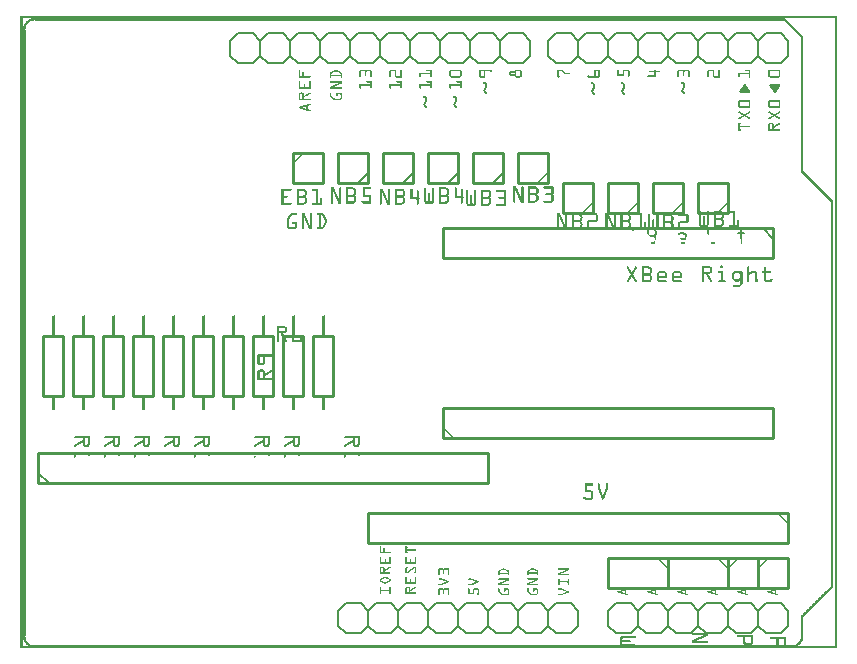
<source format=gto>
G04 MADE WITH FRITZING*
G04 WWW.FRITZING.ORG*
G04 DOUBLE SIDED*
G04 HOLES PLATED*
G04 CONTOUR ON CENTER OF CONTOUR VECTOR*
%ASAXBY*%
%FSLAX23Y23*%
%MOIN*%
%OFA0B0*%
%SFA1.0B1.0*%
%ADD10C,0.010000*%
%ADD11C,0.005000*%
%ADD12C,0.006000*%
%ADD13R,0.001000X0.001000*%
%LNSILK1*%
G90*
G70*
G54D10*
X1042Y1042D02*
X1042Y842D01*
D02*
X1042Y842D02*
X976Y842D01*
D02*
X976Y842D02*
X976Y1042D01*
D02*
X976Y1042D02*
X1042Y1042D01*
D02*
X909Y1651D02*
X909Y1551D01*
D02*
X909Y1551D02*
X1009Y1551D01*
D02*
X1009Y1551D02*
X1009Y1651D01*
D02*
X1009Y1651D02*
X909Y1651D01*
D02*
X2459Y301D02*
X2459Y201D01*
D02*
X2459Y201D02*
X2559Y201D01*
D02*
X2559Y201D02*
X2559Y301D01*
D02*
X2559Y301D02*
X2459Y301D01*
D02*
X2359Y301D02*
X2359Y201D01*
D02*
X2359Y201D02*
X2459Y201D01*
D02*
X2459Y201D02*
X2459Y301D01*
D02*
X2459Y301D02*
X2359Y301D01*
D02*
X642Y1042D02*
X642Y842D01*
D02*
X642Y842D02*
X576Y842D01*
D02*
X576Y842D02*
X576Y1042D01*
D02*
X576Y1042D02*
X642Y1042D01*
D02*
X942Y1042D02*
X942Y842D01*
D02*
X942Y842D02*
X876Y842D01*
D02*
X876Y842D02*
X876Y1042D01*
D02*
X876Y1042D02*
X942Y1042D01*
D02*
X842Y1042D02*
X842Y842D01*
D02*
X842Y842D02*
X776Y842D01*
D02*
X776Y842D02*
X776Y1042D01*
D02*
X776Y1042D02*
X842Y1042D01*
D02*
X742Y1042D02*
X742Y842D01*
D02*
X742Y842D02*
X676Y842D01*
D02*
X676Y842D02*
X676Y1042D01*
D02*
X676Y1042D02*
X742Y1042D01*
D02*
X542Y1042D02*
X542Y842D01*
D02*
X542Y842D02*
X476Y842D01*
D02*
X476Y842D02*
X476Y1042D01*
D02*
X476Y1042D02*
X542Y1042D01*
D02*
X442Y1042D02*
X442Y842D01*
D02*
X442Y842D02*
X376Y842D01*
D02*
X376Y842D02*
X376Y1042D01*
D02*
X376Y1042D02*
X442Y1042D01*
D02*
X342Y1042D02*
X342Y842D01*
D02*
X342Y842D02*
X276Y842D01*
D02*
X276Y842D02*
X276Y1042D01*
D02*
X276Y1042D02*
X342Y1042D01*
D02*
X242Y1042D02*
X242Y842D01*
D02*
X242Y842D02*
X176Y842D01*
D02*
X176Y842D02*
X176Y1042D01*
D02*
X176Y1042D02*
X242Y1042D01*
D02*
X142Y1042D02*
X142Y842D01*
D02*
X142Y842D02*
X76Y842D01*
D02*
X76Y842D02*
X76Y1042D01*
D02*
X76Y1042D02*
X142Y1042D01*
D02*
X2359Y301D02*
X2159Y301D01*
D02*
X2159Y301D02*
X2159Y201D01*
D02*
X2159Y201D02*
X2359Y201D01*
D02*
X2359Y201D02*
X2359Y301D01*
D02*
X2159Y301D02*
X1959Y301D01*
D02*
X1959Y301D02*
X1959Y201D01*
D02*
X1959Y201D02*
X2159Y201D01*
D02*
X2159Y201D02*
X2159Y301D01*
D02*
X1159Y1551D02*
X1159Y1651D01*
D02*
X1159Y1651D02*
X1059Y1651D01*
D02*
X1059Y1651D02*
X1059Y1551D01*
D02*
X1059Y1551D02*
X1159Y1551D01*
G54D11*
D02*
X1159Y1586D02*
X1124Y1551D01*
G54D10*
D02*
X1309Y1551D02*
X1309Y1651D01*
D02*
X1309Y1651D02*
X1209Y1651D01*
D02*
X1209Y1651D02*
X1209Y1551D01*
D02*
X1209Y1551D02*
X1309Y1551D01*
G54D11*
D02*
X1309Y1586D02*
X1274Y1551D01*
G54D10*
D02*
X1459Y1551D02*
X1459Y1651D01*
D02*
X1459Y1651D02*
X1359Y1651D01*
D02*
X1359Y1651D02*
X1359Y1551D01*
D02*
X1359Y1551D02*
X1459Y1551D01*
G54D11*
D02*
X1459Y1586D02*
X1424Y1551D01*
G54D10*
D02*
X1609Y1551D02*
X1609Y1651D01*
D02*
X1609Y1651D02*
X1509Y1651D01*
D02*
X1509Y1651D02*
X1509Y1551D01*
D02*
X1509Y1551D02*
X1609Y1551D01*
G54D11*
D02*
X1609Y1586D02*
X1574Y1551D01*
G54D10*
D02*
X1759Y1551D02*
X1759Y1651D01*
D02*
X1759Y1651D02*
X1659Y1651D01*
D02*
X1659Y1651D02*
X1659Y1551D01*
D02*
X1659Y1551D02*
X1759Y1551D01*
D02*
X1909Y1451D02*
X1909Y1551D01*
D02*
X1909Y1551D02*
X1809Y1551D01*
D02*
X1809Y1551D02*
X1809Y1451D01*
D02*
X1809Y1451D02*
X1909Y1451D01*
D02*
X2059Y1451D02*
X2059Y1551D01*
D02*
X2059Y1551D02*
X1959Y1551D01*
D02*
X1959Y1551D02*
X1959Y1451D01*
D02*
X1959Y1451D02*
X2059Y1451D01*
D02*
X2209Y1451D02*
X2209Y1551D01*
D02*
X2209Y1551D02*
X2109Y1551D01*
D02*
X2109Y1551D02*
X2109Y1451D01*
D02*
X2109Y1451D02*
X2209Y1451D01*
D02*
X2359Y1451D02*
X2359Y1551D01*
D02*
X2359Y1551D02*
X2259Y1551D01*
D02*
X2259Y1551D02*
X2259Y1451D01*
D02*
X2259Y1451D02*
X2359Y1451D01*
D02*
X59Y551D02*
X1559Y551D01*
D02*
X1559Y551D02*
X1559Y651D01*
D02*
X1559Y651D02*
X59Y651D01*
D02*
X59Y651D02*
X59Y551D01*
G54D11*
D02*
X94Y551D02*
X59Y586D01*
G54D10*
D02*
X2559Y451D02*
X1159Y451D01*
D02*
X1159Y451D02*
X1159Y351D01*
D02*
X1159Y351D02*
X2559Y351D01*
D02*
X2559Y351D02*
X2559Y451D01*
D02*
X2509Y1401D02*
X1409Y1401D01*
D02*
X1409Y1401D02*
X1409Y1301D01*
D02*
X1409Y1301D02*
X2509Y1301D01*
D02*
X2509Y1301D02*
X2509Y1401D01*
G54D11*
D02*
X2474Y1401D02*
X2509Y1366D01*
G54D10*
D02*
X1409Y701D02*
X2509Y701D01*
D02*
X2509Y701D02*
X2509Y801D01*
D02*
X2509Y801D02*
X1409Y801D01*
D02*
X1409Y801D02*
X1409Y701D01*
G54D12*
D02*
X2284Y151D02*
X2334Y151D01*
D02*
X2334Y151D02*
X2359Y126D01*
D02*
X2359Y126D02*
X2359Y76D01*
D02*
X2359Y76D02*
X2334Y51D01*
D02*
X2359Y126D02*
X2384Y151D01*
D02*
X2384Y151D02*
X2434Y151D01*
D02*
X2434Y151D02*
X2459Y126D01*
D02*
X2459Y126D02*
X2459Y76D01*
D02*
X2459Y76D02*
X2434Y51D01*
D02*
X2434Y51D02*
X2384Y51D01*
D02*
X2384Y51D02*
X2359Y76D01*
D02*
X2159Y126D02*
X2184Y151D01*
D02*
X2184Y151D02*
X2234Y151D01*
D02*
X2234Y151D02*
X2259Y126D01*
D02*
X2259Y126D02*
X2259Y76D01*
D02*
X2259Y76D02*
X2234Y51D01*
D02*
X2234Y51D02*
X2184Y51D01*
D02*
X2184Y51D02*
X2159Y76D01*
D02*
X2284Y151D02*
X2259Y126D01*
D02*
X2259Y76D02*
X2284Y51D01*
D02*
X2334Y51D02*
X2284Y51D01*
D02*
X1984Y151D02*
X2034Y151D01*
D02*
X2034Y151D02*
X2059Y126D01*
D02*
X2059Y126D02*
X2059Y76D01*
D02*
X2059Y76D02*
X2034Y51D01*
D02*
X2059Y126D02*
X2084Y151D01*
D02*
X2084Y151D02*
X2134Y151D01*
D02*
X2134Y151D02*
X2159Y126D01*
D02*
X2159Y126D02*
X2159Y76D01*
D02*
X2159Y76D02*
X2134Y51D01*
D02*
X2134Y51D02*
X2084Y51D01*
D02*
X2084Y51D02*
X2059Y76D01*
D02*
X1959Y126D02*
X1959Y76D01*
D02*
X1984Y151D02*
X1959Y126D01*
D02*
X1959Y76D02*
X1984Y51D01*
D02*
X2034Y51D02*
X1984Y51D01*
D02*
X2484Y151D02*
X2534Y151D01*
D02*
X2534Y151D02*
X2559Y126D01*
D02*
X2559Y126D02*
X2559Y76D01*
D02*
X2559Y76D02*
X2534Y51D01*
D02*
X2484Y151D02*
X2459Y126D01*
D02*
X2459Y76D02*
X2484Y51D01*
D02*
X2534Y51D02*
X2484Y51D01*
D02*
X874Y1951D02*
X824Y1951D01*
D02*
X1074Y1951D02*
X1024Y1951D01*
D02*
X974Y1951D02*
X924Y1951D01*
D02*
X1174Y1951D02*
X1124Y1951D01*
D02*
X1374Y1951D02*
X1324Y1951D01*
D02*
X1274Y1951D02*
X1224Y1951D01*
D02*
X1474Y1951D02*
X1424Y1951D01*
D02*
X1674Y1951D02*
X1624Y1951D01*
D02*
X1574Y1951D02*
X1524Y1951D01*
D02*
X774Y1951D02*
X724Y1951D01*
D02*
X899Y1976D02*
X874Y1951D01*
D02*
X824Y1951D02*
X799Y1976D01*
D02*
X799Y1976D02*
X799Y2026D01*
D02*
X799Y2026D02*
X824Y2051D01*
D02*
X824Y2051D02*
X874Y2051D01*
D02*
X874Y2051D02*
X899Y2026D01*
D02*
X1024Y1951D02*
X999Y1976D01*
D02*
X999Y1976D02*
X999Y2026D01*
D02*
X999Y2026D02*
X1024Y2051D01*
D02*
X999Y1976D02*
X974Y1951D01*
D02*
X924Y1951D02*
X899Y1976D01*
D02*
X899Y1976D02*
X899Y2026D01*
D02*
X899Y2026D02*
X924Y2051D01*
D02*
X924Y2051D02*
X974Y2051D01*
D02*
X974Y2051D02*
X999Y2026D01*
D02*
X1199Y1976D02*
X1174Y1951D01*
D02*
X1124Y1951D02*
X1099Y1976D01*
D02*
X1099Y1976D02*
X1099Y2026D01*
D02*
X1099Y2026D02*
X1124Y2051D01*
D02*
X1124Y2051D02*
X1174Y2051D01*
D02*
X1174Y2051D02*
X1199Y2026D01*
D02*
X1074Y1951D02*
X1099Y1976D01*
D02*
X1099Y2026D02*
X1074Y2051D01*
D02*
X1024Y2051D02*
X1074Y2051D01*
D02*
X1324Y1951D02*
X1299Y1976D01*
D02*
X1299Y1976D02*
X1299Y2026D01*
D02*
X1299Y2026D02*
X1324Y2051D01*
D02*
X1299Y1976D02*
X1274Y1951D01*
D02*
X1224Y1951D02*
X1199Y1976D01*
D02*
X1199Y1976D02*
X1199Y2026D01*
D02*
X1199Y2026D02*
X1224Y2051D01*
D02*
X1224Y2051D02*
X1274Y2051D01*
D02*
X1274Y2051D02*
X1299Y2026D01*
D02*
X1499Y1976D02*
X1474Y1951D01*
D02*
X1424Y1951D02*
X1399Y1976D01*
D02*
X1399Y1976D02*
X1399Y2026D01*
D02*
X1399Y2026D02*
X1424Y2051D01*
D02*
X1424Y2051D02*
X1474Y2051D01*
D02*
X1474Y2051D02*
X1499Y2026D01*
D02*
X1374Y1951D02*
X1399Y1976D01*
D02*
X1399Y2026D02*
X1374Y2051D01*
D02*
X1324Y2051D02*
X1374Y2051D01*
D02*
X1624Y1951D02*
X1599Y1976D01*
D02*
X1599Y1976D02*
X1599Y2026D01*
D02*
X1599Y2026D02*
X1624Y2051D01*
D02*
X1599Y1976D02*
X1574Y1951D01*
D02*
X1524Y1951D02*
X1499Y1976D01*
D02*
X1499Y1976D02*
X1499Y2026D01*
D02*
X1499Y2026D02*
X1524Y2051D01*
D02*
X1524Y2051D02*
X1574Y2051D01*
D02*
X1574Y2051D02*
X1599Y2026D01*
D02*
X1699Y1976D02*
X1699Y2026D01*
D02*
X1674Y1951D02*
X1699Y1976D01*
D02*
X1699Y2026D02*
X1674Y2051D01*
D02*
X1624Y2051D02*
X1674Y2051D01*
D02*
X724Y1951D02*
X699Y1976D01*
D02*
X699Y1976D02*
X699Y2026D01*
D02*
X699Y2026D02*
X724Y2051D01*
D02*
X774Y1951D02*
X799Y1976D01*
D02*
X799Y2026D02*
X774Y2051D01*
D02*
X724Y2051D02*
X774Y2051D01*
D02*
X1934Y1951D02*
X1884Y1951D01*
D02*
X1884Y1951D02*
X1859Y1976D01*
D02*
X1859Y1976D02*
X1859Y2026D01*
D02*
X1859Y2026D02*
X1884Y2051D01*
D02*
X2059Y1976D02*
X2034Y1951D01*
D02*
X2034Y1951D02*
X1984Y1951D01*
D02*
X1984Y1951D02*
X1959Y1976D01*
D02*
X1959Y1976D02*
X1959Y2026D01*
D02*
X1959Y2026D02*
X1984Y2051D01*
D02*
X1984Y2051D02*
X2034Y2051D01*
D02*
X2034Y2051D02*
X2059Y2026D01*
D02*
X1934Y1951D02*
X1959Y1976D01*
D02*
X1959Y2026D02*
X1934Y2051D01*
D02*
X1884Y2051D02*
X1934Y2051D01*
D02*
X2234Y1951D02*
X2184Y1951D01*
D02*
X2184Y1951D02*
X2159Y1976D01*
D02*
X2159Y1976D02*
X2159Y2026D01*
D02*
X2159Y2026D02*
X2184Y2051D01*
D02*
X2159Y1976D02*
X2134Y1951D01*
D02*
X2134Y1951D02*
X2084Y1951D01*
D02*
X2084Y1951D02*
X2059Y1976D01*
D02*
X2059Y1976D02*
X2059Y2026D01*
D02*
X2059Y2026D02*
X2084Y2051D01*
D02*
X2084Y2051D02*
X2134Y2051D01*
D02*
X2134Y2051D02*
X2159Y2026D01*
D02*
X2359Y1976D02*
X2334Y1951D01*
D02*
X2334Y1951D02*
X2284Y1951D01*
D02*
X2284Y1951D02*
X2259Y1976D01*
D02*
X2259Y1976D02*
X2259Y2026D01*
D02*
X2259Y2026D02*
X2284Y2051D01*
D02*
X2284Y2051D02*
X2334Y2051D01*
D02*
X2334Y2051D02*
X2359Y2026D01*
D02*
X2234Y1951D02*
X2259Y1976D01*
D02*
X2259Y2026D02*
X2234Y2051D01*
D02*
X2184Y2051D02*
X2234Y2051D01*
D02*
X2534Y1951D02*
X2484Y1951D01*
D02*
X2484Y1951D02*
X2459Y1976D01*
D02*
X2459Y1976D02*
X2459Y2026D01*
D02*
X2459Y2026D02*
X2484Y2051D01*
D02*
X2459Y1976D02*
X2434Y1951D01*
D02*
X2434Y1951D02*
X2384Y1951D01*
D02*
X2384Y1951D02*
X2359Y1976D01*
D02*
X2359Y1976D02*
X2359Y2026D01*
D02*
X2359Y2026D02*
X2384Y2051D01*
D02*
X2384Y2051D02*
X2434Y2051D01*
D02*
X2434Y2051D02*
X2459Y2026D01*
D02*
X2559Y1976D02*
X2559Y2026D01*
D02*
X2534Y1951D02*
X2559Y1976D01*
D02*
X2559Y2026D02*
X2534Y2051D01*
D02*
X2484Y2051D02*
X2534Y2051D01*
D02*
X1834Y1951D02*
X1784Y1951D01*
D02*
X1784Y1951D02*
X1759Y1976D01*
D02*
X1759Y1976D02*
X1759Y2026D01*
D02*
X1759Y2026D02*
X1784Y2051D01*
D02*
X1834Y1951D02*
X1859Y1976D01*
D02*
X1859Y2026D02*
X1834Y2051D01*
D02*
X1784Y2051D02*
X1834Y2051D01*
D02*
X1684Y151D02*
X1734Y151D01*
D02*
X1734Y151D02*
X1759Y126D01*
D02*
X1759Y126D02*
X1759Y76D01*
D02*
X1759Y76D02*
X1734Y51D01*
D02*
X1559Y126D02*
X1584Y151D01*
D02*
X1584Y151D02*
X1634Y151D01*
D02*
X1634Y151D02*
X1659Y126D01*
D02*
X1659Y126D02*
X1659Y76D01*
D02*
X1659Y76D02*
X1634Y51D01*
D02*
X1634Y51D02*
X1584Y51D01*
D02*
X1584Y51D02*
X1559Y76D01*
D02*
X1684Y151D02*
X1659Y126D01*
D02*
X1659Y76D02*
X1684Y51D01*
D02*
X1734Y51D02*
X1684Y51D01*
D02*
X1384Y151D02*
X1434Y151D01*
D02*
X1434Y151D02*
X1459Y126D01*
D02*
X1459Y126D02*
X1459Y76D01*
D02*
X1459Y76D02*
X1434Y51D01*
D02*
X1459Y126D02*
X1484Y151D01*
D02*
X1484Y151D02*
X1534Y151D01*
D02*
X1534Y151D02*
X1559Y126D01*
D02*
X1559Y126D02*
X1559Y76D01*
D02*
X1559Y76D02*
X1534Y51D01*
D02*
X1534Y51D02*
X1484Y51D01*
D02*
X1484Y51D02*
X1459Y76D01*
D02*
X1259Y126D02*
X1284Y151D01*
D02*
X1284Y151D02*
X1334Y151D01*
D02*
X1334Y151D02*
X1359Y126D01*
D02*
X1359Y126D02*
X1359Y76D01*
D02*
X1359Y76D02*
X1334Y51D01*
D02*
X1334Y51D02*
X1284Y51D01*
D02*
X1284Y51D02*
X1259Y76D01*
D02*
X1384Y151D02*
X1359Y126D01*
D02*
X1359Y76D02*
X1384Y51D01*
D02*
X1434Y51D02*
X1384Y51D01*
D02*
X1084Y151D02*
X1134Y151D01*
D02*
X1134Y151D02*
X1159Y126D01*
D02*
X1159Y126D02*
X1159Y76D01*
D02*
X1159Y76D02*
X1134Y51D01*
D02*
X1159Y126D02*
X1184Y151D01*
D02*
X1184Y151D02*
X1234Y151D01*
D02*
X1234Y151D02*
X1259Y126D01*
D02*
X1259Y126D02*
X1259Y76D01*
D02*
X1259Y76D02*
X1234Y51D01*
D02*
X1234Y51D02*
X1184Y51D01*
D02*
X1184Y51D02*
X1159Y76D01*
D02*
X1059Y126D02*
X1059Y76D01*
D02*
X1084Y151D02*
X1059Y126D01*
D02*
X1059Y76D02*
X1084Y51D01*
D02*
X1134Y51D02*
X1084Y51D01*
D02*
X1784Y151D02*
X1834Y151D01*
D02*
X1834Y151D02*
X1859Y126D01*
D02*
X1859Y126D02*
X1859Y76D01*
D02*
X1859Y76D02*
X1834Y51D01*
D02*
X1784Y151D02*
X1759Y126D01*
D02*
X1759Y76D02*
X1784Y51D01*
D02*
X1834Y51D02*
X1784Y51D01*
G54D13*
X0Y2109D02*
X2721Y2109D01*
X0Y2108D02*
X2721Y2108D01*
X0Y2107D02*
X2721Y2107D01*
X0Y2106D02*
X2721Y2106D01*
X0Y2105D02*
X2721Y2105D01*
X0Y2104D02*
X2721Y2104D01*
X0Y2103D02*
X2721Y2103D01*
X0Y2102D02*
X2721Y2102D01*
X0Y2101D02*
X7Y2101D01*
X39Y2101D02*
X2547Y2101D01*
X2714Y2101D02*
X2721Y2101D01*
X0Y2100D02*
X7Y2100D01*
X35Y2100D02*
X2548Y2100D01*
X2714Y2100D02*
X2721Y2100D01*
X0Y2099D02*
X7Y2099D01*
X33Y2099D02*
X2549Y2099D01*
X2714Y2099D02*
X2721Y2099D01*
X0Y2098D02*
X7Y2098D01*
X31Y2098D02*
X2550Y2098D01*
X2714Y2098D02*
X2721Y2098D01*
X0Y2097D02*
X7Y2097D01*
X29Y2097D02*
X2551Y2097D01*
X2714Y2097D02*
X2721Y2097D01*
X0Y2096D02*
X7Y2096D01*
X27Y2096D02*
X2552Y2096D01*
X2714Y2096D02*
X2721Y2096D01*
X0Y2095D02*
X7Y2095D01*
X25Y2095D02*
X2553Y2095D01*
X2714Y2095D02*
X2721Y2095D01*
X0Y2094D02*
X7Y2094D01*
X24Y2094D02*
X45Y2094D01*
X49Y2094D02*
X2554Y2094D01*
X2714Y2094D02*
X2721Y2094D01*
X0Y2093D02*
X7Y2093D01*
X23Y2093D02*
X39Y2093D01*
X2545Y2093D02*
X2555Y2093D01*
X2714Y2093D02*
X2721Y2093D01*
X0Y2092D02*
X7Y2092D01*
X22Y2092D02*
X35Y2092D01*
X2546Y2092D02*
X2556Y2092D01*
X2714Y2092D02*
X2721Y2092D01*
X0Y2091D02*
X7Y2091D01*
X20Y2091D02*
X33Y2091D01*
X2547Y2091D02*
X2557Y2091D01*
X2714Y2091D02*
X2721Y2091D01*
X0Y2090D02*
X7Y2090D01*
X19Y2090D02*
X31Y2090D01*
X2548Y2090D02*
X2558Y2090D01*
X2714Y2090D02*
X2721Y2090D01*
X0Y2089D02*
X7Y2089D01*
X19Y2089D02*
X30Y2089D01*
X2549Y2089D02*
X2559Y2089D01*
X2714Y2089D02*
X2721Y2089D01*
X0Y2088D02*
X7Y2088D01*
X18Y2088D02*
X28Y2088D01*
X2550Y2088D02*
X2560Y2088D01*
X2714Y2088D02*
X2721Y2088D01*
X0Y2087D02*
X7Y2087D01*
X17Y2087D02*
X27Y2087D01*
X2551Y2087D02*
X2561Y2087D01*
X2714Y2087D02*
X2721Y2087D01*
X0Y2086D02*
X7Y2086D01*
X16Y2086D02*
X26Y2086D01*
X2552Y2086D02*
X2562Y2086D01*
X2714Y2086D02*
X2721Y2086D01*
X0Y2085D02*
X7Y2085D01*
X15Y2085D02*
X25Y2085D01*
X2553Y2085D02*
X2563Y2085D01*
X2714Y2085D02*
X2721Y2085D01*
X0Y2084D02*
X7Y2084D01*
X15Y2084D02*
X24Y2084D01*
X2554Y2084D02*
X2564Y2084D01*
X2714Y2084D02*
X2721Y2084D01*
X0Y2083D02*
X7Y2083D01*
X14Y2083D02*
X23Y2083D01*
X2555Y2083D02*
X2565Y2083D01*
X2714Y2083D02*
X2721Y2083D01*
X0Y2082D02*
X7Y2082D01*
X14Y2082D02*
X22Y2082D01*
X2556Y2082D02*
X2566Y2082D01*
X2714Y2082D02*
X2721Y2082D01*
X0Y2081D02*
X7Y2081D01*
X13Y2081D02*
X21Y2081D01*
X2557Y2081D02*
X2567Y2081D01*
X2714Y2081D02*
X2721Y2081D01*
X0Y2080D02*
X7Y2080D01*
X12Y2080D02*
X21Y2080D01*
X2558Y2080D02*
X2568Y2080D01*
X2714Y2080D02*
X2721Y2080D01*
X0Y2079D02*
X7Y2079D01*
X12Y2079D02*
X20Y2079D01*
X2559Y2079D02*
X2569Y2079D01*
X2714Y2079D02*
X2721Y2079D01*
X0Y2078D02*
X7Y2078D01*
X12Y2078D02*
X19Y2078D01*
X2560Y2078D02*
X2570Y2078D01*
X2714Y2078D02*
X2721Y2078D01*
X0Y2077D02*
X7Y2077D01*
X11Y2077D02*
X19Y2077D01*
X2561Y2077D02*
X2571Y2077D01*
X2714Y2077D02*
X2721Y2077D01*
X0Y2076D02*
X7Y2076D01*
X11Y2076D02*
X18Y2076D01*
X2562Y2076D02*
X2572Y2076D01*
X2714Y2076D02*
X2721Y2076D01*
X0Y2075D02*
X7Y2075D01*
X10Y2075D02*
X18Y2075D01*
X2563Y2075D02*
X2573Y2075D01*
X2714Y2075D02*
X2721Y2075D01*
X0Y2074D02*
X7Y2074D01*
X10Y2074D02*
X17Y2074D01*
X2564Y2074D02*
X2574Y2074D01*
X2714Y2074D02*
X2721Y2074D01*
X0Y2073D02*
X7Y2073D01*
X10Y2073D02*
X17Y2073D01*
X2565Y2073D02*
X2575Y2073D01*
X2714Y2073D02*
X2721Y2073D01*
X0Y2072D02*
X7Y2072D01*
X10Y2072D02*
X17Y2072D01*
X2566Y2072D02*
X2576Y2072D01*
X2714Y2072D02*
X2721Y2072D01*
X0Y2071D02*
X7Y2071D01*
X9Y2071D02*
X16Y2071D01*
X2567Y2071D02*
X2577Y2071D01*
X2714Y2071D02*
X2721Y2071D01*
X0Y2070D02*
X7Y2070D01*
X9Y2070D02*
X16Y2070D01*
X2568Y2070D02*
X2578Y2070D01*
X2714Y2070D02*
X2721Y2070D01*
X0Y2069D02*
X7Y2069D01*
X9Y2069D02*
X16Y2069D01*
X2569Y2069D02*
X2579Y2069D01*
X2714Y2069D02*
X2721Y2069D01*
X0Y2068D02*
X7Y2068D01*
X9Y2068D02*
X16Y2068D01*
X2570Y2068D02*
X2580Y2068D01*
X2714Y2068D02*
X2721Y2068D01*
X0Y2067D02*
X7Y2067D01*
X9Y2067D02*
X16Y2067D01*
X2571Y2067D02*
X2581Y2067D01*
X2714Y2067D02*
X2721Y2067D01*
X0Y2066D02*
X7Y2066D01*
X9Y2066D02*
X16Y2066D01*
X2572Y2066D02*
X2582Y2066D01*
X2714Y2066D02*
X2721Y2066D01*
X0Y2065D02*
X7Y2065D01*
X9Y2065D02*
X15Y2065D01*
X2573Y2065D02*
X2583Y2065D01*
X2714Y2065D02*
X2721Y2065D01*
X0Y2064D02*
X15Y2064D01*
X2574Y2064D02*
X2584Y2064D01*
X2714Y2064D02*
X2721Y2064D01*
X0Y2063D02*
X15Y2063D01*
X2575Y2063D02*
X2585Y2063D01*
X2714Y2063D02*
X2721Y2063D01*
X0Y2062D02*
X15Y2062D01*
X2576Y2062D02*
X2586Y2062D01*
X2714Y2062D02*
X2721Y2062D01*
X0Y2061D02*
X15Y2061D01*
X2577Y2061D02*
X2587Y2061D01*
X2714Y2061D02*
X2721Y2061D01*
X0Y2060D02*
X7Y2060D01*
X9Y2060D02*
X16Y2060D01*
X2578Y2060D02*
X2588Y2060D01*
X2714Y2060D02*
X2721Y2060D01*
X0Y2059D02*
X7Y2059D01*
X9Y2059D02*
X16Y2059D01*
X2579Y2059D02*
X2589Y2059D01*
X2714Y2059D02*
X2721Y2059D01*
X0Y2058D02*
X7Y2058D01*
X9Y2058D02*
X16Y2058D01*
X2580Y2058D02*
X2590Y2058D01*
X2714Y2058D02*
X2721Y2058D01*
X0Y2057D02*
X7Y2057D01*
X9Y2057D02*
X16Y2057D01*
X2581Y2057D02*
X2591Y2057D01*
X2714Y2057D02*
X2721Y2057D01*
X0Y2056D02*
X7Y2056D01*
X9Y2056D02*
X16Y2056D01*
X2582Y2056D02*
X2592Y2056D01*
X2714Y2056D02*
X2721Y2056D01*
X0Y2055D02*
X7Y2055D01*
X9Y2055D02*
X16Y2055D01*
X2583Y2055D02*
X2593Y2055D01*
X2714Y2055D02*
X2721Y2055D01*
X0Y2054D02*
X7Y2054D01*
X9Y2054D02*
X16Y2054D01*
X2584Y2054D02*
X2594Y2054D01*
X2714Y2054D02*
X2721Y2054D01*
X0Y2053D02*
X7Y2053D01*
X9Y2053D02*
X16Y2053D01*
X2585Y2053D02*
X2595Y2053D01*
X2714Y2053D02*
X2721Y2053D01*
X0Y2052D02*
X7Y2052D01*
X9Y2052D02*
X16Y2052D01*
X2586Y2052D02*
X2596Y2052D01*
X2714Y2052D02*
X2721Y2052D01*
X0Y2051D02*
X7Y2051D01*
X9Y2051D02*
X16Y2051D01*
X2587Y2051D02*
X2597Y2051D01*
X2714Y2051D02*
X2721Y2051D01*
X0Y2050D02*
X7Y2050D01*
X9Y2050D02*
X16Y2050D01*
X2588Y2050D02*
X2598Y2050D01*
X2714Y2050D02*
X2721Y2050D01*
X0Y2049D02*
X7Y2049D01*
X9Y2049D02*
X16Y2049D01*
X2589Y2049D02*
X2599Y2049D01*
X2714Y2049D02*
X2721Y2049D01*
X0Y2048D02*
X7Y2048D01*
X9Y2048D02*
X16Y2048D01*
X2590Y2048D02*
X2600Y2048D01*
X2714Y2048D02*
X2721Y2048D01*
X0Y2047D02*
X7Y2047D01*
X9Y2047D02*
X16Y2047D01*
X2591Y2047D02*
X2601Y2047D01*
X2714Y2047D02*
X2721Y2047D01*
X0Y2046D02*
X7Y2046D01*
X9Y2046D02*
X16Y2046D01*
X2592Y2046D02*
X2602Y2046D01*
X2714Y2046D02*
X2721Y2046D01*
X0Y2045D02*
X7Y2045D01*
X9Y2045D02*
X16Y2045D01*
X2593Y2045D02*
X2603Y2045D01*
X2714Y2045D02*
X2721Y2045D01*
X0Y2044D02*
X7Y2044D01*
X9Y2044D02*
X16Y2044D01*
X2594Y2044D02*
X2604Y2044D01*
X2714Y2044D02*
X2721Y2044D01*
X0Y2043D02*
X7Y2043D01*
X9Y2043D02*
X16Y2043D01*
X2595Y2043D02*
X2605Y2043D01*
X2714Y2043D02*
X2721Y2043D01*
X0Y2042D02*
X7Y2042D01*
X9Y2042D02*
X16Y2042D01*
X2596Y2042D02*
X2606Y2042D01*
X2714Y2042D02*
X2721Y2042D01*
X0Y2041D02*
X7Y2041D01*
X9Y2041D02*
X16Y2041D01*
X2597Y2041D02*
X2607Y2041D01*
X2714Y2041D02*
X2721Y2041D01*
X0Y2040D02*
X7Y2040D01*
X9Y2040D02*
X16Y2040D01*
X2598Y2040D02*
X2608Y2040D01*
X2714Y2040D02*
X2721Y2040D01*
X0Y2039D02*
X7Y2039D01*
X9Y2039D02*
X16Y2039D01*
X2599Y2039D02*
X2608Y2039D01*
X2714Y2039D02*
X2721Y2039D01*
X0Y2038D02*
X7Y2038D01*
X9Y2038D02*
X16Y2038D01*
X2600Y2038D02*
X2608Y2038D01*
X2714Y2038D02*
X2721Y2038D01*
X0Y2037D02*
X7Y2037D01*
X9Y2037D02*
X16Y2037D01*
X2601Y2037D02*
X2608Y2037D01*
X2714Y2037D02*
X2721Y2037D01*
X0Y2036D02*
X7Y2036D01*
X9Y2036D02*
X16Y2036D01*
X2601Y2036D02*
X2608Y2036D01*
X2714Y2036D02*
X2721Y2036D01*
X0Y2035D02*
X7Y2035D01*
X9Y2035D02*
X16Y2035D01*
X2601Y2035D02*
X2608Y2035D01*
X2714Y2035D02*
X2721Y2035D01*
X0Y2034D02*
X7Y2034D01*
X9Y2034D02*
X16Y2034D01*
X2601Y2034D02*
X2608Y2034D01*
X2714Y2034D02*
X2721Y2034D01*
X0Y2033D02*
X7Y2033D01*
X9Y2033D02*
X16Y2033D01*
X2601Y2033D02*
X2608Y2033D01*
X2714Y2033D02*
X2721Y2033D01*
X0Y2032D02*
X7Y2032D01*
X9Y2032D02*
X16Y2032D01*
X2601Y2032D02*
X2608Y2032D01*
X2714Y2032D02*
X2721Y2032D01*
X0Y2031D02*
X7Y2031D01*
X9Y2031D02*
X16Y2031D01*
X2601Y2031D02*
X2608Y2031D01*
X2714Y2031D02*
X2721Y2031D01*
X0Y2030D02*
X7Y2030D01*
X9Y2030D02*
X16Y2030D01*
X2601Y2030D02*
X2608Y2030D01*
X2714Y2030D02*
X2721Y2030D01*
X0Y2029D02*
X7Y2029D01*
X9Y2029D02*
X16Y2029D01*
X2601Y2029D02*
X2608Y2029D01*
X2714Y2029D02*
X2721Y2029D01*
X0Y2028D02*
X7Y2028D01*
X9Y2028D02*
X16Y2028D01*
X2601Y2028D02*
X2608Y2028D01*
X2714Y2028D02*
X2721Y2028D01*
X0Y2027D02*
X7Y2027D01*
X9Y2027D02*
X16Y2027D01*
X2601Y2027D02*
X2608Y2027D01*
X2714Y2027D02*
X2721Y2027D01*
X0Y2026D02*
X7Y2026D01*
X9Y2026D02*
X16Y2026D01*
X2601Y2026D02*
X2608Y2026D01*
X2714Y2026D02*
X2721Y2026D01*
X0Y2025D02*
X7Y2025D01*
X9Y2025D02*
X16Y2025D01*
X2601Y2025D02*
X2608Y2025D01*
X2714Y2025D02*
X2721Y2025D01*
X0Y2024D02*
X7Y2024D01*
X9Y2024D02*
X16Y2024D01*
X2601Y2024D02*
X2608Y2024D01*
X2714Y2024D02*
X2721Y2024D01*
X0Y2023D02*
X7Y2023D01*
X9Y2023D02*
X16Y2023D01*
X2601Y2023D02*
X2608Y2023D01*
X2714Y2023D02*
X2721Y2023D01*
X0Y2022D02*
X7Y2022D01*
X9Y2022D02*
X16Y2022D01*
X2601Y2022D02*
X2608Y2022D01*
X2714Y2022D02*
X2721Y2022D01*
X0Y2021D02*
X7Y2021D01*
X9Y2021D02*
X16Y2021D01*
X2601Y2021D02*
X2608Y2021D01*
X2714Y2021D02*
X2721Y2021D01*
X0Y2020D02*
X7Y2020D01*
X9Y2020D02*
X16Y2020D01*
X2601Y2020D02*
X2608Y2020D01*
X2714Y2020D02*
X2721Y2020D01*
X0Y2019D02*
X7Y2019D01*
X9Y2019D02*
X16Y2019D01*
X2601Y2019D02*
X2608Y2019D01*
X2714Y2019D02*
X2721Y2019D01*
X0Y2018D02*
X7Y2018D01*
X9Y2018D02*
X16Y2018D01*
X2601Y2018D02*
X2608Y2018D01*
X2714Y2018D02*
X2721Y2018D01*
X0Y2017D02*
X7Y2017D01*
X9Y2017D02*
X16Y2017D01*
X2601Y2017D02*
X2608Y2017D01*
X2714Y2017D02*
X2721Y2017D01*
X0Y2016D02*
X7Y2016D01*
X9Y2016D02*
X16Y2016D01*
X2601Y2016D02*
X2608Y2016D01*
X2714Y2016D02*
X2721Y2016D01*
X0Y2015D02*
X7Y2015D01*
X9Y2015D02*
X16Y2015D01*
X2601Y2015D02*
X2608Y2015D01*
X2714Y2015D02*
X2721Y2015D01*
X0Y2014D02*
X7Y2014D01*
X9Y2014D02*
X16Y2014D01*
X2601Y2014D02*
X2608Y2014D01*
X2714Y2014D02*
X2721Y2014D01*
X0Y2013D02*
X7Y2013D01*
X9Y2013D02*
X16Y2013D01*
X2601Y2013D02*
X2608Y2013D01*
X2714Y2013D02*
X2721Y2013D01*
X0Y2012D02*
X7Y2012D01*
X9Y2012D02*
X16Y2012D01*
X2601Y2012D02*
X2608Y2012D01*
X2714Y2012D02*
X2721Y2012D01*
X0Y2011D02*
X7Y2011D01*
X9Y2011D02*
X16Y2011D01*
X2601Y2011D02*
X2608Y2011D01*
X2714Y2011D02*
X2721Y2011D01*
X0Y2010D02*
X7Y2010D01*
X9Y2010D02*
X16Y2010D01*
X2601Y2010D02*
X2608Y2010D01*
X2714Y2010D02*
X2721Y2010D01*
X0Y2009D02*
X7Y2009D01*
X9Y2009D02*
X16Y2009D01*
X2601Y2009D02*
X2608Y2009D01*
X2714Y2009D02*
X2721Y2009D01*
X0Y2008D02*
X7Y2008D01*
X9Y2008D02*
X16Y2008D01*
X2601Y2008D02*
X2608Y2008D01*
X2714Y2008D02*
X2721Y2008D01*
X0Y2007D02*
X7Y2007D01*
X9Y2007D02*
X16Y2007D01*
X2601Y2007D02*
X2608Y2007D01*
X2714Y2007D02*
X2721Y2007D01*
X0Y2006D02*
X7Y2006D01*
X9Y2006D02*
X16Y2006D01*
X2601Y2006D02*
X2608Y2006D01*
X2714Y2006D02*
X2721Y2006D01*
X0Y2005D02*
X7Y2005D01*
X9Y2005D02*
X16Y2005D01*
X2601Y2005D02*
X2608Y2005D01*
X2714Y2005D02*
X2721Y2005D01*
X0Y2004D02*
X7Y2004D01*
X9Y2004D02*
X16Y2004D01*
X2601Y2004D02*
X2608Y2004D01*
X2714Y2004D02*
X2721Y2004D01*
X0Y2003D02*
X7Y2003D01*
X9Y2003D02*
X16Y2003D01*
X2601Y2003D02*
X2608Y2003D01*
X2714Y2003D02*
X2721Y2003D01*
X0Y2002D02*
X7Y2002D01*
X9Y2002D02*
X16Y2002D01*
X2601Y2002D02*
X2608Y2002D01*
X2714Y2002D02*
X2721Y2002D01*
X0Y2001D02*
X7Y2001D01*
X9Y2001D02*
X16Y2001D01*
X2601Y2001D02*
X2608Y2001D01*
X2714Y2001D02*
X2721Y2001D01*
X0Y2000D02*
X7Y2000D01*
X9Y2000D02*
X16Y2000D01*
X2601Y2000D02*
X2608Y2000D01*
X2714Y2000D02*
X2721Y2000D01*
X0Y1999D02*
X7Y1999D01*
X9Y1999D02*
X16Y1999D01*
X2601Y1999D02*
X2608Y1999D01*
X2714Y1999D02*
X2721Y1999D01*
X0Y1998D02*
X7Y1998D01*
X9Y1998D02*
X16Y1998D01*
X2601Y1998D02*
X2608Y1998D01*
X2714Y1998D02*
X2721Y1998D01*
X0Y1997D02*
X7Y1997D01*
X9Y1997D02*
X16Y1997D01*
X2601Y1997D02*
X2608Y1997D01*
X2714Y1997D02*
X2721Y1997D01*
X0Y1996D02*
X7Y1996D01*
X9Y1996D02*
X16Y1996D01*
X2601Y1996D02*
X2608Y1996D01*
X2714Y1996D02*
X2721Y1996D01*
X0Y1995D02*
X7Y1995D01*
X9Y1995D02*
X16Y1995D01*
X2601Y1995D02*
X2608Y1995D01*
X2714Y1995D02*
X2721Y1995D01*
X0Y1994D02*
X7Y1994D01*
X9Y1994D02*
X16Y1994D01*
X2601Y1994D02*
X2608Y1994D01*
X2714Y1994D02*
X2721Y1994D01*
X0Y1993D02*
X7Y1993D01*
X9Y1993D02*
X16Y1993D01*
X2601Y1993D02*
X2608Y1993D01*
X2714Y1993D02*
X2721Y1993D01*
X0Y1992D02*
X7Y1992D01*
X9Y1992D02*
X16Y1992D01*
X2601Y1992D02*
X2608Y1992D01*
X2714Y1992D02*
X2721Y1992D01*
X0Y1991D02*
X7Y1991D01*
X9Y1991D02*
X16Y1991D01*
X2601Y1991D02*
X2608Y1991D01*
X2714Y1991D02*
X2721Y1991D01*
X0Y1990D02*
X7Y1990D01*
X9Y1990D02*
X16Y1990D01*
X2601Y1990D02*
X2608Y1990D01*
X2714Y1990D02*
X2721Y1990D01*
X0Y1989D02*
X7Y1989D01*
X9Y1989D02*
X16Y1989D01*
X2601Y1989D02*
X2608Y1989D01*
X2714Y1989D02*
X2721Y1989D01*
X0Y1988D02*
X7Y1988D01*
X9Y1988D02*
X16Y1988D01*
X2601Y1988D02*
X2608Y1988D01*
X2714Y1988D02*
X2721Y1988D01*
X0Y1987D02*
X7Y1987D01*
X9Y1987D02*
X16Y1987D01*
X2601Y1987D02*
X2608Y1987D01*
X2714Y1987D02*
X2721Y1987D01*
X0Y1986D02*
X7Y1986D01*
X9Y1986D02*
X16Y1986D01*
X2601Y1986D02*
X2608Y1986D01*
X2714Y1986D02*
X2721Y1986D01*
X0Y1985D02*
X7Y1985D01*
X9Y1985D02*
X16Y1985D01*
X2601Y1985D02*
X2608Y1985D01*
X2714Y1985D02*
X2721Y1985D01*
X0Y1984D02*
X7Y1984D01*
X9Y1984D02*
X16Y1984D01*
X2601Y1984D02*
X2608Y1984D01*
X2714Y1984D02*
X2721Y1984D01*
X0Y1983D02*
X7Y1983D01*
X9Y1983D02*
X16Y1983D01*
X2601Y1983D02*
X2608Y1983D01*
X2714Y1983D02*
X2721Y1983D01*
X0Y1982D02*
X7Y1982D01*
X9Y1982D02*
X16Y1982D01*
X2601Y1982D02*
X2608Y1982D01*
X2714Y1982D02*
X2721Y1982D01*
X0Y1981D02*
X7Y1981D01*
X9Y1981D02*
X16Y1981D01*
X2601Y1981D02*
X2608Y1981D01*
X2714Y1981D02*
X2721Y1981D01*
X0Y1980D02*
X7Y1980D01*
X9Y1980D02*
X16Y1980D01*
X2601Y1980D02*
X2608Y1980D01*
X2714Y1980D02*
X2721Y1980D01*
X0Y1979D02*
X7Y1979D01*
X9Y1979D02*
X16Y1979D01*
X2601Y1979D02*
X2608Y1979D01*
X2714Y1979D02*
X2721Y1979D01*
X0Y1978D02*
X7Y1978D01*
X9Y1978D02*
X16Y1978D01*
X2601Y1978D02*
X2608Y1978D01*
X2714Y1978D02*
X2721Y1978D01*
X0Y1977D02*
X7Y1977D01*
X9Y1977D02*
X16Y1977D01*
X2601Y1977D02*
X2608Y1977D01*
X2714Y1977D02*
X2721Y1977D01*
X0Y1976D02*
X7Y1976D01*
X9Y1976D02*
X16Y1976D01*
X2601Y1976D02*
X2608Y1976D01*
X2714Y1976D02*
X2721Y1976D01*
X0Y1975D02*
X7Y1975D01*
X9Y1975D02*
X16Y1975D01*
X2601Y1975D02*
X2608Y1975D01*
X2714Y1975D02*
X2721Y1975D01*
X0Y1974D02*
X7Y1974D01*
X9Y1974D02*
X16Y1974D01*
X2601Y1974D02*
X2608Y1974D01*
X2714Y1974D02*
X2721Y1974D01*
X0Y1973D02*
X7Y1973D01*
X9Y1973D02*
X16Y1973D01*
X2601Y1973D02*
X2608Y1973D01*
X2714Y1973D02*
X2721Y1973D01*
X0Y1972D02*
X7Y1972D01*
X9Y1972D02*
X16Y1972D01*
X2601Y1972D02*
X2608Y1972D01*
X2714Y1972D02*
X2721Y1972D01*
X0Y1971D02*
X7Y1971D01*
X9Y1971D02*
X16Y1971D01*
X2601Y1971D02*
X2608Y1971D01*
X2714Y1971D02*
X2721Y1971D01*
X0Y1970D02*
X7Y1970D01*
X9Y1970D02*
X16Y1970D01*
X2601Y1970D02*
X2608Y1970D01*
X2714Y1970D02*
X2721Y1970D01*
X0Y1969D02*
X7Y1969D01*
X9Y1969D02*
X16Y1969D01*
X2601Y1969D02*
X2608Y1969D01*
X2714Y1969D02*
X2721Y1969D01*
X0Y1968D02*
X7Y1968D01*
X9Y1968D02*
X16Y1968D01*
X2601Y1968D02*
X2608Y1968D01*
X2714Y1968D02*
X2721Y1968D01*
X0Y1967D02*
X7Y1967D01*
X9Y1967D02*
X16Y1967D01*
X2601Y1967D02*
X2608Y1967D01*
X2714Y1967D02*
X2721Y1967D01*
X0Y1966D02*
X7Y1966D01*
X9Y1966D02*
X16Y1966D01*
X2601Y1966D02*
X2608Y1966D01*
X2714Y1966D02*
X2721Y1966D01*
X0Y1965D02*
X7Y1965D01*
X9Y1965D02*
X16Y1965D01*
X2601Y1965D02*
X2608Y1965D01*
X2714Y1965D02*
X2721Y1965D01*
X0Y1964D02*
X7Y1964D01*
X9Y1964D02*
X16Y1964D01*
X2601Y1964D02*
X2608Y1964D01*
X2714Y1964D02*
X2721Y1964D01*
X0Y1963D02*
X7Y1963D01*
X9Y1963D02*
X16Y1963D01*
X2601Y1963D02*
X2608Y1963D01*
X2714Y1963D02*
X2721Y1963D01*
X0Y1962D02*
X7Y1962D01*
X9Y1962D02*
X16Y1962D01*
X2601Y1962D02*
X2608Y1962D01*
X2714Y1962D02*
X2721Y1962D01*
X0Y1961D02*
X7Y1961D01*
X9Y1961D02*
X16Y1961D01*
X2601Y1961D02*
X2608Y1961D01*
X2714Y1961D02*
X2721Y1961D01*
X0Y1960D02*
X7Y1960D01*
X9Y1960D02*
X16Y1960D01*
X2601Y1960D02*
X2608Y1960D01*
X2714Y1960D02*
X2721Y1960D01*
X0Y1959D02*
X7Y1959D01*
X9Y1959D02*
X16Y1959D01*
X2601Y1959D02*
X2608Y1959D01*
X2714Y1959D02*
X2721Y1959D01*
X0Y1958D02*
X7Y1958D01*
X9Y1958D02*
X16Y1958D01*
X2601Y1958D02*
X2608Y1958D01*
X2714Y1958D02*
X2721Y1958D01*
X0Y1957D02*
X7Y1957D01*
X9Y1957D02*
X16Y1957D01*
X2601Y1957D02*
X2608Y1957D01*
X2714Y1957D02*
X2721Y1957D01*
X0Y1956D02*
X7Y1956D01*
X9Y1956D02*
X16Y1956D01*
X2601Y1956D02*
X2608Y1956D01*
X2714Y1956D02*
X2721Y1956D01*
X0Y1955D02*
X7Y1955D01*
X9Y1955D02*
X16Y1955D01*
X2601Y1955D02*
X2608Y1955D01*
X2714Y1955D02*
X2721Y1955D01*
X0Y1954D02*
X7Y1954D01*
X9Y1954D02*
X16Y1954D01*
X2601Y1954D02*
X2608Y1954D01*
X2714Y1954D02*
X2721Y1954D01*
X0Y1953D02*
X7Y1953D01*
X9Y1953D02*
X16Y1953D01*
X2601Y1953D02*
X2608Y1953D01*
X2714Y1953D02*
X2721Y1953D01*
X0Y1952D02*
X7Y1952D01*
X9Y1952D02*
X16Y1952D01*
X2601Y1952D02*
X2608Y1952D01*
X2714Y1952D02*
X2721Y1952D01*
X0Y1951D02*
X7Y1951D01*
X9Y1951D02*
X16Y1951D01*
X2601Y1951D02*
X2608Y1951D01*
X2714Y1951D02*
X2721Y1951D01*
X0Y1950D02*
X7Y1950D01*
X9Y1950D02*
X16Y1950D01*
X2601Y1950D02*
X2608Y1950D01*
X2714Y1950D02*
X2721Y1950D01*
X0Y1949D02*
X7Y1949D01*
X9Y1949D02*
X16Y1949D01*
X2601Y1949D02*
X2608Y1949D01*
X2714Y1949D02*
X2721Y1949D01*
X0Y1948D02*
X7Y1948D01*
X9Y1948D02*
X16Y1948D01*
X2601Y1948D02*
X2608Y1948D01*
X2714Y1948D02*
X2721Y1948D01*
X0Y1947D02*
X7Y1947D01*
X9Y1947D02*
X16Y1947D01*
X2601Y1947D02*
X2608Y1947D01*
X2714Y1947D02*
X2721Y1947D01*
X0Y1946D02*
X7Y1946D01*
X9Y1946D02*
X16Y1946D01*
X2601Y1946D02*
X2608Y1946D01*
X2714Y1946D02*
X2721Y1946D01*
X0Y1945D02*
X7Y1945D01*
X9Y1945D02*
X16Y1945D01*
X2601Y1945D02*
X2608Y1945D01*
X2714Y1945D02*
X2721Y1945D01*
X0Y1944D02*
X7Y1944D01*
X9Y1944D02*
X16Y1944D01*
X2601Y1944D02*
X2608Y1944D01*
X2714Y1944D02*
X2721Y1944D01*
X0Y1943D02*
X7Y1943D01*
X9Y1943D02*
X16Y1943D01*
X2601Y1943D02*
X2608Y1943D01*
X2714Y1943D02*
X2721Y1943D01*
X0Y1942D02*
X7Y1942D01*
X9Y1942D02*
X16Y1942D01*
X2601Y1942D02*
X2608Y1942D01*
X2714Y1942D02*
X2721Y1942D01*
X0Y1941D02*
X7Y1941D01*
X9Y1941D02*
X16Y1941D01*
X2601Y1941D02*
X2608Y1941D01*
X2714Y1941D02*
X2721Y1941D01*
X0Y1940D02*
X7Y1940D01*
X9Y1940D02*
X16Y1940D01*
X2601Y1940D02*
X2608Y1940D01*
X2714Y1940D02*
X2721Y1940D01*
X0Y1939D02*
X7Y1939D01*
X9Y1939D02*
X16Y1939D01*
X2601Y1939D02*
X2608Y1939D01*
X2714Y1939D02*
X2721Y1939D01*
X0Y1938D02*
X7Y1938D01*
X9Y1938D02*
X16Y1938D01*
X2601Y1938D02*
X2608Y1938D01*
X2714Y1938D02*
X2721Y1938D01*
X0Y1937D02*
X7Y1937D01*
X9Y1937D02*
X16Y1937D01*
X2601Y1937D02*
X2608Y1937D01*
X2714Y1937D02*
X2721Y1937D01*
X0Y1936D02*
X7Y1936D01*
X9Y1936D02*
X16Y1936D01*
X2601Y1936D02*
X2608Y1936D01*
X2714Y1936D02*
X2721Y1936D01*
X0Y1935D02*
X7Y1935D01*
X9Y1935D02*
X16Y1935D01*
X2601Y1935D02*
X2608Y1935D01*
X2714Y1935D02*
X2721Y1935D01*
X0Y1934D02*
X7Y1934D01*
X9Y1934D02*
X16Y1934D01*
X2601Y1934D02*
X2608Y1934D01*
X2714Y1934D02*
X2721Y1934D01*
X0Y1933D02*
X7Y1933D01*
X9Y1933D02*
X16Y1933D01*
X2601Y1933D02*
X2608Y1933D01*
X2714Y1933D02*
X2721Y1933D01*
X0Y1932D02*
X7Y1932D01*
X9Y1932D02*
X16Y1932D01*
X2601Y1932D02*
X2608Y1932D01*
X2714Y1932D02*
X2721Y1932D01*
X0Y1931D02*
X7Y1931D01*
X9Y1931D02*
X16Y1931D01*
X2601Y1931D02*
X2608Y1931D01*
X2714Y1931D02*
X2721Y1931D01*
X0Y1930D02*
X7Y1930D01*
X9Y1930D02*
X16Y1930D01*
X2601Y1930D02*
X2608Y1930D01*
X2714Y1930D02*
X2721Y1930D01*
X0Y1929D02*
X7Y1929D01*
X9Y1929D02*
X16Y1929D01*
X928Y1929D02*
X929Y1929D01*
X1133Y1929D02*
X1148Y1929D01*
X1153Y1929D02*
X1168Y1929D01*
X1233Y1929D02*
X1250Y1929D01*
X1267Y1929D02*
X1269Y1929D01*
X1353Y1929D02*
X1369Y1929D01*
X1433Y1929D02*
X1467Y1929D01*
X1531Y1929D02*
X1569Y1929D01*
X1651Y1929D02*
X1667Y1929D01*
X1790Y1929D02*
X1807Y1929D01*
X1913Y1929D02*
X1929Y1929D01*
X1991Y1929D02*
X1994Y1929D01*
X2011Y1929D02*
X2027Y1929D01*
X2193Y1929D02*
X2208Y1929D01*
X2212Y1929D02*
X2227Y1929D01*
X2293Y1929D02*
X2310Y1929D01*
X2326Y1929D02*
X2329Y1929D01*
X2416Y1929D02*
X2432Y1929D01*
X2495Y1929D02*
X2530Y1929D01*
X2601Y1929D02*
X2608Y1929D01*
X2714Y1929D02*
X2721Y1929D01*
X0Y1928D02*
X7Y1928D01*
X9Y1928D02*
X16Y1928D01*
X927Y1928D02*
X931Y1928D01*
X1047Y1928D02*
X1055Y1928D01*
X1132Y1928D02*
X1169Y1928D01*
X1232Y1928D02*
X1251Y1928D01*
X1266Y1928D02*
X1270Y1928D01*
X1353Y1928D02*
X1370Y1928D01*
X1432Y1928D02*
X1469Y1928D01*
X1531Y1928D02*
X1570Y1928D01*
X1649Y1928D02*
X1669Y1928D01*
X1790Y1928D02*
X1808Y1928D01*
X1913Y1928D02*
X1930Y1928D01*
X1991Y1928D02*
X1994Y1928D01*
X2009Y1928D02*
X2029Y1928D01*
X2114Y1928D02*
X2116Y1928D01*
X2192Y1928D02*
X2209Y1928D01*
X2211Y1928D02*
X2229Y1928D01*
X2292Y1928D02*
X2311Y1928D01*
X2326Y1928D02*
X2330Y1928D01*
X2415Y1928D02*
X2432Y1928D01*
X2494Y1928D02*
X2531Y1928D01*
X2601Y1928D02*
X2608Y1928D01*
X2714Y1928D02*
X2721Y1928D01*
X0Y1927D02*
X7Y1927D01*
X9Y1927D02*
X16Y1927D01*
X927Y1927D02*
X931Y1927D01*
X1045Y1927D02*
X1057Y1927D01*
X1131Y1927D02*
X1169Y1927D01*
X1231Y1927D02*
X1252Y1927D01*
X1266Y1927D02*
X1270Y1927D01*
X1353Y1927D02*
X1370Y1927D01*
X1431Y1927D02*
X1469Y1927D01*
X1530Y1927D02*
X1570Y1927D01*
X1649Y1927D02*
X1669Y1927D01*
X1790Y1927D02*
X1809Y1927D01*
X1912Y1927D02*
X1930Y1927D01*
X1990Y1927D02*
X1995Y1927D01*
X2009Y1927D02*
X2029Y1927D01*
X2113Y1927D02*
X2116Y1927D01*
X2191Y1927D02*
X2229Y1927D01*
X2291Y1927D02*
X2312Y1927D01*
X2326Y1927D02*
X2330Y1927D01*
X2415Y1927D02*
X2432Y1927D01*
X2493Y1927D02*
X2532Y1927D01*
X2601Y1927D02*
X2608Y1927D01*
X2714Y1927D02*
X2721Y1927D01*
X0Y1926D02*
X7Y1926D01*
X9Y1926D02*
X16Y1926D01*
X927Y1926D02*
X931Y1926D01*
X1043Y1926D02*
X1059Y1926D01*
X1131Y1926D02*
X1170Y1926D01*
X1231Y1926D02*
X1252Y1926D01*
X1266Y1926D02*
X1270Y1926D01*
X1353Y1926D02*
X1370Y1926D01*
X1431Y1926D02*
X1470Y1926D01*
X1530Y1926D02*
X1570Y1926D01*
X1648Y1926D02*
X1670Y1926D01*
X1790Y1926D02*
X1810Y1926D01*
X1912Y1926D02*
X1930Y1926D01*
X1990Y1926D02*
X1995Y1926D01*
X2008Y1926D02*
X2030Y1926D01*
X2112Y1926D02*
X2117Y1926D01*
X2191Y1926D02*
X2230Y1926D01*
X2291Y1926D02*
X2312Y1926D01*
X2326Y1926D02*
X2330Y1926D01*
X2415Y1926D02*
X2432Y1926D01*
X2493Y1926D02*
X2532Y1926D01*
X2601Y1926D02*
X2608Y1926D01*
X2714Y1926D02*
X2721Y1926D01*
X0Y1925D02*
X7Y1925D01*
X9Y1925D02*
X16Y1925D01*
X927Y1925D02*
X931Y1925D01*
X1041Y1925D02*
X1061Y1925D01*
X1131Y1925D02*
X1170Y1925D01*
X1231Y1925D02*
X1252Y1925D01*
X1266Y1925D02*
X1270Y1925D01*
X1354Y1925D02*
X1370Y1925D01*
X1430Y1925D02*
X1470Y1925D01*
X1530Y1925D02*
X1570Y1925D01*
X1648Y1925D02*
X1670Y1925D01*
X1790Y1925D02*
X1811Y1925D01*
X1912Y1925D02*
X1930Y1925D01*
X1990Y1925D02*
X1995Y1925D01*
X2008Y1925D02*
X2030Y1925D01*
X2095Y1925D02*
X2129Y1925D01*
X2190Y1925D02*
X2230Y1925D01*
X2290Y1925D02*
X2312Y1925D01*
X2326Y1925D02*
X2330Y1925D01*
X2416Y1925D02*
X2432Y1925D01*
X2493Y1925D02*
X2532Y1925D01*
X2601Y1925D02*
X2608Y1925D01*
X2714Y1925D02*
X2721Y1925D01*
X0Y1924D02*
X7Y1924D01*
X9Y1924D02*
X16Y1924D01*
X927Y1924D02*
X931Y1924D01*
X942Y1924D02*
X942Y1924D01*
X1039Y1924D02*
X1063Y1924D01*
X1130Y1924D02*
X1135Y1924D01*
X1147Y1924D02*
X1153Y1924D01*
X1166Y1924D02*
X1170Y1924D01*
X1230Y1924D02*
X1235Y1924D01*
X1248Y1924D02*
X1252Y1924D01*
X1266Y1924D02*
X1270Y1924D01*
X1366Y1924D02*
X1370Y1924D01*
X1430Y1924D02*
X1435Y1924D01*
X1466Y1924D02*
X1470Y1924D01*
X1530Y1924D02*
X1535Y1924D01*
X1544Y1924D02*
X1548Y1924D01*
X1566Y1924D02*
X1570Y1924D01*
X1631Y1924D02*
X1652Y1924D01*
X1666Y1924D02*
X1670Y1924D01*
X1790Y1924D02*
X1795Y1924D01*
X1806Y1924D02*
X1811Y1924D01*
X1912Y1924D02*
X1917Y1924D01*
X1926Y1924D02*
X1930Y1924D01*
X1990Y1924D02*
X1995Y1924D01*
X2008Y1924D02*
X2012Y1924D01*
X2026Y1924D02*
X2030Y1924D01*
X2095Y1924D02*
X2130Y1924D01*
X2190Y1924D02*
X2195Y1924D01*
X2207Y1924D02*
X2213Y1924D01*
X2226Y1924D02*
X2230Y1924D01*
X2290Y1924D02*
X2295Y1924D01*
X2308Y1924D02*
X2312Y1924D01*
X2326Y1924D02*
X2330Y1924D01*
X2428Y1924D02*
X2432Y1924D01*
X2493Y1924D02*
X2497Y1924D01*
X2528Y1924D02*
X2532Y1924D01*
X2601Y1924D02*
X2608Y1924D01*
X2714Y1924D02*
X2721Y1924D01*
X0Y1923D02*
X7Y1923D01*
X9Y1923D02*
X16Y1923D01*
X927Y1923D02*
X931Y1923D01*
X940Y1923D02*
X944Y1923D01*
X1037Y1923D02*
X1047Y1923D01*
X1055Y1923D02*
X1065Y1923D01*
X1130Y1923D02*
X1135Y1923D01*
X1148Y1923D02*
X1153Y1923D01*
X1166Y1923D02*
X1170Y1923D01*
X1230Y1923D02*
X1235Y1923D01*
X1248Y1923D02*
X1252Y1923D01*
X1266Y1923D02*
X1270Y1923D01*
X1366Y1923D02*
X1370Y1923D01*
X1430Y1923D02*
X1435Y1923D01*
X1466Y1923D02*
X1470Y1923D01*
X1530Y1923D02*
X1535Y1923D01*
X1544Y1923D02*
X1548Y1923D01*
X1566Y1923D02*
X1569Y1923D01*
X1631Y1923D02*
X1652Y1923D01*
X1666Y1923D02*
X1670Y1923D01*
X1790Y1923D02*
X1795Y1923D01*
X1806Y1923D02*
X1812Y1923D01*
X1912Y1923D02*
X1917Y1923D01*
X1926Y1923D02*
X1930Y1923D01*
X1990Y1923D02*
X1995Y1923D01*
X2008Y1923D02*
X2012Y1923D01*
X2026Y1923D02*
X2030Y1923D01*
X2095Y1923D02*
X2130Y1923D01*
X2190Y1923D02*
X2195Y1923D01*
X2208Y1923D02*
X2213Y1923D01*
X2226Y1923D02*
X2230Y1923D01*
X2290Y1923D02*
X2295Y1923D01*
X2308Y1923D02*
X2312Y1923D01*
X2326Y1923D02*
X2330Y1923D01*
X2428Y1923D02*
X2432Y1923D01*
X2493Y1923D02*
X2497Y1923D01*
X2528Y1923D02*
X2532Y1923D01*
X2601Y1923D02*
X2608Y1923D01*
X2714Y1923D02*
X2721Y1923D01*
X0Y1922D02*
X7Y1922D01*
X9Y1922D02*
X16Y1922D01*
X927Y1922D02*
X931Y1922D01*
X940Y1922D02*
X944Y1922D01*
X1035Y1922D02*
X1045Y1922D01*
X1057Y1922D02*
X1067Y1922D01*
X1130Y1922D02*
X1135Y1922D01*
X1148Y1922D02*
X1152Y1922D01*
X1166Y1922D02*
X1170Y1922D01*
X1230Y1922D02*
X1235Y1922D01*
X1248Y1922D02*
X1252Y1922D01*
X1266Y1922D02*
X1270Y1922D01*
X1366Y1922D02*
X1370Y1922D01*
X1430Y1922D02*
X1435Y1922D01*
X1466Y1922D02*
X1470Y1922D01*
X1530Y1922D02*
X1535Y1922D01*
X1544Y1922D02*
X1548Y1922D01*
X1630Y1922D02*
X1652Y1922D01*
X1666Y1922D02*
X1670Y1922D01*
X1790Y1922D02*
X1795Y1922D01*
X1807Y1922D02*
X1813Y1922D01*
X1912Y1922D02*
X1917Y1922D01*
X1926Y1922D02*
X1930Y1922D01*
X1990Y1922D02*
X1995Y1922D01*
X2008Y1922D02*
X2012Y1922D01*
X2026Y1922D02*
X2030Y1922D01*
X2095Y1922D02*
X2130Y1922D01*
X2190Y1922D02*
X2195Y1922D01*
X2208Y1922D02*
X2212Y1922D01*
X2226Y1922D02*
X2230Y1922D01*
X2290Y1922D02*
X2295Y1922D01*
X2308Y1922D02*
X2312Y1922D01*
X2326Y1922D02*
X2330Y1922D01*
X2428Y1922D02*
X2432Y1922D01*
X2493Y1922D02*
X2497Y1922D01*
X2528Y1922D02*
X2532Y1922D01*
X2601Y1922D02*
X2608Y1922D01*
X2714Y1922D02*
X2721Y1922D01*
X0Y1921D02*
X7Y1921D01*
X9Y1921D02*
X16Y1921D01*
X927Y1921D02*
X931Y1921D01*
X940Y1921D02*
X944Y1921D01*
X1034Y1921D02*
X1043Y1921D01*
X1059Y1921D02*
X1068Y1921D01*
X1130Y1921D02*
X1135Y1921D01*
X1148Y1921D02*
X1152Y1921D01*
X1166Y1921D02*
X1170Y1921D01*
X1230Y1921D02*
X1235Y1921D01*
X1248Y1921D02*
X1252Y1921D01*
X1266Y1921D02*
X1270Y1921D01*
X1366Y1921D02*
X1370Y1921D01*
X1430Y1921D02*
X1435Y1921D01*
X1466Y1921D02*
X1470Y1921D01*
X1530Y1921D02*
X1535Y1921D01*
X1544Y1921D02*
X1548Y1921D01*
X1630Y1921D02*
X1652Y1921D01*
X1666Y1921D02*
X1670Y1921D01*
X1790Y1921D02*
X1795Y1921D01*
X1808Y1921D02*
X1814Y1921D01*
X1912Y1921D02*
X1917Y1921D01*
X1926Y1921D02*
X1930Y1921D01*
X1990Y1921D02*
X1995Y1921D01*
X2008Y1921D02*
X2012Y1921D01*
X2026Y1921D02*
X2030Y1921D01*
X2096Y1921D02*
X2128Y1921D01*
X2190Y1921D02*
X2195Y1921D01*
X2208Y1921D02*
X2212Y1921D01*
X2226Y1921D02*
X2230Y1921D01*
X2290Y1921D02*
X2295Y1921D01*
X2308Y1921D02*
X2312Y1921D01*
X2326Y1921D02*
X2330Y1921D01*
X2428Y1921D02*
X2432Y1921D01*
X2493Y1921D02*
X2497Y1921D01*
X2528Y1921D02*
X2532Y1921D01*
X2601Y1921D02*
X2608Y1921D01*
X2714Y1921D02*
X2721Y1921D01*
X0Y1920D02*
X7Y1920D01*
X9Y1920D02*
X16Y1920D01*
X927Y1920D02*
X931Y1920D01*
X940Y1920D02*
X944Y1920D01*
X1033Y1920D02*
X1042Y1920D01*
X1061Y1920D02*
X1069Y1920D01*
X1130Y1920D02*
X1135Y1920D01*
X1148Y1920D02*
X1152Y1920D01*
X1166Y1920D02*
X1170Y1920D01*
X1230Y1920D02*
X1235Y1920D01*
X1248Y1920D02*
X1252Y1920D01*
X1266Y1920D02*
X1270Y1920D01*
X1366Y1920D02*
X1370Y1920D01*
X1430Y1920D02*
X1435Y1920D01*
X1466Y1920D02*
X1470Y1920D01*
X1530Y1920D02*
X1535Y1920D01*
X1544Y1920D02*
X1548Y1920D01*
X1630Y1920D02*
X1652Y1920D01*
X1666Y1920D02*
X1670Y1920D01*
X1790Y1920D02*
X1795Y1920D01*
X1809Y1920D02*
X1815Y1920D01*
X1912Y1920D02*
X1917Y1920D01*
X1926Y1920D02*
X1930Y1920D01*
X1990Y1920D02*
X1995Y1920D01*
X2008Y1920D02*
X2012Y1920D01*
X2026Y1920D02*
X2030Y1920D01*
X2112Y1920D02*
X2117Y1920D01*
X2190Y1920D02*
X2195Y1920D01*
X2208Y1920D02*
X2212Y1920D01*
X2226Y1920D02*
X2230Y1920D01*
X2290Y1920D02*
X2295Y1920D01*
X2308Y1920D02*
X2312Y1920D01*
X2326Y1920D02*
X2330Y1920D01*
X2428Y1920D02*
X2432Y1920D01*
X2493Y1920D02*
X2497Y1920D01*
X2528Y1920D02*
X2532Y1920D01*
X2601Y1920D02*
X2608Y1920D01*
X2714Y1920D02*
X2721Y1920D01*
X0Y1919D02*
X7Y1919D01*
X9Y1919D02*
X16Y1919D01*
X927Y1919D02*
X931Y1919D01*
X940Y1919D02*
X944Y1919D01*
X1032Y1919D02*
X1040Y1919D01*
X1062Y1919D02*
X1070Y1919D01*
X1130Y1919D02*
X1135Y1919D01*
X1148Y1919D02*
X1152Y1919D01*
X1166Y1919D02*
X1170Y1919D01*
X1230Y1919D02*
X1235Y1919D01*
X1248Y1919D02*
X1252Y1919D01*
X1266Y1919D02*
X1270Y1919D01*
X1330Y1919D02*
X1370Y1919D01*
X1430Y1919D02*
X1435Y1919D01*
X1466Y1919D02*
X1470Y1919D01*
X1530Y1919D02*
X1535Y1919D01*
X1544Y1919D02*
X1548Y1919D01*
X1630Y1919D02*
X1635Y1919D01*
X1648Y1919D02*
X1652Y1919D01*
X1666Y1919D02*
X1670Y1919D01*
X1790Y1919D02*
X1795Y1919D01*
X1810Y1919D02*
X1829Y1919D01*
X1912Y1919D02*
X1917Y1919D01*
X1926Y1919D02*
X1930Y1919D01*
X1990Y1919D02*
X1995Y1919D01*
X2008Y1919D02*
X2012Y1919D01*
X2026Y1919D02*
X2030Y1919D01*
X2112Y1919D02*
X2117Y1919D01*
X2190Y1919D02*
X2195Y1919D01*
X2208Y1919D02*
X2212Y1919D01*
X2226Y1919D02*
X2230Y1919D01*
X2290Y1919D02*
X2295Y1919D01*
X2308Y1919D02*
X2312Y1919D01*
X2326Y1919D02*
X2330Y1919D01*
X2393Y1919D02*
X2432Y1919D01*
X2493Y1919D02*
X2497Y1919D01*
X2528Y1919D02*
X2532Y1919D01*
X2601Y1919D02*
X2608Y1919D01*
X2714Y1919D02*
X2721Y1919D01*
X0Y1918D02*
X7Y1918D01*
X9Y1918D02*
X16Y1918D01*
X927Y1918D02*
X931Y1918D01*
X940Y1918D02*
X944Y1918D01*
X1032Y1918D02*
X1038Y1918D01*
X1064Y1918D02*
X1070Y1918D01*
X1130Y1918D02*
X1135Y1918D01*
X1148Y1918D02*
X1152Y1918D01*
X1166Y1918D02*
X1170Y1918D01*
X1230Y1918D02*
X1235Y1918D01*
X1248Y1918D02*
X1252Y1918D01*
X1266Y1918D02*
X1270Y1918D01*
X1330Y1918D02*
X1370Y1918D01*
X1430Y1918D02*
X1435Y1918D01*
X1466Y1918D02*
X1470Y1918D01*
X1530Y1918D02*
X1535Y1918D01*
X1544Y1918D02*
X1548Y1918D01*
X1630Y1918D02*
X1635Y1918D01*
X1648Y1918D02*
X1652Y1918D01*
X1666Y1918D02*
X1670Y1918D01*
X1790Y1918D02*
X1795Y1918D01*
X1811Y1918D02*
X1830Y1918D01*
X1912Y1918D02*
X1917Y1918D01*
X1926Y1918D02*
X1930Y1918D01*
X1990Y1918D02*
X1995Y1918D01*
X2008Y1918D02*
X2012Y1918D01*
X2026Y1918D02*
X2030Y1918D01*
X2112Y1918D02*
X2117Y1918D01*
X2190Y1918D02*
X2195Y1918D01*
X2208Y1918D02*
X2212Y1918D01*
X2226Y1918D02*
X2230Y1918D01*
X2290Y1918D02*
X2295Y1918D01*
X2308Y1918D02*
X2312Y1918D01*
X2326Y1918D02*
X2330Y1918D01*
X2393Y1918D02*
X2432Y1918D01*
X2493Y1918D02*
X2497Y1918D01*
X2528Y1918D02*
X2532Y1918D01*
X2601Y1918D02*
X2608Y1918D01*
X2714Y1918D02*
X2721Y1918D01*
X0Y1917D02*
X7Y1917D01*
X9Y1917D02*
X16Y1917D01*
X927Y1917D02*
X931Y1917D01*
X940Y1917D02*
X944Y1917D01*
X1031Y1917D02*
X1036Y1917D01*
X1066Y1917D02*
X1071Y1917D01*
X1130Y1917D02*
X1135Y1917D01*
X1148Y1917D02*
X1152Y1917D01*
X1166Y1917D02*
X1170Y1917D01*
X1230Y1917D02*
X1235Y1917D01*
X1248Y1917D02*
X1252Y1917D01*
X1266Y1917D02*
X1270Y1917D01*
X1330Y1917D02*
X1370Y1917D01*
X1430Y1917D02*
X1435Y1917D01*
X1466Y1917D02*
X1470Y1917D01*
X1530Y1917D02*
X1535Y1917D01*
X1544Y1917D02*
X1548Y1917D01*
X1630Y1917D02*
X1635Y1917D01*
X1648Y1917D02*
X1652Y1917D01*
X1666Y1917D02*
X1670Y1917D01*
X1790Y1917D02*
X1795Y1917D01*
X1811Y1917D02*
X1830Y1917D01*
X1912Y1917D02*
X1917Y1917D01*
X1926Y1917D02*
X1930Y1917D01*
X1990Y1917D02*
X1995Y1917D01*
X2008Y1917D02*
X2012Y1917D01*
X2026Y1917D02*
X2030Y1917D01*
X2112Y1917D02*
X2117Y1917D01*
X2190Y1917D02*
X2195Y1917D01*
X2208Y1917D02*
X2212Y1917D01*
X2226Y1917D02*
X2230Y1917D01*
X2290Y1917D02*
X2295Y1917D01*
X2308Y1917D02*
X2312Y1917D01*
X2326Y1917D02*
X2330Y1917D01*
X2393Y1917D02*
X2432Y1917D01*
X2493Y1917D02*
X2497Y1917D01*
X2528Y1917D02*
X2532Y1917D01*
X2601Y1917D02*
X2608Y1917D01*
X2714Y1917D02*
X2721Y1917D01*
X0Y1916D02*
X7Y1916D01*
X9Y1916D02*
X16Y1916D01*
X927Y1916D02*
X931Y1916D01*
X940Y1916D02*
X944Y1916D01*
X1031Y1916D02*
X1036Y1916D01*
X1066Y1916D02*
X1071Y1916D01*
X1130Y1916D02*
X1135Y1916D01*
X1148Y1916D02*
X1152Y1916D01*
X1166Y1916D02*
X1170Y1916D01*
X1230Y1916D02*
X1235Y1916D01*
X1248Y1916D02*
X1252Y1916D01*
X1266Y1916D02*
X1270Y1916D01*
X1330Y1916D02*
X1370Y1916D01*
X1430Y1916D02*
X1435Y1916D01*
X1466Y1916D02*
X1470Y1916D01*
X1530Y1916D02*
X1535Y1916D01*
X1544Y1916D02*
X1548Y1916D01*
X1630Y1916D02*
X1635Y1916D01*
X1648Y1916D02*
X1652Y1916D01*
X1666Y1916D02*
X1670Y1916D01*
X1790Y1916D02*
X1795Y1916D01*
X1812Y1916D02*
X1830Y1916D01*
X1912Y1916D02*
X1917Y1916D01*
X1926Y1916D02*
X1930Y1916D01*
X1990Y1916D02*
X1995Y1916D01*
X2008Y1916D02*
X2012Y1916D01*
X2026Y1916D02*
X2030Y1916D01*
X2112Y1916D02*
X2117Y1916D01*
X2190Y1916D02*
X2195Y1916D01*
X2208Y1916D02*
X2212Y1916D01*
X2226Y1916D02*
X2230Y1916D01*
X2290Y1916D02*
X2295Y1916D01*
X2308Y1916D02*
X2312Y1916D01*
X2326Y1916D02*
X2330Y1916D01*
X2393Y1916D02*
X2432Y1916D01*
X2493Y1916D02*
X2497Y1916D01*
X2528Y1916D02*
X2532Y1916D01*
X2601Y1916D02*
X2608Y1916D01*
X2714Y1916D02*
X2721Y1916D01*
X0Y1915D02*
X7Y1915D01*
X9Y1915D02*
X16Y1915D01*
X927Y1915D02*
X931Y1915D01*
X940Y1915D02*
X944Y1915D01*
X1031Y1915D02*
X1035Y1915D01*
X1067Y1915D02*
X1071Y1915D01*
X1130Y1915D02*
X1135Y1915D01*
X1148Y1915D02*
X1152Y1915D01*
X1166Y1915D02*
X1170Y1915D01*
X1230Y1915D02*
X1235Y1915D01*
X1248Y1915D02*
X1252Y1915D01*
X1266Y1915D02*
X1270Y1915D01*
X1330Y1915D02*
X1370Y1915D01*
X1430Y1915D02*
X1435Y1915D01*
X1466Y1915D02*
X1470Y1915D01*
X1530Y1915D02*
X1535Y1915D01*
X1544Y1915D02*
X1548Y1915D01*
X1630Y1915D02*
X1635Y1915D01*
X1648Y1915D02*
X1652Y1915D01*
X1666Y1915D02*
X1670Y1915D01*
X1790Y1915D02*
X1795Y1915D01*
X1813Y1915D02*
X1829Y1915D01*
X1912Y1915D02*
X1917Y1915D01*
X1926Y1915D02*
X1930Y1915D01*
X1990Y1915D02*
X1995Y1915D01*
X2008Y1915D02*
X2012Y1915D01*
X2026Y1915D02*
X2030Y1915D01*
X2112Y1915D02*
X2117Y1915D01*
X2190Y1915D02*
X2195Y1915D01*
X2208Y1915D02*
X2212Y1915D01*
X2226Y1915D02*
X2230Y1915D01*
X2290Y1915D02*
X2295Y1915D01*
X2308Y1915D02*
X2312Y1915D01*
X2326Y1915D02*
X2330Y1915D01*
X2393Y1915D02*
X2432Y1915D01*
X2493Y1915D02*
X2497Y1915D01*
X2528Y1915D02*
X2532Y1915D01*
X2601Y1915D02*
X2608Y1915D01*
X2714Y1915D02*
X2721Y1915D01*
X0Y1914D02*
X7Y1914D01*
X9Y1914D02*
X16Y1914D01*
X927Y1914D02*
X931Y1914D01*
X940Y1914D02*
X944Y1914D01*
X1031Y1914D02*
X1035Y1914D01*
X1067Y1914D02*
X1071Y1914D01*
X1130Y1914D02*
X1135Y1914D01*
X1148Y1914D02*
X1152Y1914D01*
X1166Y1914D02*
X1170Y1914D01*
X1230Y1914D02*
X1235Y1914D01*
X1248Y1914D02*
X1252Y1914D01*
X1266Y1914D02*
X1270Y1914D01*
X1330Y1914D02*
X1335Y1914D01*
X1366Y1914D02*
X1370Y1914D01*
X1430Y1914D02*
X1435Y1914D01*
X1466Y1914D02*
X1470Y1914D01*
X1530Y1914D02*
X1535Y1914D01*
X1544Y1914D02*
X1548Y1914D01*
X1630Y1914D02*
X1652Y1914D01*
X1666Y1914D02*
X1670Y1914D01*
X1790Y1914D02*
X1795Y1914D01*
X1912Y1914D02*
X1917Y1914D01*
X1926Y1914D02*
X1930Y1914D01*
X1990Y1914D02*
X2012Y1914D01*
X2026Y1914D02*
X2030Y1914D01*
X2112Y1914D02*
X2117Y1914D01*
X2190Y1914D02*
X2195Y1914D01*
X2208Y1914D02*
X2212Y1914D01*
X2226Y1914D02*
X2230Y1914D01*
X2290Y1914D02*
X2295Y1914D01*
X2308Y1914D02*
X2312Y1914D01*
X2326Y1914D02*
X2330Y1914D01*
X2393Y1914D02*
X2397Y1914D01*
X2428Y1914D02*
X2432Y1914D01*
X2493Y1914D02*
X2497Y1914D01*
X2528Y1914D02*
X2532Y1914D01*
X2601Y1914D02*
X2608Y1914D01*
X2714Y1914D02*
X2721Y1914D01*
X0Y1913D02*
X7Y1913D01*
X9Y1913D02*
X16Y1913D01*
X927Y1913D02*
X931Y1913D01*
X940Y1913D02*
X944Y1913D01*
X1031Y1913D02*
X1071Y1913D01*
X1130Y1913D02*
X1135Y1913D01*
X1148Y1913D02*
X1152Y1913D01*
X1166Y1913D02*
X1170Y1913D01*
X1230Y1913D02*
X1235Y1913D01*
X1248Y1913D02*
X1252Y1913D01*
X1266Y1913D02*
X1270Y1913D01*
X1330Y1913D02*
X1335Y1913D01*
X1366Y1913D02*
X1370Y1913D01*
X1430Y1913D02*
X1435Y1913D01*
X1466Y1913D02*
X1470Y1913D01*
X1530Y1913D02*
X1535Y1913D01*
X1544Y1913D02*
X1548Y1913D01*
X1630Y1913D02*
X1652Y1913D01*
X1666Y1913D02*
X1670Y1913D01*
X1790Y1913D02*
X1795Y1913D01*
X1912Y1913D02*
X1917Y1913D01*
X1926Y1913D02*
X1930Y1913D01*
X1990Y1913D02*
X2012Y1913D01*
X2026Y1913D02*
X2030Y1913D01*
X2112Y1913D02*
X2117Y1913D01*
X2190Y1913D02*
X2195Y1913D01*
X2208Y1913D02*
X2212Y1913D01*
X2226Y1913D02*
X2230Y1913D01*
X2290Y1913D02*
X2295Y1913D01*
X2308Y1913D02*
X2312Y1913D01*
X2326Y1913D02*
X2330Y1913D01*
X2393Y1913D02*
X2397Y1913D01*
X2428Y1913D02*
X2432Y1913D01*
X2493Y1913D02*
X2497Y1913D01*
X2528Y1913D02*
X2532Y1913D01*
X2601Y1913D02*
X2608Y1913D01*
X2714Y1913D02*
X2721Y1913D01*
X0Y1912D02*
X7Y1912D01*
X9Y1912D02*
X16Y1912D01*
X927Y1912D02*
X931Y1912D01*
X940Y1912D02*
X944Y1912D01*
X1031Y1912D02*
X1071Y1912D01*
X1130Y1912D02*
X1135Y1912D01*
X1148Y1912D02*
X1152Y1912D01*
X1166Y1912D02*
X1170Y1912D01*
X1230Y1912D02*
X1235Y1912D01*
X1248Y1912D02*
X1252Y1912D01*
X1266Y1912D02*
X1270Y1912D01*
X1330Y1912D02*
X1335Y1912D01*
X1366Y1912D02*
X1370Y1912D01*
X1430Y1912D02*
X1435Y1912D01*
X1466Y1912D02*
X1470Y1912D01*
X1530Y1912D02*
X1535Y1912D01*
X1544Y1912D02*
X1548Y1912D01*
X1630Y1912D02*
X1652Y1912D01*
X1666Y1912D02*
X1670Y1912D01*
X1790Y1912D02*
X1795Y1912D01*
X1912Y1912D02*
X1917Y1912D01*
X1926Y1912D02*
X1930Y1912D01*
X1990Y1912D02*
X2012Y1912D01*
X2026Y1912D02*
X2030Y1912D01*
X2112Y1912D02*
X2117Y1912D01*
X2190Y1912D02*
X2195Y1912D01*
X2208Y1912D02*
X2212Y1912D01*
X2226Y1912D02*
X2230Y1912D01*
X2290Y1912D02*
X2295Y1912D01*
X2308Y1912D02*
X2312Y1912D01*
X2326Y1912D02*
X2330Y1912D01*
X2393Y1912D02*
X2397Y1912D01*
X2428Y1912D02*
X2432Y1912D01*
X2493Y1912D02*
X2497Y1912D01*
X2528Y1912D02*
X2532Y1912D01*
X2601Y1912D02*
X2608Y1912D01*
X2714Y1912D02*
X2721Y1912D01*
X0Y1911D02*
X7Y1911D01*
X9Y1911D02*
X16Y1911D01*
X927Y1911D02*
X931Y1911D01*
X940Y1911D02*
X944Y1911D01*
X1031Y1911D02*
X1071Y1911D01*
X1130Y1911D02*
X1135Y1911D01*
X1148Y1911D02*
X1152Y1911D01*
X1166Y1911D02*
X1170Y1911D01*
X1230Y1911D02*
X1235Y1911D01*
X1248Y1911D02*
X1252Y1911D01*
X1266Y1911D02*
X1270Y1911D01*
X1330Y1911D02*
X1335Y1911D01*
X1366Y1911D02*
X1370Y1911D01*
X1430Y1911D02*
X1435Y1911D01*
X1466Y1911D02*
X1470Y1911D01*
X1530Y1911D02*
X1535Y1911D01*
X1544Y1911D02*
X1548Y1911D01*
X1631Y1911D02*
X1652Y1911D01*
X1666Y1911D02*
X1670Y1911D01*
X1790Y1911D02*
X1795Y1911D01*
X1891Y1911D02*
X1894Y1911D01*
X1912Y1911D02*
X1917Y1911D01*
X1926Y1911D02*
X1930Y1911D01*
X1990Y1911D02*
X2012Y1911D01*
X2025Y1911D02*
X2030Y1911D01*
X2112Y1911D02*
X2117Y1911D01*
X2190Y1911D02*
X2195Y1911D01*
X2208Y1911D02*
X2212Y1911D01*
X2226Y1911D02*
X2230Y1911D01*
X2290Y1911D02*
X2295Y1911D01*
X2308Y1911D02*
X2312Y1911D01*
X2326Y1911D02*
X2330Y1911D01*
X2393Y1911D02*
X2397Y1911D01*
X2428Y1911D02*
X2432Y1911D01*
X2493Y1911D02*
X2497Y1911D01*
X2528Y1911D02*
X2532Y1911D01*
X2601Y1911D02*
X2608Y1911D01*
X2714Y1911D02*
X2721Y1911D01*
X0Y1910D02*
X7Y1910D01*
X9Y1910D02*
X16Y1910D01*
X927Y1910D02*
X931Y1910D01*
X940Y1910D02*
X944Y1910D01*
X1031Y1910D02*
X1071Y1910D01*
X1130Y1910D02*
X1135Y1910D01*
X1149Y1910D02*
X1152Y1910D01*
X1166Y1910D02*
X1170Y1910D01*
X1230Y1910D02*
X1235Y1910D01*
X1248Y1910D02*
X1252Y1910D01*
X1266Y1910D02*
X1270Y1910D01*
X1330Y1910D02*
X1335Y1910D01*
X1366Y1910D02*
X1370Y1910D01*
X1430Y1910D02*
X1435Y1910D01*
X1466Y1910D02*
X1470Y1910D01*
X1530Y1910D02*
X1535Y1910D01*
X1544Y1910D02*
X1548Y1910D01*
X1631Y1910D02*
X1652Y1910D01*
X1666Y1910D02*
X1670Y1910D01*
X1790Y1910D02*
X1795Y1910D01*
X1891Y1910D02*
X1894Y1910D01*
X1912Y1910D02*
X1917Y1910D01*
X1926Y1910D02*
X1930Y1910D01*
X1990Y1910D02*
X2012Y1910D01*
X2025Y1910D02*
X2030Y1910D01*
X2092Y1910D02*
X2117Y1910D01*
X2190Y1910D02*
X2195Y1910D01*
X2209Y1910D02*
X2212Y1910D01*
X2226Y1910D02*
X2230Y1910D01*
X2290Y1910D02*
X2295Y1910D01*
X2308Y1910D02*
X2312Y1910D01*
X2326Y1910D02*
X2330Y1910D01*
X2393Y1910D02*
X2397Y1910D01*
X2428Y1910D02*
X2432Y1910D01*
X2493Y1910D02*
X2497Y1910D01*
X2528Y1910D02*
X2532Y1910D01*
X2601Y1910D02*
X2608Y1910D01*
X2714Y1910D02*
X2721Y1910D01*
X0Y1909D02*
X7Y1909D01*
X9Y1909D02*
X16Y1909D01*
X927Y1909D02*
X931Y1909D01*
X940Y1909D02*
X944Y1909D01*
X1031Y1909D02*
X1071Y1909D01*
X1130Y1909D02*
X1135Y1909D01*
X1166Y1909D02*
X1170Y1909D01*
X1230Y1909D02*
X1235Y1909D01*
X1248Y1909D02*
X1270Y1909D01*
X1330Y1909D02*
X1335Y1909D01*
X1366Y1909D02*
X1370Y1909D01*
X1430Y1909D02*
X1470Y1909D01*
X1530Y1909D02*
X1548Y1909D01*
X1648Y1909D02*
X1670Y1909D01*
X1790Y1909D02*
X1795Y1909D01*
X1890Y1909D02*
X1930Y1909D01*
X2024Y1909D02*
X2029Y1909D01*
X2091Y1909D02*
X2117Y1909D01*
X2190Y1909D02*
X2195Y1909D01*
X2226Y1909D02*
X2230Y1909D01*
X2290Y1909D02*
X2295Y1909D01*
X2308Y1909D02*
X2330Y1909D01*
X2393Y1909D02*
X2397Y1909D01*
X2428Y1909D02*
X2432Y1909D01*
X2493Y1909D02*
X2532Y1909D01*
X2601Y1909D02*
X2608Y1909D01*
X2714Y1909D02*
X2721Y1909D01*
X0Y1908D02*
X7Y1908D01*
X9Y1908D02*
X16Y1908D01*
X927Y1908D02*
X965Y1908D01*
X1031Y1908D02*
X1036Y1908D01*
X1066Y1908D02*
X1071Y1908D01*
X1130Y1908D02*
X1135Y1908D01*
X1166Y1908D02*
X1170Y1908D01*
X1230Y1908D02*
X1235Y1908D01*
X1248Y1908D02*
X1270Y1908D01*
X1330Y1908D02*
X1335Y1908D01*
X1366Y1908D02*
X1370Y1908D01*
X1431Y1908D02*
X1470Y1908D01*
X1530Y1908D02*
X1548Y1908D01*
X1648Y1908D02*
X1670Y1908D01*
X1790Y1908D02*
X1796Y1908D01*
X1890Y1908D02*
X1930Y1908D01*
X2024Y1908D02*
X2029Y1908D01*
X2090Y1908D02*
X2117Y1908D01*
X2190Y1908D02*
X2195Y1908D01*
X2226Y1908D02*
X2230Y1908D01*
X2290Y1908D02*
X2295Y1908D01*
X2308Y1908D02*
X2330Y1908D01*
X2393Y1908D02*
X2397Y1908D01*
X2428Y1908D02*
X2432Y1908D01*
X2493Y1908D02*
X2532Y1908D01*
X2601Y1908D02*
X2608Y1908D01*
X2714Y1908D02*
X2721Y1908D01*
X0Y1907D02*
X7Y1907D01*
X9Y1907D02*
X16Y1907D01*
X927Y1907D02*
X966Y1907D01*
X1031Y1907D02*
X1035Y1907D01*
X1067Y1907D02*
X1071Y1907D01*
X1130Y1907D02*
X1135Y1907D01*
X1166Y1907D02*
X1170Y1907D01*
X1230Y1907D02*
X1235Y1907D01*
X1249Y1907D02*
X1270Y1907D01*
X1330Y1907D02*
X1335Y1907D01*
X1366Y1907D02*
X1370Y1907D01*
X1431Y1907D02*
X1469Y1907D01*
X1530Y1907D02*
X1548Y1907D01*
X1649Y1907D02*
X1670Y1907D01*
X1790Y1907D02*
X1797Y1907D01*
X1890Y1907D02*
X1930Y1907D01*
X2024Y1907D02*
X2028Y1907D01*
X2090Y1907D02*
X2117Y1907D01*
X2190Y1907D02*
X2195Y1907D01*
X2226Y1907D02*
X2230Y1907D01*
X2290Y1907D02*
X2295Y1907D01*
X2309Y1907D02*
X2330Y1907D01*
X2393Y1907D02*
X2397Y1907D01*
X2428Y1907D02*
X2432Y1907D01*
X2493Y1907D02*
X2532Y1907D01*
X2601Y1907D02*
X2608Y1907D01*
X2714Y1907D02*
X2721Y1907D01*
X0Y1906D02*
X7Y1906D01*
X9Y1906D02*
X16Y1906D01*
X927Y1906D02*
X966Y1906D01*
X1031Y1906D02*
X1035Y1906D01*
X1067Y1906D02*
X1071Y1906D01*
X1131Y1906D02*
X1135Y1906D01*
X1166Y1906D02*
X1170Y1906D01*
X1231Y1906D02*
X1235Y1906D01*
X1249Y1906D02*
X1270Y1906D01*
X1331Y1906D02*
X1335Y1906D01*
X1366Y1906D02*
X1370Y1906D01*
X1432Y1906D02*
X1469Y1906D01*
X1531Y1906D02*
X1548Y1906D01*
X1649Y1906D02*
X1669Y1906D01*
X1790Y1906D02*
X1797Y1906D01*
X1890Y1906D02*
X1930Y1906D01*
X2024Y1906D02*
X2028Y1906D01*
X2091Y1906D02*
X2117Y1906D01*
X2190Y1906D02*
X2194Y1906D01*
X2226Y1906D02*
X2230Y1906D01*
X2290Y1906D02*
X2294Y1906D01*
X2309Y1906D02*
X2330Y1906D01*
X2393Y1906D02*
X2397Y1906D01*
X2428Y1906D02*
X2432Y1906D01*
X2494Y1906D02*
X2531Y1906D01*
X2601Y1906D02*
X2608Y1906D01*
X2714Y1906D02*
X2721Y1906D01*
X0Y1905D02*
X7Y1905D01*
X9Y1905D02*
X16Y1905D01*
X927Y1905D02*
X966Y1905D01*
X1031Y1905D02*
X1035Y1905D01*
X1067Y1905D02*
X1071Y1905D01*
X1131Y1905D02*
X1134Y1905D01*
X1166Y1905D02*
X1170Y1905D01*
X1231Y1905D02*
X1234Y1905D01*
X1250Y1905D02*
X1270Y1905D01*
X1331Y1905D02*
X1334Y1905D01*
X1366Y1905D02*
X1369Y1905D01*
X1433Y1905D02*
X1468Y1905D01*
X1531Y1905D02*
X1547Y1905D01*
X1650Y1905D02*
X1668Y1905D01*
X1791Y1905D02*
X1796Y1905D01*
X1891Y1905D02*
X1929Y1905D01*
X2024Y1905D02*
X2027Y1905D01*
X2191Y1905D02*
X2194Y1905D01*
X2226Y1905D02*
X2229Y1905D01*
X2291Y1905D02*
X2294Y1905D01*
X2310Y1905D02*
X2330Y1905D01*
X2393Y1905D02*
X2396Y1905D01*
X2429Y1905D02*
X2432Y1905D01*
X2495Y1905D02*
X2530Y1905D01*
X2601Y1905D02*
X2608Y1905D01*
X2714Y1905D02*
X2721Y1905D01*
X0Y1904D02*
X7Y1904D01*
X9Y1904D02*
X16Y1904D01*
X927Y1904D02*
X965Y1904D01*
X1032Y1904D02*
X1035Y1904D01*
X1067Y1904D02*
X1070Y1904D01*
X1253Y1904D02*
X1270Y1904D01*
X1435Y1904D02*
X1465Y1904D01*
X1533Y1904D02*
X1546Y1904D01*
X1653Y1904D02*
X1665Y1904D01*
X1792Y1904D02*
X1795Y1904D01*
X1892Y1904D02*
X1928Y1904D01*
X2192Y1904D02*
X2192Y1904D01*
X2228Y1904D02*
X2228Y1904D01*
X2292Y1904D02*
X2292Y1904D01*
X2313Y1904D02*
X2330Y1904D01*
X2395Y1904D02*
X2395Y1904D01*
X2430Y1904D02*
X2430Y1904D01*
X2498Y1904D02*
X2528Y1904D01*
X2601Y1904D02*
X2608Y1904D01*
X2714Y1904D02*
X2721Y1904D01*
X0Y1903D02*
X7Y1903D01*
X9Y1903D02*
X16Y1903D01*
X2601Y1903D02*
X2608Y1903D01*
X2714Y1903D02*
X2721Y1903D01*
X0Y1902D02*
X7Y1902D01*
X9Y1902D02*
X16Y1902D01*
X2601Y1902D02*
X2608Y1902D01*
X2714Y1902D02*
X2721Y1902D01*
X0Y1901D02*
X7Y1901D01*
X9Y1901D02*
X16Y1901D01*
X2601Y1901D02*
X2608Y1901D01*
X2714Y1901D02*
X2721Y1901D01*
X0Y1900D02*
X7Y1900D01*
X9Y1900D02*
X16Y1900D01*
X2601Y1900D02*
X2608Y1900D01*
X2714Y1900D02*
X2721Y1900D01*
X0Y1899D02*
X7Y1899D01*
X9Y1899D02*
X16Y1899D01*
X2601Y1899D02*
X2608Y1899D01*
X2714Y1899D02*
X2721Y1899D01*
X0Y1898D02*
X7Y1898D01*
X9Y1898D02*
X16Y1898D01*
X2601Y1898D02*
X2608Y1898D01*
X2714Y1898D02*
X2721Y1898D01*
X0Y1897D02*
X7Y1897D01*
X9Y1897D02*
X16Y1897D01*
X2601Y1897D02*
X2608Y1897D01*
X2714Y1897D02*
X2721Y1897D01*
X0Y1896D02*
X7Y1896D01*
X9Y1896D02*
X16Y1896D01*
X2601Y1896D02*
X2608Y1896D01*
X2714Y1896D02*
X2721Y1896D01*
X0Y1895D02*
X7Y1895D01*
X9Y1895D02*
X16Y1895D01*
X2601Y1895D02*
X2608Y1895D01*
X2714Y1895D02*
X2721Y1895D01*
X0Y1894D02*
X7Y1894D01*
X9Y1894D02*
X16Y1894D01*
X2601Y1894D02*
X2608Y1894D01*
X2714Y1894D02*
X2721Y1894D01*
X0Y1893D02*
X7Y1893D01*
X9Y1893D02*
X16Y1893D01*
X2601Y1893D02*
X2608Y1893D01*
X2714Y1893D02*
X2721Y1893D01*
X0Y1892D02*
X7Y1892D01*
X9Y1892D02*
X16Y1892D01*
X1154Y1892D02*
X1168Y1892D01*
X1254Y1892D02*
X1268Y1892D01*
X1354Y1892D02*
X1368Y1892D01*
X1454Y1892D02*
X1468Y1892D01*
X2601Y1892D02*
X2608Y1892D01*
X2714Y1892D02*
X2721Y1892D01*
X0Y1891D02*
X7Y1891D01*
X9Y1891D02*
X16Y1891D01*
X928Y1891D02*
X930Y1891D01*
X963Y1891D02*
X965Y1891D01*
X1033Y1891D02*
X1071Y1891D01*
X1153Y1891D02*
X1170Y1891D01*
X1253Y1891D02*
X1270Y1891D01*
X1353Y1891D02*
X1370Y1891D01*
X1453Y1891D02*
X1470Y1891D01*
X2601Y1891D02*
X2608Y1891D01*
X2714Y1891D02*
X2721Y1891D01*
X0Y1890D02*
X7Y1890D01*
X9Y1890D02*
X16Y1890D01*
X927Y1890D02*
X931Y1890D01*
X962Y1890D02*
X966Y1890D01*
X1032Y1890D02*
X1071Y1890D01*
X1153Y1890D02*
X1170Y1890D01*
X1253Y1890D02*
X1270Y1890D01*
X1353Y1890D02*
X1370Y1890D01*
X1453Y1890D02*
X1470Y1890D01*
X2601Y1890D02*
X2608Y1890D01*
X2714Y1890D02*
X2721Y1890D01*
X0Y1889D02*
X7Y1889D01*
X9Y1889D02*
X16Y1889D01*
X927Y1889D02*
X931Y1889D01*
X962Y1889D02*
X966Y1889D01*
X1031Y1889D02*
X1071Y1889D01*
X1153Y1889D02*
X1170Y1889D01*
X1253Y1889D02*
X1270Y1889D01*
X1353Y1889D02*
X1370Y1889D01*
X1453Y1889D02*
X1470Y1889D01*
X1543Y1889D02*
X1545Y1889D01*
X2202Y1889D02*
X2205Y1889D01*
X2601Y1889D02*
X2608Y1889D01*
X2714Y1889D02*
X2721Y1889D01*
X0Y1888D02*
X7Y1888D01*
X9Y1888D02*
X16Y1888D01*
X927Y1888D02*
X931Y1888D01*
X962Y1888D02*
X966Y1888D01*
X1031Y1888D02*
X1071Y1888D01*
X1153Y1888D02*
X1170Y1888D01*
X1253Y1888D02*
X1270Y1888D01*
X1353Y1888D02*
X1370Y1888D01*
X1453Y1888D02*
X1470Y1888D01*
X1542Y1888D02*
X1549Y1888D01*
X2202Y1888D02*
X2208Y1888D01*
X2601Y1888D02*
X2608Y1888D01*
X2714Y1888D02*
X2721Y1888D01*
X0Y1887D02*
X7Y1887D01*
X9Y1887D02*
X16Y1887D01*
X927Y1887D02*
X931Y1887D01*
X962Y1887D02*
X966Y1887D01*
X1032Y1887D02*
X1071Y1887D01*
X1155Y1887D02*
X1170Y1887D01*
X1255Y1887D02*
X1270Y1887D01*
X1355Y1887D02*
X1370Y1887D01*
X1455Y1887D02*
X1470Y1887D01*
X1542Y1887D02*
X1551Y1887D01*
X1902Y1887D02*
X1907Y1887D01*
X2002Y1887D02*
X2007Y1887D01*
X2202Y1887D02*
X2210Y1887D01*
X2601Y1887D02*
X2608Y1887D01*
X2714Y1887D02*
X2721Y1887D01*
X0Y1886D02*
X7Y1886D01*
X9Y1886D02*
X16Y1886D01*
X927Y1886D02*
X931Y1886D01*
X962Y1886D02*
X966Y1886D01*
X1061Y1886D02*
X1071Y1886D01*
X1166Y1886D02*
X1170Y1886D01*
X1266Y1886D02*
X1270Y1886D01*
X1366Y1886D02*
X1370Y1886D01*
X1466Y1886D02*
X1470Y1886D01*
X1542Y1886D02*
X1552Y1886D01*
X1902Y1886D02*
X1910Y1886D01*
X2002Y1886D02*
X2010Y1886D01*
X2202Y1886D02*
X2212Y1886D01*
X2601Y1886D02*
X2608Y1886D01*
X2714Y1886D02*
X2721Y1886D01*
X0Y1885D02*
X7Y1885D01*
X9Y1885D02*
X16Y1885D01*
X927Y1885D02*
X931Y1885D01*
X962Y1885D02*
X966Y1885D01*
X1060Y1885D02*
X1071Y1885D01*
X1166Y1885D02*
X1170Y1885D01*
X1266Y1885D02*
X1270Y1885D01*
X1366Y1885D02*
X1370Y1885D01*
X1466Y1885D02*
X1470Y1885D01*
X1542Y1885D02*
X1553Y1885D01*
X1902Y1885D02*
X1911Y1885D01*
X2002Y1885D02*
X2011Y1885D01*
X2202Y1885D02*
X2213Y1885D01*
X2601Y1885D02*
X2608Y1885D01*
X2714Y1885D02*
X2721Y1885D01*
X0Y1884D02*
X7Y1884D01*
X9Y1884D02*
X16Y1884D01*
X927Y1884D02*
X931Y1884D01*
X962Y1884D02*
X966Y1884D01*
X1058Y1884D02*
X1070Y1884D01*
X1166Y1884D02*
X1170Y1884D01*
X1266Y1884D02*
X1270Y1884D01*
X1366Y1884D02*
X1370Y1884D01*
X1466Y1884D02*
X1470Y1884D01*
X1543Y1884D02*
X1554Y1884D01*
X1902Y1884D02*
X1912Y1884D01*
X2002Y1884D02*
X2012Y1884D01*
X2202Y1884D02*
X2213Y1884D01*
X2601Y1884D02*
X2608Y1884D01*
X2714Y1884D02*
X2721Y1884D01*
X0Y1883D02*
X7Y1883D01*
X9Y1883D02*
X16Y1883D01*
X927Y1883D02*
X931Y1883D01*
X962Y1883D02*
X966Y1883D01*
X1055Y1883D02*
X1068Y1883D01*
X1166Y1883D02*
X1170Y1883D01*
X1266Y1883D02*
X1270Y1883D01*
X1366Y1883D02*
X1370Y1883D01*
X1466Y1883D02*
X1470Y1883D01*
X1543Y1883D02*
X1554Y1883D01*
X1902Y1883D02*
X1913Y1883D01*
X2002Y1883D02*
X2013Y1883D01*
X2202Y1883D02*
X2214Y1883D01*
X2601Y1883D02*
X2608Y1883D01*
X2714Y1883D02*
X2721Y1883D01*
X0Y1882D02*
X7Y1882D01*
X9Y1882D02*
X16Y1882D01*
X927Y1882D02*
X931Y1882D01*
X962Y1882D02*
X966Y1882D01*
X1053Y1882D02*
X1065Y1882D01*
X1166Y1882D02*
X1170Y1882D01*
X1266Y1882D02*
X1270Y1882D01*
X1365Y1882D02*
X1370Y1882D01*
X1465Y1882D02*
X1470Y1882D01*
X1546Y1882D02*
X1555Y1882D01*
X1902Y1882D02*
X1914Y1882D01*
X2002Y1882D02*
X2014Y1882D01*
X2206Y1882D02*
X2214Y1882D01*
X2601Y1882D02*
X2608Y1882D01*
X2714Y1882D02*
X2721Y1882D01*
X0Y1881D02*
X7Y1881D01*
X9Y1881D02*
X16Y1881D01*
X927Y1881D02*
X931Y1881D01*
X946Y1881D02*
X947Y1881D01*
X962Y1881D02*
X966Y1881D01*
X1051Y1881D02*
X1063Y1881D01*
X1130Y1881D02*
X1170Y1881D01*
X1230Y1881D02*
X1270Y1881D01*
X1330Y1881D02*
X1370Y1881D01*
X1430Y1881D02*
X1470Y1881D01*
X1548Y1881D02*
X1555Y1881D01*
X1903Y1881D02*
X1914Y1881D01*
X2003Y1881D02*
X2014Y1881D01*
X2208Y1881D02*
X2215Y1881D01*
X2412Y1881D02*
X2415Y1881D01*
X2500Y1881D02*
X2529Y1881D01*
X2601Y1881D02*
X2608Y1881D01*
X2714Y1881D02*
X2721Y1881D01*
X0Y1880D02*
X7Y1880D01*
X9Y1880D02*
X16Y1880D01*
X927Y1880D02*
X931Y1880D01*
X945Y1880D02*
X948Y1880D01*
X962Y1880D02*
X966Y1880D01*
X1049Y1880D02*
X1061Y1880D01*
X1130Y1880D02*
X1170Y1880D01*
X1230Y1880D02*
X1270Y1880D01*
X1330Y1880D02*
X1370Y1880D01*
X1430Y1880D02*
X1470Y1880D01*
X1549Y1880D02*
X1555Y1880D01*
X1907Y1880D02*
X1915Y1880D01*
X2007Y1880D02*
X2015Y1880D01*
X2209Y1880D02*
X2215Y1880D01*
X2411Y1880D02*
X2416Y1880D01*
X2498Y1880D02*
X2531Y1880D01*
X2601Y1880D02*
X2608Y1880D01*
X2714Y1880D02*
X2721Y1880D01*
X0Y1879D02*
X7Y1879D01*
X9Y1879D02*
X16Y1879D01*
X927Y1879D02*
X931Y1879D01*
X944Y1879D02*
X949Y1879D01*
X962Y1879D02*
X966Y1879D01*
X1046Y1879D02*
X1058Y1879D01*
X1130Y1879D02*
X1170Y1879D01*
X1230Y1879D02*
X1270Y1879D01*
X1330Y1879D02*
X1370Y1879D01*
X1430Y1879D02*
X1470Y1879D01*
X1549Y1879D02*
X1555Y1879D01*
X1909Y1879D02*
X1915Y1879D01*
X2009Y1879D02*
X2015Y1879D01*
X2209Y1879D02*
X2215Y1879D01*
X2410Y1879D02*
X2417Y1879D01*
X2497Y1879D02*
X2531Y1879D01*
X2601Y1879D02*
X2608Y1879D01*
X2714Y1879D02*
X2721Y1879D01*
X0Y1878D02*
X7Y1878D01*
X9Y1878D02*
X16Y1878D01*
X927Y1878D02*
X931Y1878D01*
X944Y1878D02*
X949Y1878D01*
X962Y1878D02*
X966Y1878D01*
X1044Y1878D02*
X1056Y1878D01*
X1130Y1878D02*
X1170Y1878D01*
X1230Y1878D02*
X1270Y1878D01*
X1330Y1878D02*
X1370Y1878D01*
X1430Y1878D02*
X1470Y1878D01*
X1549Y1878D02*
X1555Y1878D01*
X1909Y1878D02*
X1915Y1878D01*
X2009Y1878D02*
X2015Y1878D01*
X2209Y1878D02*
X2215Y1878D01*
X2409Y1878D02*
X2418Y1878D01*
X2497Y1878D02*
X2532Y1878D01*
X2601Y1878D02*
X2608Y1878D01*
X2714Y1878D02*
X2721Y1878D01*
X0Y1877D02*
X7Y1877D01*
X9Y1877D02*
X16Y1877D01*
X927Y1877D02*
X931Y1877D01*
X944Y1877D02*
X949Y1877D01*
X962Y1877D02*
X966Y1877D01*
X1042Y1877D02*
X1054Y1877D01*
X1130Y1877D02*
X1170Y1877D01*
X1230Y1877D02*
X1270Y1877D01*
X1330Y1877D02*
X1370Y1877D01*
X1430Y1877D02*
X1470Y1877D01*
X1549Y1877D02*
X1555Y1877D01*
X1909Y1877D02*
X1915Y1877D01*
X2009Y1877D02*
X2015Y1877D01*
X2209Y1877D02*
X2215Y1877D01*
X2409Y1877D02*
X2419Y1877D01*
X2496Y1877D02*
X2532Y1877D01*
X2601Y1877D02*
X2608Y1877D01*
X2714Y1877D02*
X2721Y1877D01*
X0Y1876D02*
X7Y1876D01*
X9Y1876D02*
X16Y1876D01*
X927Y1876D02*
X931Y1876D01*
X944Y1876D02*
X949Y1876D01*
X962Y1876D02*
X966Y1876D01*
X1039Y1876D02*
X1052Y1876D01*
X1130Y1876D02*
X1135Y1876D01*
X1166Y1876D02*
X1170Y1876D01*
X1230Y1876D02*
X1235Y1876D01*
X1266Y1876D02*
X1270Y1876D01*
X1330Y1876D02*
X1335Y1876D01*
X1366Y1876D02*
X1370Y1876D01*
X1430Y1876D02*
X1435Y1876D01*
X1466Y1876D02*
X1470Y1876D01*
X1549Y1876D02*
X1555Y1876D01*
X1909Y1876D02*
X1915Y1876D01*
X2009Y1876D02*
X2015Y1876D01*
X2209Y1876D02*
X2215Y1876D01*
X2408Y1876D02*
X2419Y1876D01*
X2497Y1876D02*
X2532Y1876D01*
X2601Y1876D02*
X2608Y1876D01*
X2714Y1876D02*
X2721Y1876D01*
X0Y1875D02*
X7Y1875D01*
X9Y1875D02*
X16Y1875D01*
X927Y1875D02*
X931Y1875D01*
X944Y1875D02*
X949Y1875D01*
X962Y1875D02*
X966Y1875D01*
X1037Y1875D02*
X1049Y1875D01*
X1130Y1875D02*
X1135Y1875D01*
X1166Y1875D02*
X1170Y1875D01*
X1230Y1875D02*
X1235Y1875D01*
X1266Y1875D02*
X1270Y1875D01*
X1330Y1875D02*
X1335Y1875D01*
X1366Y1875D02*
X1370Y1875D01*
X1430Y1875D02*
X1435Y1875D01*
X1466Y1875D02*
X1470Y1875D01*
X1549Y1875D02*
X1555Y1875D01*
X1909Y1875D02*
X1915Y1875D01*
X2009Y1875D02*
X2015Y1875D01*
X2209Y1875D02*
X2215Y1875D01*
X2407Y1875D02*
X2420Y1875D01*
X2497Y1875D02*
X2532Y1875D01*
X2601Y1875D02*
X2608Y1875D01*
X2714Y1875D02*
X2721Y1875D01*
X0Y1874D02*
X7Y1874D01*
X9Y1874D02*
X16Y1874D01*
X927Y1874D02*
X931Y1874D01*
X944Y1874D02*
X949Y1874D01*
X962Y1874D02*
X966Y1874D01*
X1035Y1874D02*
X1047Y1874D01*
X1130Y1874D02*
X1135Y1874D01*
X1166Y1874D02*
X1170Y1874D01*
X1230Y1874D02*
X1235Y1874D01*
X1266Y1874D02*
X1270Y1874D01*
X1330Y1874D02*
X1335Y1874D01*
X1366Y1874D02*
X1370Y1874D01*
X1430Y1874D02*
X1435Y1874D01*
X1466Y1874D02*
X1470Y1874D01*
X1549Y1874D02*
X1555Y1874D01*
X1909Y1874D02*
X1915Y1874D01*
X2009Y1874D02*
X2015Y1874D01*
X2209Y1874D02*
X2215Y1874D01*
X2407Y1874D02*
X2421Y1874D01*
X2497Y1874D02*
X2531Y1874D01*
X2601Y1874D02*
X2608Y1874D01*
X2714Y1874D02*
X2721Y1874D01*
X0Y1873D02*
X7Y1873D01*
X9Y1873D02*
X16Y1873D01*
X927Y1873D02*
X931Y1873D01*
X944Y1873D02*
X949Y1873D01*
X962Y1873D02*
X966Y1873D01*
X1033Y1873D02*
X1045Y1873D01*
X1130Y1873D02*
X1135Y1873D01*
X1166Y1873D02*
X1170Y1873D01*
X1230Y1873D02*
X1235Y1873D01*
X1266Y1873D02*
X1270Y1873D01*
X1330Y1873D02*
X1335Y1873D01*
X1366Y1873D02*
X1370Y1873D01*
X1430Y1873D02*
X1435Y1873D01*
X1466Y1873D02*
X1470Y1873D01*
X1548Y1873D02*
X1555Y1873D01*
X1909Y1873D02*
X1915Y1873D01*
X2009Y1873D02*
X2015Y1873D01*
X2208Y1873D02*
X2215Y1873D01*
X2406Y1873D02*
X2421Y1873D01*
X2498Y1873D02*
X2531Y1873D01*
X2601Y1873D02*
X2608Y1873D01*
X2714Y1873D02*
X2721Y1873D01*
X0Y1872D02*
X7Y1872D01*
X9Y1872D02*
X16Y1872D01*
X927Y1872D02*
X931Y1872D01*
X944Y1872D02*
X949Y1872D01*
X962Y1872D02*
X966Y1872D01*
X1031Y1872D02*
X1042Y1872D01*
X1130Y1872D02*
X1135Y1872D01*
X1166Y1872D02*
X1170Y1872D01*
X1230Y1872D02*
X1235Y1872D01*
X1266Y1872D02*
X1270Y1872D01*
X1330Y1872D02*
X1335Y1872D01*
X1366Y1872D02*
X1370Y1872D01*
X1430Y1872D02*
X1435Y1872D01*
X1466Y1872D02*
X1470Y1872D01*
X1548Y1872D02*
X1554Y1872D01*
X1908Y1872D02*
X1915Y1872D01*
X2008Y1872D02*
X2015Y1872D01*
X2208Y1872D02*
X2214Y1872D01*
X2405Y1872D02*
X2422Y1872D01*
X2499Y1872D02*
X2530Y1872D01*
X2601Y1872D02*
X2608Y1872D01*
X2714Y1872D02*
X2721Y1872D01*
X0Y1871D02*
X7Y1871D01*
X9Y1871D02*
X16Y1871D01*
X927Y1871D02*
X966Y1871D01*
X1031Y1871D02*
X1041Y1871D01*
X1130Y1871D02*
X1135Y1871D01*
X1166Y1871D02*
X1170Y1871D01*
X1230Y1871D02*
X1235Y1871D01*
X1266Y1871D02*
X1270Y1871D01*
X1330Y1871D02*
X1335Y1871D01*
X1366Y1871D02*
X1370Y1871D01*
X1430Y1871D02*
X1435Y1871D01*
X1466Y1871D02*
X1470Y1871D01*
X1547Y1871D02*
X1554Y1871D01*
X1908Y1871D02*
X1914Y1871D01*
X2008Y1871D02*
X2014Y1871D01*
X2207Y1871D02*
X2214Y1871D01*
X2405Y1871D02*
X2423Y1871D01*
X2499Y1871D02*
X2529Y1871D01*
X2601Y1871D02*
X2608Y1871D01*
X2714Y1871D02*
X2721Y1871D01*
X0Y1870D02*
X7Y1870D01*
X9Y1870D02*
X16Y1870D01*
X927Y1870D02*
X966Y1870D01*
X1031Y1870D02*
X1070Y1870D01*
X1130Y1870D02*
X1135Y1870D01*
X1166Y1870D02*
X1170Y1870D01*
X1230Y1870D02*
X1235Y1870D01*
X1266Y1870D02*
X1270Y1870D01*
X1330Y1870D02*
X1335Y1870D01*
X1366Y1870D02*
X1370Y1870D01*
X1430Y1870D02*
X1435Y1870D01*
X1466Y1870D02*
X1470Y1870D01*
X1547Y1870D02*
X1554Y1870D01*
X1908Y1870D02*
X1914Y1870D01*
X2008Y1870D02*
X2014Y1870D01*
X2207Y1870D02*
X2213Y1870D01*
X2404Y1870D02*
X2423Y1870D01*
X2500Y1870D02*
X2529Y1870D01*
X2601Y1870D02*
X2608Y1870D01*
X2714Y1870D02*
X2721Y1870D01*
X0Y1869D02*
X7Y1869D01*
X9Y1869D02*
X16Y1869D01*
X927Y1869D02*
X966Y1869D01*
X1031Y1869D02*
X1071Y1869D01*
X1130Y1869D02*
X1135Y1869D01*
X1166Y1869D02*
X1170Y1869D01*
X1230Y1869D02*
X1235Y1869D01*
X1266Y1869D02*
X1270Y1869D01*
X1330Y1869D02*
X1335Y1869D01*
X1366Y1869D02*
X1370Y1869D01*
X1430Y1869D02*
X1435Y1869D01*
X1466Y1869D02*
X1470Y1869D01*
X1547Y1869D02*
X1553Y1869D01*
X1907Y1869D02*
X1914Y1869D01*
X2007Y1869D02*
X2014Y1869D01*
X2207Y1869D02*
X2213Y1869D01*
X2403Y1869D02*
X2424Y1869D01*
X2501Y1869D02*
X2528Y1869D01*
X2601Y1869D02*
X2608Y1869D01*
X2714Y1869D02*
X2721Y1869D01*
X0Y1868D02*
X7Y1868D01*
X9Y1868D02*
X16Y1868D01*
X927Y1868D02*
X966Y1868D01*
X1031Y1868D02*
X1071Y1868D01*
X1131Y1868D02*
X1135Y1868D01*
X1166Y1868D02*
X1170Y1868D01*
X1231Y1868D02*
X1235Y1868D01*
X1266Y1868D02*
X1270Y1868D01*
X1331Y1868D02*
X1335Y1868D01*
X1366Y1868D02*
X1370Y1868D01*
X1431Y1868D02*
X1434Y1868D01*
X1466Y1868D02*
X1470Y1868D01*
X1546Y1868D02*
X1553Y1868D01*
X1907Y1868D02*
X1913Y1868D01*
X2007Y1868D02*
X2013Y1868D01*
X2206Y1868D02*
X2213Y1868D01*
X2402Y1868D02*
X2425Y1868D01*
X2501Y1868D02*
X2527Y1868D01*
X2601Y1868D02*
X2608Y1868D01*
X2714Y1868D02*
X2721Y1868D01*
X0Y1867D02*
X7Y1867D01*
X9Y1867D02*
X16Y1867D01*
X927Y1867D02*
X966Y1867D01*
X1031Y1867D02*
X1071Y1867D01*
X1131Y1867D02*
X1134Y1867D01*
X1167Y1867D02*
X1169Y1867D01*
X1231Y1867D02*
X1234Y1867D01*
X1267Y1867D02*
X1269Y1867D01*
X1331Y1867D02*
X1334Y1867D01*
X1367Y1867D02*
X1369Y1867D01*
X1431Y1867D02*
X1434Y1867D01*
X1467Y1867D02*
X1469Y1867D01*
X1546Y1867D02*
X1552Y1867D01*
X1906Y1867D02*
X1913Y1867D01*
X2006Y1867D02*
X2013Y1867D01*
X2206Y1867D02*
X2212Y1867D01*
X2402Y1867D02*
X2425Y1867D01*
X2502Y1867D02*
X2527Y1867D01*
X2601Y1867D02*
X2608Y1867D01*
X2714Y1867D02*
X2721Y1867D01*
X0Y1866D02*
X7Y1866D01*
X9Y1866D02*
X16Y1866D01*
X927Y1866D02*
X966Y1866D01*
X1031Y1866D02*
X1070Y1866D01*
X1545Y1866D02*
X1552Y1866D01*
X1906Y1866D02*
X1912Y1866D01*
X2006Y1866D02*
X2012Y1866D01*
X2205Y1866D02*
X2212Y1866D01*
X2401Y1866D02*
X2426Y1866D01*
X2503Y1866D02*
X2526Y1866D01*
X2601Y1866D02*
X2608Y1866D01*
X2714Y1866D02*
X2721Y1866D01*
X0Y1865D02*
X7Y1865D01*
X9Y1865D02*
X16Y1865D01*
X1545Y1865D02*
X1551Y1865D01*
X1905Y1865D02*
X1912Y1865D01*
X2005Y1865D02*
X2012Y1865D01*
X2205Y1865D02*
X2211Y1865D01*
X2400Y1865D02*
X2427Y1865D01*
X2503Y1865D02*
X2525Y1865D01*
X2601Y1865D02*
X2608Y1865D01*
X2714Y1865D02*
X2721Y1865D01*
X0Y1864D02*
X7Y1864D01*
X9Y1864D02*
X16Y1864D01*
X1544Y1864D02*
X1551Y1864D01*
X1905Y1864D02*
X1912Y1864D01*
X2005Y1864D02*
X2012Y1864D01*
X2204Y1864D02*
X2211Y1864D01*
X2400Y1864D02*
X2427Y1864D01*
X2504Y1864D02*
X2525Y1864D01*
X2601Y1864D02*
X2608Y1864D01*
X2714Y1864D02*
X2721Y1864D01*
X0Y1863D02*
X7Y1863D01*
X9Y1863D02*
X16Y1863D01*
X1544Y1863D02*
X1550Y1863D01*
X1904Y1863D02*
X1911Y1863D01*
X2004Y1863D02*
X2011Y1863D01*
X2204Y1863D02*
X2210Y1863D01*
X2399Y1863D02*
X2428Y1863D01*
X2505Y1863D02*
X2524Y1863D01*
X2601Y1863D02*
X2608Y1863D01*
X2714Y1863D02*
X2721Y1863D01*
X0Y1862D02*
X7Y1862D01*
X9Y1862D02*
X16Y1862D01*
X1544Y1862D02*
X1550Y1862D01*
X1904Y1862D02*
X1911Y1862D01*
X2004Y1862D02*
X2011Y1862D01*
X2204Y1862D02*
X2210Y1862D01*
X2398Y1862D02*
X2429Y1862D01*
X2505Y1862D02*
X2523Y1862D01*
X2601Y1862D02*
X2608Y1862D01*
X2714Y1862D02*
X2721Y1862D01*
X0Y1861D02*
X7Y1861D01*
X9Y1861D02*
X16Y1861D01*
X1543Y1861D02*
X1550Y1861D01*
X1904Y1861D02*
X1910Y1861D01*
X2004Y1861D02*
X2010Y1861D01*
X2203Y1861D02*
X2209Y1861D01*
X2398Y1861D02*
X2429Y1861D01*
X2506Y1861D02*
X2523Y1861D01*
X2601Y1861D02*
X2608Y1861D01*
X2714Y1861D02*
X2721Y1861D01*
X0Y1860D02*
X7Y1860D01*
X9Y1860D02*
X16Y1860D01*
X1543Y1860D02*
X1549Y1860D01*
X1903Y1860D02*
X1910Y1860D01*
X2003Y1860D02*
X2010Y1860D01*
X2203Y1860D02*
X2209Y1860D01*
X2397Y1860D02*
X2430Y1860D01*
X2507Y1860D02*
X2522Y1860D01*
X2601Y1860D02*
X2608Y1860D01*
X2714Y1860D02*
X2721Y1860D01*
X0Y1859D02*
X7Y1859D01*
X9Y1859D02*
X16Y1859D01*
X1543Y1859D02*
X1549Y1859D01*
X1903Y1859D02*
X1909Y1859D01*
X2003Y1859D02*
X2009Y1859D01*
X2203Y1859D02*
X2209Y1859D01*
X2396Y1859D02*
X2431Y1859D01*
X2507Y1859D02*
X2521Y1859D01*
X2601Y1859D02*
X2608Y1859D01*
X2714Y1859D02*
X2721Y1859D01*
X0Y1858D02*
X7Y1858D01*
X9Y1858D02*
X16Y1858D01*
X1543Y1858D02*
X1549Y1858D01*
X1903Y1858D02*
X1909Y1858D01*
X2003Y1858D02*
X2009Y1858D01*
X2203Y1858D02*
X2209Y1858D01*
X2396Y1858D02*
X2431Y1858D01*
X2508Y1858D02*
X2520Y1858D01*
X2601Y1858D02*
X2608Y1858D01*
X2714Y1858D02*
X2721Y1858D01*
X0Y1857D02*
X7Y1857D01*
X9Y1857D02*
X16Y1857D01*
X1544Y1857D02*
X1550Y1857D01*
X1903Y1857D02*
X1909Y1857D01*
X2003Y1857D02*
X2009Y1857D01*
X2203Y1857D02*
X2210Y1857D01*
X2396Y1857D02*
X2431Y1857D01*
X2509Y1857D02*
X2520Y1857D01*
X2601Y1857D02*
X2608Y1857D01*
X2714Y1857D02*
X2721Y1857D01*
X0Y1856D02*
X7Y1856D01*
X9Y1856D02*
X16Y1856D01*
X1544Y1856D02*
X1550Y1856D01*
X1903Y1856D02*
X1909Y1856D01*
X2003Y1856D02*
X2009Y1856D01*
X2204Y1856D02*
X2210Y1856D01*
X2396Y1856D02*
X2431Y1856D01*
X2509Y1856D02*
X2519Y1856D01*
X2601Y1856D02*
X2608Y1856D01*
X2714Y1856D02*
X2721Y1856D01*
X0Y1855D02*
X7Y1855D01*
X9Y1855D02*
X16Y1855D01*
X1544Y1855D02*
X1551Y1855D01*
X1904Y1855D02*
X1910Y1855D01*
X2004Y1855D02*
X2010Y1855D01*
X2204Y1855D02*
X2211Y1855D01*
X2396Y1855D02*
X2431Y1855D01*
X2510Y1855D02*
X2518Y1855D01*
X2601Y1855D02*
X2608Y1855D01*
X2714Y1855D02*
X2721Y1855D01*
X0Y1854D02*
X7Y1854D01*
X9Y1854D02*
X16Y1854D01*
X934Y1854D02*
X937Y1854D01*
X964Y1854D02*
X964Y1854D01*
X1545Y1854D02*
X1554Y1854D01*
X1904Y1854D02*
X1911Y1854D01*
X2004Y1854D02*
X2011Y1854D01*
X2205Y1854D02*
X2214Y1854D01*
X2397Y1854D02*
X2431Y1854D01*
X2511Y1854D02*
X2518Y1854D01*
X2601Y1854D02*
X2608Y1854D01*
X2714Y1854D02*
X2721Y1854D01*
X0Y1853D02*
X7Y1853D01*
X9Y1853D02*
X16Y1853D01*
X931Y1853D02*
X940Y1853D01*
X962Y1853D02*
X966Y1853D01*
X1032Y1853D02*
X1035Y1853D01*
X1053Y1853D02*
X1066Y1853D01*
X1545Y1853D02*
X1555Y1853D01*
X1904Y1853D02*
X1912Y1853D01*
X2004Y1853D02*
X2012Y1853D01*
X2205Y1853D02*
X2215Y1853D01*
X2397Y1853D02*
X2430Y1853D01*
X2512Y1853D02*
X2517Y1853D01*
X2601Y1853D02*
X2608Y1853D01*
X2714Y1853D02*
X2721Y1853D01*
X0Y1852D02*
X7Y1852D01*
X9Y1852D02*
X16Y1852D01*
X929Y1852D02*
X941Y1852D01*
X960Y1852D02*
X966Y1852D01*
X1031Y1852D02*
X1035Y1852D01*
X1053Y1852D02*
X1068Y1852D01*
X1546Y1852D02*
X1555Y1852D01*
X1905Y1852D02*
X1915Y1852D01*
X2005Y1852D02*
X2015Y1852D01*
X2206Y1852D02*
X2215Y1852D01*
X2399Y1852D02*
X2427Y1852D01*
X2514Y1852D02*
X2515Y1852D01*
X2601Y1852D02*
X2608Y1852D01*
X2714Y1852D02*
X2721Y1852D01*
X0Y1851D02*
X7Y1851D01*
X9Y1851D02*
X16Y1851D01*
X928Y1851D02*
X942Y1851D01*
X959Y1851D02*
X966Y1851D01*
X1031Y1851D02*
X1035Y1851D01*
X1053Y1851D02*
X1069Y1851D01*
X1547Y1851D02*
X1555Y1851D01*
X1906Y1851D02*
X1915Y1851D01*
X2006Y1851D02*
X2015Y1851D01*
X2207Y1851D02*
X2215Y1851D01*
X2601Y1851D02*
X2608Y1851D01*
X2714Y1851D02*
X2721Y1851D01*
X0Y1850D02*
X7Y1850D01*
X9Y1850D02*
X16Y1850D01*
X928Y1850D02*
X943Y1850D01*
X957Y1850D02*
X966Y1850D01*
X1031Y1850D02*
X1035Y1850D01*
X1053Y1850D02*
X1070Y1850D01*
X1548Y1850D02*
X1555Y1850D01*
X1906Y1850D02*
X1915Y1850D01*
X2006Y1850D02*
X2015Y1850D01*
X2208Y1850D02*
X2215Y1850D01*
X2601Y1850D02*
X2608Y1850D01*
X2714Y1850D02*
X2721Y1850D01*
X0Y1849D02*
X7Y1849D01*
X9Y1849D02*
X16Y1849D01*
X927Y1849D02*
X944Y1849D01*
X955Y1849D02*
X965Y1849D01*
X1031Y1849D02*
X1035Y1849D01*
X1053Y1849D02*
X1070Y1849D01*
X1549Y1849D02*
X1555Y1849D01*
X1907Y1849D02*
X1915Y1849D01*
X2007Y1849D02*
X2015Y1849D01*
X2209Y1849D02*
X2215Y1849D01*
X2601Y1849D02*
X2608Y1849D01*
X2714Y1849D02*
X2721Y1849D01*
X0Y1848D02*
X7Y1848D01*
X9Y1848D02*
X16Y1848D01*
X927Y1848D02*
X932Y1848D01*
X939Y1848D02*
X944Y1848D01*
X954Y1848D02*
X963Y1848D01*
X1031Y1848D02*
X1035Y1848D01*
X1053Y1848D02*
X1058Y1848D01*
X1065Y1848D02*
X1070Y1848D01*
X1551Y1848D02*
X1555Y1848D01*
X1909Y1848D02*
X1915Y1848D01*
X2009Y1848D02*
X2015Y1848D01*
X2211Y1848D02*
X2215Y1848D01*
X2601Y1848D02*
X2608Y1848D01*
X2714Y1848D02*
X2721Y1848D01*
X0Y1847D02*
X7Y1847D01*
X9Y1847D02*
X16Y1847D01*
X927Y1847D02*
X931Y1847D01*
X940Y1847D02*
X944Y1847D01*
X952Y1847D02*
X961Y1847D01*
X1031Y1847D02*
X1035Y1847D01*
X1053Y1847D02*
X1058Y1847D01*
X1066Y1847D02*
X1071Y1847D01*
X1910Y1847D02*
X1915Y1847D01*
X2010Y1847D02*
X2015Y1847D01*
X2601Y1847D02*
X2608Y1847D01*
X2714Y1847D02*
X2721Y1847D01*
X0Y1846D02*
X7Y1846D01*
X9Y1846D02*
X16Y1846D01*
X927Y1846D02*
X931Y1846D01*
X940Y1846D02*
X944Y1846D01*
X950Y1846D02*
X960Y1846D01*
X1031Y1846D02*
X1035Y1846D01*
X1053Y1846D02*
X1058Y1846D01*
X1066Y1846D02*
X1071Y1846D01*
X1913Y1846D02*
X1915Y1846D01*
X2013Y1846D02*
X2015Y1846D01*
X2601Y1846D02*
X2608Y1846D01*
X2714Y1846D02*
X2721Y1846D01*
X0Y1845D02*
X7Y1845D01*
X9Y1845D02*
X16Y1845D01*
X927Y1845D02*
X931Y1845D01*
X940Y1845D02*
X944Y1845D01*
X948Y1845D02*
X958Y1845D01*
X1031Y1845D02*
X1035Y1845D01*
X1053Y1845D02*
X1058Y1845D01*
X1067Y1845D02*
X1071Y1845D01*
X2601Y1845D02*
X2608Y1845D01*
X2714Y1845D02*
X2721Y1845D01*
X0Y1844D02*
X7Y1844D01*
X9Y1844D02*
X16Y1844D01*
X927Y1844D02*
X931Y1844D01*
X940Y1844D02*
X944Y1844D01*
X947Y1844D02*
X956Y1844D01*
X1031Y1844D02*
X1035Y1844D01*
X1053Y1844D02*
X1058Y1844D01*
X1067Y1844D02*
X1071Y1844D01*
X2601Y1844D02*
X2608Y1844D01*
X2714Y1844D02*
X2721Y1844D01*
X0Y1843D02*
X7Y1843D01*
X9Y1843D02*
X16Y1843D01*
X927Y1843D02*
X931Y1843D01*
X940Y1843D02*
X954Y1843D01*
X1031Y1843D02*
X1036Y1843D01*
X1053Y1843D02*
X1057Y1843D01*
X1067Y1843D02*
X1071Y1843D01*
X1342Y1843D02*
X1346Y1843D01*
X1442Y1843D02*
X1446Y1843D01*
X2601Y1843D02*
X2608Y1843D01*
X2714Y1843D02*
X2721Y1843D01*
X0Y1842D02*
X7Y1842D01*
X9Y1842D02*
X16Y1842D01*
X927Y1842D02*
X931Y1842D01*
X940Y1842D02*
X953Y1842D01*
X1031Y1842D02*
X1036Y1842D01*
X1054Y1842D02*
X1057Y1842D01*
X1067Y1842D02*
X1071Y1842D01*
X1342Y1842D02*
X1349Y1842D01*
X1442Y1842D02*
X1449Y1842D01*
X2601Y1842D02*
X2608Y1842D01*
X2714Y1842D02*
X2721Y1842D01*
X0Y1841D02*
X7Y1841D01*
X9Y1841D02*
X16Y1841D01*
X927Y1841D02*
X931Y1841D01*
X940Y1841D02*
X951Y1841D01*
X1032Y1841D02*
X1037Y1841D01*
X1055Y1841D02*
X1056Y1841D01*
X1067Y1841D02*
X1071Y1841D01*
X1342Y1841D02*
X1351Y1841D01*
X1442Y1841D02*
X1451Y1841D01*
X2601Y1841D02*
X2608Y1841D01*
X2714Y1841D02*
X2721Y1841D01*
X0Y1840D02*
X7Y1840D01*
X9Y1840D02*
X16Y1840D01*
X927Y1840D02*
X931Y1840D01*
X940Y1840D02*
X949Y1840D01*
X1032Y1840D02*
X1038Y1840D01*
X1067Y1840D02*
X1071Y1840D01*
X1342Y1840D02*
X1352Y1840D01*
X1442Y1840D02*
X1452Y1840D01*
X2601Y1840D02*
X2608Y1840D01*
X2714Y1840D02*
X2721Y1840D01*
X0Y1839D02*
X7Y1839D01*
X9Y1839D02*
X16Y1839D01*
X927Y1839D02*
X931Y1839D01*
X940Y1839D02*
X948Y1839D01*
X1032Y1839D02*
X1039Y1839D01*
X1067Y1839D02*
X1071Y1839D01*
X1342Y1839D02*
X1353Y1839D01*
X1442Y1839D02*
X1453Y1839D01*
X2601Y1839D02*
X2608Y1839D01*
X2714Y1839D02*
X2721Y1839D01*
X0Y1838D02*
X7Y1838D01*
X9Y1838D02*
X16Y1838D01*
X927Y1838D02*
X931Y1838D01*
X940Y1838D02*
X946Y1838D01*
X1033Y1838D02*
X1041Y1838D01*
X1067Y1838D02*
X1071Y1838D01*
X1343Y1838D02*
X1354Y1838D01*
X1442Y1838D02*
X1454Y1838D01*
X2601Y1838D02*
X2608Y1838D01*
X2714Y1838D02*
X2721Y1838D01*
X0Y1837D02*
X7Y1837D01*
X9Y1837D02*
X16Y1837D01*
X927Y1837D02*
X931Y1837D01*
X940Y1837D02*
X944Y1837D01*
X1034Y1837D02*
X1042Y1837D01*
X1067Y1837D02*
X1071Y1837D01*
X1343Y1837D02*
X1354Y1837D01*
X1443Y1837D02*
X1454Y1837D01*
X2601Y1837D02*
X2608Y1837D01*
X2714Y1837D02*
X2721Y1837D01*
X0Y1836D02*
X7Y1836D01*
X9Y1836D02*
X16Y1836D01*
X927Y1836D02*
X931Y1836D01*
X940Y1836D02*
X944Y1836D01*
X1036Y1836D02*
X1043Y1836D01*
X1067Y1836D02*
X1071Y1836D01*
X1347Y1836D02*
X1355Y1836D01*
X1447Y1836D02*
X1455Y1836D01*
X2601Y1836D02*
X2608Y1836D01*
X2714Y1836D02*
X2721Y1836D01*
X0Y1835D02*
X7Y1835D01*
X9Y1835D02*
X16Y1835D01*
X927Y1835D02*
X931Y1835D01*
X940Y1835D02*
X944Y1835D01*
X1037Y1835D02*
X1045Y1835D01*
X1066Y1835D02*
X1071Y1835D01*
X1348Y1835D02*
X1355Y1835D01*
X1448Y1835D02*
X1455Y1835D01*
X2601Y1835D02*
X2608Y1835D01*
X2714Y1835D02*
X2721Y1835D01*
X0Y1834D02*
X7Y1834D01*
X9Y1834D02*
X16Y1834D01*
X927Y1834D02*
X931Y1834D01*
X940Y1834D02*
X944Y1834D01*
X1038Y1834D02*
X1046Y1834D01*
X1066Y1834D02*
X1071Y1834D01*
X1349Y1834D02*
X1355Y1834D01*
X1449Y1834D02*
X1455Y1834D01*
X2601Y1834D02*
X2608Y1834D01*
X2714Y1834D02*
X2721Y1834D01*
X0Y1833D02*
X7Y1833D01*
X9Y1833D02*
X16Y1833D01*
X927Y1833D02*
X965Y1833D01*
X1039Y1833D02*
X1070Y1833D01*
X1349Y1833D02*
X1355Y1833D01*
X1449Y1833D02*
X1455Y1833D01*
X2601Y1833D02*
X2608Y1833D01*
X2714Y1833D02*
X2721Y1833D01*
X0Y1832D02*
X7Y1832D01*
X9Y1832D02*
X16Y1832D01*
X927Y1832D02*
X966Y1832D01*
X1041Y1832D02*
X1070Y1832D01*
X1349Y1832D02*
X1355Y1832D01*
X1449Y1832D02*
X1455Y1832D01*
X2601Y1832D02*
X2608Y1832D01*
X2714Y1832D02*
X2721Y1832D01*
X0Y1831D02*
X7Y1831D01*
X9Y1831D02*
X16Y1831D01*
X927Y1831D02*
X966Y1831D01*
X1042Y1831D02*
X1069Y1831D01*
X1349Y1831D02*
X1355Y1831D01*
X1449Y1831D02*
X1455Y1831D01*
X2601Y1831D02*
X2608Y1831D01*
X2714Y1831D02*
X2721Y1831D01*
X0Y1830D02*
X7Y1830D01*
X9Y1830D02*
X16Y1830D01*
X927Y1830D02*
X966Y1830D01*
X1043Y1830D02*
X1068Y1830D01*
X1349Y1830D02*
X1355Y1830D01*
X1449Y1830D02*
X1455Y1830D01*
X2601Y1830D02*
X2608Y1830D01*
X2714Y1830D02*
X2721Y1830D01*
X0Y1829D02*
X7Y1829D01*
X9Y1829D02*
X16Y1829D01*
X927Y1829D02*
X965Y1829D01*
X1045Y1829D02*
X1067Y1829D01*
X1349Y1829D02*
X1355Y1829D01*
X1449Y1829D02*
X1455Y1829D01*
X2601Y1829D02*
X2608Y1829D01*
X2714Y1829D02*
X2721Y1829D01*
X0Y1828D02*
X7Y1828D01*
X9Y1828D02*
X16Y1828D01*
X1048Y1828D02*
X1065Y1828D01*
X1349Y1828D02*
X1355Y1828D01*
X1449Y1828D02*
X1455Y1828D01*
X2398Y1828D02*
X2427Y1828D01*
X2498Y1828D02*
X2527Y1828D01*
X2601Y1828D02*
X2608Y1828D01*
X2714Y1828D02*
X2721Y1828D01*
X0Y1827D02*
X7Y1827D01*
X9Y1827D02*
X16Y1827D01*
X1348Y1827D02*
X1355Y1827D01*
X1448Y1827D02*
X1455Y1827D01*
X2395Y1827D02*
X2430Y1827D01*
X2495Y1827D02*
X2530Y1827D01*
X2601Y1827D02*
X2608Y1827D01*
X2714Y1827D02*
X2721Y1827D01*
X0Y1826D02*
X7Y1826D01*
X9Y1826D02*
X16Y1826D01*
X1348Y1826D02*
X1354Y1826D01*
X1448Y1826D02*
X1454Y1826D01*
X2394Y1826D02*
X2431Y1826D01*
X2494Y1826D02*
X2531Y1826D01*
X2601Y1826D02*
X2608Y1826D01*
X2714Y1826D02*
X2721Y1826D01*
X0Y1825D02*
X7Y1825D01*
X9Y1825D02*
X16Y1825D01*
X1347Y1825D02*
X1354Y1825D01*
X1447Y1825D02*
X1454Y1825D01*
X2393Y1825D02*
X2432Y1825D01*
X2493Y1825D02*
X2532Y1825D01*
X2601Y1825D02*
X2608Y1825D01*
X2714Y1825D02*
X2721Y1825D01*
X0Y1824D02*
X7Y1824D01*
X9Y1824D02*
X16Y1824D01*
X1347Y1824D02*
X1353Y1824D01*
X1447Y1824D02*
X1453Y1824D01*
X2393Y1824D02*
X2432Y1824D01*
X2493Y1824D02*
X2532Y1824D01*
X2601Y1824D02*
X2608Y1824D01*
X2714Y1824D02*
X2721Y1824D01*
X0Y1823D02*
X7Y1823D01*
X9Y1823D02*
X16Y1823D01*
X1347Y1823D02*
X1353Y1823D01*
X1446Y1823D02*
X1453Y1823D01*
X2393Y1823D02*
X2432Y1823D01*
X2493Y1823D02*
X2532Y1823D01*
X2601Y1823D02*
X2608Y1823D01*
X2714Y1823D02*
X2721Y1823D01*
X0Y1822D02*
X7Y1822D01*
X9Y1822D02*
X16Y1822D01*
X1346Y1822D02*
X1353Y1822D01*
X1446Y1822D02*
X1453Y1822D01*
X2393Y1822D02*
X2397Y1822D01*
X2428Y1822D02*
X2432Y1822D01*
X2493Y1822D02*
X2497Y1822D01*
X2528Y1822D02*
X2532Y1822D01*
X2601Y1822D02*
X2608Y1822D01*
X2714Y1822D02*
X2721Y1822D01*
X0Y1821D02*
X7Y1821D01*
X9Y1821D02*
X16Y1821D01*
X1346Y1821D02*
X1352Y1821D01*
X1446Y1821D02*
X1452Y1821D01*
X2393Y1821D02*
X2397Y1821D01*
X2428Y1821D02*
X2432Y1821D01*
X2493Y1821D02*
X2497Y1821D01*
X2528Y1821D02*
X2532Y1821D01*
X2601Y1821D02*
X2608Y1821D01*
X2714Y1821D02*
X2721Y1821D01*
X0Y1820D02*
X7Y1820D01*
X9Y1820D02*
X16Y1820D01*
X1345Y1820D02*
X1352Y1820D01*
X1445Y1820D02*
X1452Y1820D01*
X2393Y1820D02*
X2397Y1820D01*
X2428Y1820D02*
X2432Y1820D01*
X2493Y1820D02*
X2497Y1820D01*
X2528Y1820D02*
X2532Y1820D01*
X2601Y1820D02*
X2608Y1820D01*
X2714Y1820D02*
X2721Y1820D01*
X0Y1819D02*
X7Y1819D01*
X9Y1819D02*
X16Y1819D01*
X1345Y1819D02*
X1351Y1819D01*
X1445Y1819D02*
X1451Y1819D01*
X2393Y1819D02*
X2397Y1819D01*
X2428Y1819D02*
X2432Y1819D01*
X2493Y1819D02*
X2497Y1819D01*
X2528Y1819D02*
X2532Y1819D01*
X2601Y1819D02*
X2608Y1819D01*
X2714Y1819D02*
X2721Y1819D01*
X0Y1818D02*
X7Y1818D01*
X9Y1818D02*
X16Y1818D01*
X1344Y1818D02*
X1351Y1818D01*
X1444Y1818D02*
X1451Y1818D01*
X2393Y1818D02*
X2397Y1818D01*
X2428Y1818D02*
X2432Y1818D01*
X2493Y1818D02*
X2497Y1818D01*
X2528Y1818D02*
X2532Y1818D01*
X2601Y1818D02*
X2608Y1818D01*
X2714Y1818D02*
X2721Y1818D01*
X0Y1817D02*
X7Y1817D01*
X9Y1817D02*
X16Y1817D01*
X1344Y1817D02*
X1350Y1817D01*
X1444Y1817D02*
X1450Y1817D01*
X2393Y1817D02*
X2397Y1817D01*
X2428Y1817D02*
X2432Y1817D01*
X2493Y1817D02*
X2497Y1817D01*
X2528Y1817D02*
X2532Y1817D01*
X2601Y1817D02*
X2608Y1817D01*
X2714Y1817D02*
X2721Y1817D01*
X0Y1816D02*
X7Y1816D01*
X9Y1816D02*
X16Y1816D01*
X963Y1816D02*
X965Y1816D01*
X1344Y1816D02*
X1350Y1816D01*
X1444Y1816D02*
X1450Y1816D01*
X2393Y1816D02*
X2397Y1816D01*
X2428Y1816D02*
X2432Y1816D01*
X2493Y1816D02*
X2497Y1816D01*
X2528Y1816D02*
X2532Y1816D01*
X2601Y1816D02*
X2608Y1816D01*
X2714Y1816D02*
X2721Y1816D01*
X0Y1815D02*
X7Y1815D01*
X9Y1815D02*
X16Y1815D01*
X959Y1815D02*
X966Y1815D01*
X1343Y1815D02*
X1349Y1815D01*
X1443Y1815D02*
X1449Y1815D01*
X2393Y1815D02*
X2397Y1815D01*
X2428Y1815D02*
X2432Y1815D01*
X2493Y1815D02*
X2497Y1815D01*
X2528Y1815D02*
X2532Y1815D01*
X2601Y1815D02*
X2608Y1815D01*
X2714Y1815D02*
X2721Y1815D01*
X0Y1814D02*
X7Y1814D01*
X9Y1814D02*
X16Y1814D01*
X956Y1814D02*
X966Y1814D01*
X1343Y1814D02*
X1349Y1814D01*
X1443Y1814D02*
X1449Y1814D01*
X2393Y1814D02*
X2397Y1814D01*
X2428Y1814D02*
X2432Y1814D01*
X2493Y1814D02*
X2497Y1814D01*
X2528Y1814D02*
X2532Y1814D01*
X2601Y1814D02*
X2608Y1814D01*
X2714Y1814D02*
X2721Y1814D01*
X0Y1813D02*
X7Y1813D01*
X9Y1813D02*
X16Y1813D01*
X953Y1813D02*
X966Y1813D01*
X1343Y1813D02*
X1349Y1813D01*
X1443Y1813D02*
X1449Y1813D01*
X2393Y1813D02*
X2397Y1813D01*
X2428Y1813D02*
X2432Y1813D01*
X2493Y1813D02*
X2497Y1813D01*
X2528Y1813D02*
X2532Y1813D01*
X2601Y1813D02*
X2608Y1813D01*
X2714Y1813D02*
X2721Y1813D01*
X0Y1812D02*
X7Y1812D01*
X9Y1812D02*
X16Y1812D01*
X949Y1812D02*
X965Y1812D01*
X1343Y1812D02*
X1349Y1812D01*
X1443Y1812D02*
X1449Y1812D01*
X2393Y1812D02*
X2397Y1812D01*
X2428Y1812D02*
X2432Y1812D01*
X2493Y1812D02*
X2497Y1812D01*
X2528Y1812D02*
X2532Y1812D01*
X2601Y1812D02*
X2608Y1812D01*
X2714Y1812D02*
X2721Y1812D01*
X0Y1811D02*
X7Y1811D01*
X9Y1811D02*
X16Y1811D01*
X946Y1811D02*
X963Y1811D01*
X1344Y1811D02*
X1350Y1811D01*
X1444Y1811D02*
X1450Y1811D01*
X2393Y1811D02*
X2397Y1811D01*
X2428Y1811D02*
X2432Y1811D01*
X2493Y1811D02*
X2497Y1811D01*
X2528Y1811D02*
X2532Y1811D01*
X2601Y1811D02*
X2608Y1811D01*
X2714Y1811D02*
X2721Y1811D01*
X0Y1810D02*
X7Y1810D01*
X9Y1810D02*
X16Y1810D01*
X942Y1810D02*
X960Y1810D01*
X1344Y1810D02*
X1350Y1810D01*
X1444Y1810D02*
X1450Y1810D01*
X2393Y1810D02*
X2397Y1810D01*
X2428Y1810D02*
X2432Y1810D01*
X2493Y1810D02*
X2497Y1810D01*
X2528Y1810D02*
X2532Y1810D01*
X2601Y1810D02*
X2608Y1810D01*
X2714Y1810D02*
X2721Y1810D01*
X0Y1809D02*
X7Y1809D01*
X9Y1809D02*
X16Y1809D01*
X939Y1809D02*
X958Y1809D01*
X1344Y1809D02*
X1352Y1809D01*
X1444Y1809D02*
X1452Y1809D01*
X2393Y1809D02*
X2397Y1809D01*
X2428Y1809D02*
X2432Y1809D01*
X2493Y1809D02*
X2497Y1809D01*
X2528Y1809D02*
X2532Y1809D01*
X2601Y1809D02*
X2608Y1809D01*
X2714Y1809D02*
X2721Y1809D01*
X0Y1808D02*
X7Y1808D01*
X9Y1808D02*
X16Y1808D01*
X935Y1808D02*
X957Y1808D01*
X1345Y1808D02*
X1355Y1808D01*
X1445Y1808D02*
X1455Y1808D01*
X2393Y1808D02*
X2397Y1808D01*
X2428Y1808D02*
X2432Y1808D01*
X2493Y1808D02*
X2497Y1808D01*
X2528Y1808D02*
X2532Y1808D01*
X2601Y1808D02*
X2608Y1808D01*
X2714Y1808D02*
X2721Y1808D01*
X0Y1807D02*
X7Y1807D01*
X9Y1807D02*
X16Y1807D01*
X932Y1807D02*
X950Y1807D01*
X953Y1807D02*
X957Y1807D01*
X1345Y1807D02*
X1355Y1807D01*
X1445Y1807D02*
X1455Y1807D01*
X2393Y1807D02*
X2432Y1807D01*
X2493Y1807D02*
X2532Y1807D01*
X2601Y1807D02*
X2608Y1807D01*
X2714Y1807D02*
X2721Y1807D01*
X0Y1806D02*
X7Y1806D01*
X9Y1806D02*
X16Y1806D01*
X929Y1806D02*
X946Y1806D01*
X953Y1806D02*
X957Y1806D01*
X1346Y1806D02*
X1355Y1806D01*
X1446Y1806D02*
X1455Y1806D01*
X2393Y1806D02*
X2432Y1806D01*
X2493Y1806D02*
X2532Y1806D01*
X2601Y1806D02*
X2608Y1806D01*
X2714Y1806D02*
X2721Y1806D01*
X0Y1805D02*
X7Y1805D01*
X9Y1805D02*
X16Y1805D01*
X927Y1805D02*
X943Y1805D01*
X953Y1805D02*
X957Y1805D01*
X1347Y1805D02*
X1355Y1805D01*
X1447Y1805D02*
X1455Y1805D01*
X2393Y1805D02*
X2432Y1805D01*
X2493Y1805D02*
X2532Y1805D01*
X2601Y1805D02*
X2608Y1805D01*
X2714Y1805D02*
X2721Y1805D01*
X0Y1804D02*
X7Y1804D01*
X9Y1804D02*
X16Y1804D01*
X927Y1804D02*
X940Y1804D01*
X953Y1804D02*
X957Y1804D01*
X1348Y1804D02*
X1355Y1804D01*
X1448Y1804D02*
X1455Y1804D01*
X2394Y1804D02*
X2431Y1804D01*
X2494Y1804D02*
X2531Y1804D01*
X2601Y1804D02*
X2608Y1804D01*
X2714Y1804D02*
X2721Y1804D01*
X0Y1803D02*
X7Y1803D01*
X9Y1803D02*
X16Y1803D01*
X927Y1803D02*
X939Y1803D01*
X953Y1803D02*
X957Y1803D01*
X1350Y1803D02*
X1355Y1803D01*
X1450Y1803D02*
X1455Y1803D01*
X2395Y1803D02*
X2430Y1803D01*
X2495Y1803D02*
X2530Y1803D01*
X2601Y1803D02*
X2608Y1803D01*
X2714Y1803D02*
X2721Y1803D01*
X0Y1802D02*
X7Y1802D01*
X9Y1802D02*
X16Y1802D01*
X927Y1802D02*
X943Y1802D01*
X953Y1802D02*
X957Y1802D01*
X1352Y1802D02*
X1355Y1802D01*
X1452Y1802D02*
X1455Y1802D01*
X2601Y1802D02*
X2608Y1802D01*
X2714Y1802D02*
X2721Y1802D01*
X0Y1801D02*
X7Y1801D01*
X9Y1801D02*
X16Y1801D01*
X928Y1801D02*
X946Y1801D01*
X953Y1801D02*
X957Y1801D01*
X2601Y1801D02*
X2608Y1801D01*
X2714Y1801D02*
X2721Y1801D01*
X0Y1800D02*
X7Y1800D01*
X9Y1800D02*
X16Y1800D01*
X932Y1800D02*
X949Y1800D01*
X953Y1800D02*
X957Y1800D01*
X2601Y1800D02*
X2608Y1800D01*
X2714Y1800D02*
X2721Y1800D01*
X0Y1799D02*
X7Y1799D01*
X9Y1799D02*
X16Y1799D01*
X935Y1799D02*
X957Y1799D01*
X2601Y1799D02*
X2608Y1799D01*
X2714Y1799D02*
X2721Y1799D01*
X0Y1798D02*
X7Y1798D01*
X9Y1798D02*
X16Y1798D01*
X938Y1798D02*
X957Y1798D01*
X2601Y1798D02*
X2608Y1798D01*
X2714Y1798D02*
X2721Y1798D01*
X0Y1797D02*
X7Y1797D01*
X9Y1797D02*
X16Y1797D01*
X942Y1797D02*
X960Y1797D01*
X2601Y1797D02*
X2608Y1797D01*
X2714Y1797D02*
X2721Y1797D01*
X0Y1796D02*
X7Y1796D01*
X9Y1796D02*
X16Y1796D01*
X945Y1796D02*
X963Y1796D01*
X2601Y1796D02*
X2608Y1796D01*
X2714Y1796D02*
X2721Y1796D01*
X0Y1795D02*
X7Y1795D01*
X9Y1795D02*
X16Y1795D01*
X949Y1795D02*
X965Y1795D01*
X2601Y1795D02*
X2608Y1795D01*
X2714Y1795D02*
X2721Y1795D01*
X0Y1794D02*
X7Y1794D01*
X9Y1794D02*
X16Y1794D01*
X952Y1794D02*
X966Y1794D01*
X2601Y1794D02*
X2608Y1794D01*
X2714Y1794D02*
X2721Y1794D01*
X0Y1793D02*
X7Y1793D01*
X9Y1793D02*
X16Y1793D01*
X956Y1793D02*
X966Y1793D01*
X2601Y1793D02*
X2608Y1793D01*
X2714Y1793D02*
X2721Y1793D01*
X0Y1792D02*
X7Y1792D01*
X9Y1792D02*
X16Y1792D01*
X959Y1792D02*
X966Y1792D01*
X2601Y1792D02*
X2608Y1792D01*
X2714Y1792D02*
X2721Y1792D01*
X0Y1791D02*
X7Y1791D01*
X9Y1791D02*
X16Y1791D01*
X962Y1791D02*
X965Y1791D01*
X2601Y1791D02*
X2608Y1791D01*
X2714Y1791D02*
X2721Y1791D01*
X0Y1790D02*
X7Y1790D01*
X9Y1790D02*
X16Y1790D01*
X2394Y1790D02*
X2396Y1790D01*
X2429Y1790D02*
X2431Y1790D01*
X2494Y1790D02*
X2496Y1790D01*
X2529Y1790D02*
X2531Y1790D01*
X2601Y1790D02*
X2608Y1790D01*
X2714Y1790D02*
X2721Y1790D01*
X0Y1789D02*
X7Y1789D01*
X9Y1789D02*
X16Y1789D01*
X2393Y1789D02*
X2397Y1789D01*
X2428Y1789D02*
X2432Y1789D01*
X2493Y1789D02*
X2497Y1789D01*
X2528Y1789D02*
X2532Y1789D01*
X2601Y1789D02*
X2608Y1789D01*
X2714Y1789D02*
X2721Y1789D01*
X0Y1788D02*
X7Y1788D01*
X9Y1788D02*
X16Y1788D01*
X2393Y1788D02*
X2399Y1788D01*
X2426Y1788D02*
X2432Y1788D01*
X2493Y1788D02*
X2499Y1788D01*
X2526Y1788D02*
X2532Y1788D01*
X2601Y1788D02*
X2608Y1788D01*
X2714Y1788D02*
X2721Y1788D01*
X0Y1787D02*
X7Y1787D01*
X9Y1787D02*
X16Y1787D01*
X2393Y1787D02*
X2401Y1787D01*
X2424Y1787D02*
X2432Y1787D01*
X2493Y1787D02*
X2501Y1787D01*
X2524Y1787D02*
X2532Y1787D01*
X2601Y1787D02*
X2608Y1787D01*
X2714Y1787D02*
X2721Y1787D01*
X0Y1786D02*
X7Y1786D01*
X9Y1786D02*
X16Y1786D01*
X2394Y1786D02*
X2403Y1786D01*
X2423Y1786D02*
X2432Y1786D01*
X2493Y1786D02*
X2503Y1786D01*
X2523Y1786D02*
X2532Y1786D01*
X2601Y1786D02*
X2608Y1786D01*
X2714Y1786D02*
X2721Y1786D01*
X0Y1785D02*
X7Y1785D01*
X9Y1785D02*
X16Y1785D01*
X2395Y1785D02*
X2404Y1785D01*
X2421Y1785D02*
X2430Y1785D01*
X2495Y1785D02*
X2504Y1785D01*
X2521Y1785D02*
X2530Y1785D01*
X2601Y1785D02*
X2608Y1785D01*
X2714Y1785D02*
X2721Y1785D01*
X0Y1784D02*
X7Y1784D01*
X9Y1784D02*
X16Y1784D01*
X2397Y1784D02*
X2406Y1784D01*
X2419Y1784D02*
X2429Y1784D01*
X2497Y1784D02*
X2506Y1784D01*
X2519Y1784D02*
X2529Y1784D01*
X2601Y1784D02*
X2608Y1784D01*
X2714Y1784D02*
X2721Y1784D01*
X0Y1783D02*
X7Y1783D01*
X9Y1783D02*
X16Y1783D01*
X2398Y1783D02*
X2408Y1783D01*
X2417Y1783D02*
X2427Y1783D01*
X2498Y1783D02*
X2508Y1783D01*
X2517Y1783D02*
X2527Y1783D01*
X2601Y1783D02*
X2608Y1783D01*
X2714Y1783D02*
X2721Y1783D01*
X0Y1782D02*
X7Y1782D01*
X9Y1782D02*
X16Y1782D01*
X2400Y1782D02*
X2409Y1782D01*
X2416Y1782D02*
X2425Y1782D01*
X2500Y1782D02*
X2509Y1782D01*
X2516Y1782D02*
X2525Y1782D01*
X2601Y1782D02*
X2608Y1782D01*
X2714Y1782D02*
X2721Y1782D01*
X0Y1781D02*
X7Y1781D01*
X9Y1781D02*
X16Y1781D01*
X2402Y1781D02*
X2411Y1781D01*
X2414Y1781D02*
X2423Y1781D01*
X2502Y1781D02*
X2511Y1781D01*
X2514Y1781D02*
X2523Y1781D01*
X2601Y1781D02*
X2608Y1781D01*
X2714Y1781D02*
X2721Y1781D01*
X0Y1780D02*
X7Y1780D01*
X9Y1780D02*
X16Y1780D01*
X2403Y1780D02*
X2422Y1780D01*
X2503Y1780D02*
X2522Y1780D01*
X2601Y1780D02*
X2608Y1780D01*
X2714Y1780D02*
X2721Y1780D01*
X0Y1779D02*
X7Y1779D01*
X9Y1779D02*
X16Y1779D01*
X2405Y1779D02*
X2420Y1779D01*
X2505Y1779D02*
X2520Y1779D01*
X2601Y1779D02*
X2608Y1779D01*
X2714Y1779D02*
X2721Y1779D01*
X0Y1778D02*
X7Y1778D01*
X9Y1778D02*
X16Y1778D01*
X2407Y1778D02*
X2418Y1778D01*
X2507Y1778D02*
X2518Y1778D01*
X2601Y1778D02*
X2608Y1778D01*
X2714Y1778D02*
X2721Y1778D01*
X0Y1777D02*
X7Y1777D01*
X9Y1777D02*
X16Y1777D01*
X2407Y1777D02*
X2418Y1777D01*
X2507Y1777D02*
X2518Y1777D01*
X2601Y1777D02*
X2608Y1777D01*
X2714Y1777D02*
X2721Y1777D01*
X0Y1776D02*
X7Y1776D01*
X9Y1776D02*
X16Y1776D01*
X2405Y1776D02*
X2420Y1776D01*
X2505Y1776D02*
X2520Y1776D01*
X2601Y1776D02*
X2608Y1776D01*
X2714Y1776D02*
X2721Y1776D01*
X0Y1775D02*
X7Y1775D01*
X9Y1775D02*
X16Y1775D01*
X2404Y1775D02*
X2421Y1775D01*
X2504Y1775D02*
X2521Y1775D01*
X2601Y1775D02*
X2608Y1775D01*
X2714Y1775D02*
X2721Y1775D01*
X0Y1774D02*
X7Y1774D01*
X9Y1774D02*
X16Y1774D01*
X2402Y1774D02*
X2412Y1774D01*
X2414Y1774D02*
X2423Y1774D01*
X2502Y1774D02*
X2511Y1774D01*
X2514Y1774D02*
X2523Y1774D01*
X2601Y1774D02*
X2608Y1774D01*
X2714Y1774D02*
X2721Y1774D01*
X0Y1773D02*
X7Y1773D01*
X9Y1773D02*
X16Y1773D01*
X2400Y1773D02*
X2410Y1773D01*
X2415Y1773D02*
X2425Y1773D01*
X2500Y1773D02*
X2510Y1773D01*
X2515Y1773D02*
X2525Y1773D01*
X2601Y1773D02*
X2608Y1773D01*
X2714Y1773D02*
X2721Y1773D01*
X0Y1772D02*
X7Y1772D01*
X9Y1772D02*
X16Y1772D01*
X2399Y1772D02*
X2408Y1772D01*
X2417Y1772D02*
X2427Y1772D01*
X2499Y1772D02*
X2508Y1772D01*
X2517Y1772D02*
X2527Y1772D01*
X2601Y1772D02*
X2608Y1772D01*
X2714Y1772D02*
X2721Y1772D01*
X0Y1771D02*
X7Y1771D01*
X9Y1771D02*
X16Y1771D01*
X2397Y1771D02*
X2406Y1771D01*
X2419Y1771D02*
X2428Y1771D01*
X2497Y1771D02*
X2506Y1771D01*
X2519Y1771D02*
X2528Y1771D01*
X2601Y1771D02*
X2608Y1771D01*
X2714Y1771D02*
X2721Y1771D01*
X0Y1770D02*
X7Y1770D01*
X9Y1770D02*
X16Y1770D01*
X2395Y1770D02*
X2405Y1770D01*
X2421Y1770D02*
X2430Y1770D01*
X2495Y1770D02*
X2505Y1770D01*
X2520Y1770D02*
X2530Y1770D01*
X2601Y1770D02*
X2608Y1770D01*
X2714Y1770D02*
X2721Y1770D01*
X0Y1769D02*
X7Y1769D01*
X9Y1769D02*
X16Y1769D01*
X2394Y1769D02*
X2403Y1769D01*
X2422Y1769D02*
X2431Y1769D01*
X2494Y1769D02*
X2503Y1769D01*
X2522Y1769D02*
X2531Y1769D01*
X2601Y1769D02*
X2608Y1769D01*
X2714Y1769D02*
X2721Y1769D01*
X0Y1768D02*
X7Y1768D01*
X9Y1768D02*
X16Y1768D01*
X2393Y1768D02*
X2401Y1768D01*
X2424Y1768D02*
X2432Y1768D01*
X2493Y1768D02*
X2501Y1768D01*
X2524Y1768D02*
X2532Y1768D01*
X2601Y1768D02*
X2608Y1768D01*
X2714Y1768D02*
X2721Y1768D01*
X0Y1767D02*
X7Y1767D01*
X9Y1767D02*
X16Y1767D01*
X2393Y1767D02*
X2400Y1767D01*
X2426Y1767D02*
X2432Y1767D01*
X2493Y1767D02*
X2500Y1767D01*
X2526Y1767D02*
X2532Y1767D01*
X2601Y1767D02*
X2608Y1767D01*
X2714Y1767D02*
X2721Y1767D01*
X0Y1766D02*
X7Y1766D01*
X9Y1766D02*
X16Y1766D01*
X2393Y1766D02*
X2398Y1766D01*
X2427Y1766D02*
X2432Y1766D01*
X2493Y1766D02*
X2498Y1766D01*
X2527Y1766D02*
X2532Y1766D01*
X2601Y1766D02*
X2608Y1766D01*
X2714Y1766D02*
X2721Y1766D01*
X0Y1765D02*
X7Y1765D01*
X9Y1765D02*
X16Y1765D01*
X2394Y1765D02*
X2396Y1765D01*
X2429Y1765D02*
X2431Y1765D01*
X2494Y1765D02*
X2496Y1765D01*
X2529Y1765D02*
X2531Y1765D01*
X2601Y1765D02*
X2608Y1765D01*
X2714Y1765D02*
X2721Y1765D01*
X0Y1764D02*
X7Y1764D01*
X9Y1764D02*
X16Y1764D01*
X2601Y1764D02*
X2608Y1764D01*
X2714Y1764D02*
X2721Y1764D01*
X0Y1763D02*
X7Y1763D01*
X9Y1763D02*
X16Y1763D01*
X2601Y1763D02*
X2608Y1763D01*
X2714Y1763D02*
X2721Y1763D01*
X0Y1762D02*
X7Y1762D01*
X9Y1762D02*
X16Y1762D01*
X2601Y1762D02*
X2608Y1762D01*
X2714Y1762D02*
X2721Y1762D01*
X0Y1761D02*
X7Y1761D01*
X9Y1761D02*
X16Y1761D01*
X2601Y1761D02*
X2608Y1761D01*
X2714Y1761D02*
X2721Y1761D01*
X0Y1760D02*
X7Y1760D01*
X9Y1760D02*
X16Y1760D01*
X2601Y1760D02*
X2608Y1760D01*
X2714Y1760D02*
X2721Y1760D01*
X0Y1759D02*
X7Y1759D01*
X9Y1759D02*
X16Y1759D01*
X2601Y1759D02*
X2608Y1759D01*
X2714Y1759D02*
X2721Y1759D01*
X0Y1758D02*
X7Y1758D01*
X9Y1758D02*
X16Y1758D01*
X2601Y1758D02*
X2608Y1758D01*
X2714Y1758D02*
X2721Y1758D01*
X0Y1757D02*
X7Y1757D01*
X9Y1757D02*
X16Y1757D01*
X2601Y1757D02*
X2608Y1757D01*
X2714Y1757D02*
X2721Y1757D01*
X0Y1756D02*
X7Y1756D01*
X9Y1756D02*
X16Y1756D01*
X2601Y1756D02*
X2608Y1756D01*
X2714Y1756D02*
X2721Y1756D01*
X0Y1755D02*
X7Y1755D01*
X9Y1755D02*
X16Y1755D01*
X2601Y1755D02*
X2608Y1755D01*
X2714Y1755D02*
X2721Y1755D01*
X0Y1754D02*
X7Y1754D01*
X9Y1754D02*
X16Y1754D01*
X2601Y1754D02*
X2608Y1754D01*
X2714Y1754D02*
X2721Y1754D01*
X0Y1753D02*
X7Y1753D01*
X9Y1753D02*
X16Y1753D01*
X2601Y1753D02*
X2608Y1753D01*
X2714Y1753D02*
X2721Y1753D01*
X0Y1752D02*
X7Y1752D01*
X9Y1752D02*
X16Y1752D01*
X2393Y1752D02*
X2401Y1752D01*
X2497Y1752D02*
X2506Y1752D01*
X2529Y1752D02*
X2531Y1752D01*
X2601Y1752D02*
X2608Y1752D01*
X2714Y1752D02*
X2721Y1752D01*
X0Y1751D02*
X7Y1751D01*
X9Y1751D02*
X16Y1751D01*
X2393Y1751D02*
X2401Y1751D01*
X2496Y1751D02*
X2507Y1751D01*
X2527Y1751D02*
X2532Y1751D01*
X2601Y1751D02*
X2608Y1751D01*
X2714Y1751D02*
X2721Y1751D01*
X0Y1750D02*
X7Y1750D01*
X9Y1750D02*
X16Y1750D01*
X2393Y1750D02*
X2401Y1750D01*
X2495Y1750D02*
X2508Y1750D01*
X2525Y1750D02*
X2532Y1750D01*
X2601Y1750D02*
X2608Y1750D01*
X2714Y1750D02*
X2721Y1750D01*
X0Y1749D02*
X7Y1749D01*
X9Y1749D02*
X16Y1749D01*
X2393Y1749D02*
X2401Y1749D01*
X2494Y1749D02*
X2509Y1749D01*
X2524Y1749D02*
X2532Y1749D01*
X2601Y1749D02*
X2608Y1749D01*
X2714Y1749D02*
X2721Y1749D01*
X0Y1748D02*
X7Y1748D01*
X9Y1748D02*
X16Y1748D01*
X2393Y1748D02*
X2400Y1748D01*
X2493Y1748D02*
X2510Y1748D01*
X2522Y1748D02*
X2531Y1748D01*
X2601Y1748D02*
X2608Y1748D01*
X2714Y1748D02*
X2721Y1748D01*
X0Y1747D02*
X7Y1747D01*
X9Y1747D02*
X16Y1747D01*
X2393Y1747D02*
X2397Y1747D01*
X2493Y1747D02*
X2498Y1747D01*
X2505Y1747D02*
X2510Y1747D01*
X2520Y1747D02*
X2530Y1747D01*
X2601Y1747D02*
X2608Y1747D01*
X2714Y1747D02*
X2721Y1747D01*
X0Y1746D02*
X7Y1746D01*
X9Y1746D02*
X16Y1746D01*
X2393Y1746D02*
X2397Y1746D01*
X2493Y1746D02*
X2497Y1746D01*
X2506Y1746D02*
X2510Y1746D01*
X2518Y1746D02*
X2528Y1746D01*
X2601Y1746D02*
X2608Y1746D01*
X2714Y1746D02*
X2721Y1746D01*
X0Y1745D02*
X7Y1745D01*
X9Y1745D02*
X16Y1745D01*
X2393Y1745D02*
X2397Y1745D01*
X2493Y1745D02*
X2497Y1745D01*
X2506Y1745D02*
X2510Y1745D01*
X2517Y1745D02*
X2526Y1745D01*
X2601Y1745D02*
X2608Y1745D01*
X2714Y1745D02*
X2721Y1745D01*
X0Y1744D02*
X7Y1744D01*
X9Y1744D02*
X16Y1744D01*
X2393Y1744D02*
X2397Y1744D01*
X2493Y1744D02*
X2497Y1744D01*
X2506Y1744D02*
X2510Y1744D01*
X2515Y1744D02*
X2525Y1744D01*
X2601Y1744D02*
X2608Y1744D01*
X2714Y1744D02*
X2721Y1744D01*
X0Y1743D02*
X7Y1743D01*
X9Y1743D02*
X16Y1743D01*
X2393Y1743D02*
X2397Y1743D01*
X2493Y1743D02*
X2497Y1743D01*
X2506Y1743D02*
X2510Y1743D01*
X2513Y1743D02*
X2523Y1743D01*
X2601Y1743D02*
X2608Y1743D01*
X2714Y1743D02*
X2721Y1743D01*
X0Y1742D02*
X7Y1742D01*
X9Y1742D02*
X16Y1742D01*
X2393Y1742D02*
X2431Y1742D01*
X2493Y1742D02*
X2497Y1742D01*
X2506Y1742D02*
X2521Y1742D01*
X2601Y1742D02*
X2608Y1742D01*
X2714Y1742D02*
X2721Y1742D01*
X0Y1741D02*
X7Y1741D01*
X9Y1741D02*
X16Y1741D01*
X2393Y1741D02*
X2432Y1741D01*
X2493Y1741D02*
X2497Y1741D01*
X2506Y1741D02*
X2519Y1741D01*
X2601Y1741D02*
X2608Y1741D01*
X2714Y1741D02*
X2721Y1741D01*
X0Y1740D02*
X7Y1740D01*
X9Y1740D02*
X16Y1740D01*
X2393Y1740D02*
X2432Y1740D01*
X2493Y1740D02*
X2497Y1740D01*
X2506Y1740D02*
X2518Y1740D01*
X2601Y1740D02*
X2608Y1740D01*
X2714Y1740D02*
X2721Y1740D01*
X0Y1739D02*
X7Y1739D01*
X9Y1739D02*
X16Y1739D01*
X2393Y1739D02*
X2432Y1739D01*
X2493Y1739D02*
X2497Y1739D01*
X2506Y1739D02*
X2516Y1739D01*
X2601Y1739D02*
X2608Y1739D01*
X2714Y1739D02*
X2721Y1739D01*
X0Y1738D02*
X7Y1738D01*
X9Y1738D02*
X16Y1738D01*
X2393Y1738D02*
X2432Y1738D01*
X2493Y1738D02*
X2497Y1738D01*
X2506Y1738D02*
X2514Y1738D01*
X2601Y1738D02*
X2608Y1738D01*
X2714Y1738D02*
X2721Y1738D01*
X0Y1737D02*
X7Y1737D01*
X9Y1737D02*
X16Y1737D01*
X2393Y1737D02*
X2397Y1737D01*
X2493Y1737D02*
X2497Y1737D01*
X2506Y1737D02*
X2513Y1737D01*
X2601Y1737D02*
X2608Y1737D01*
X2714Y1737D02*
X2721Y1737D01*
X0Y1736D02*
X7Y1736D01*
X9Y1736D02*
X16Y1736D01*
X2393Y1736D02*
X2397Y1736D01*
X2493Y1736D02*
X2497Y1736D01*
X2506Y1736D02*
X2511Y1736D01*
X2601Y1736D02*
X2608Y1736D01*
X2714Y1736D02*
X2721Y1736D01*
X0Y1735D02*
X7Y1735D01*
X9Y1735D02*
X16Y1735D01*
X2393Y1735D02*
X2397Y1735D01*
X2493Y1735D02*
X2497Y1735D01*
X2506Y1735D02*
X2510Y1735D01*
X2601Y1735D02*
X2608Y1735D01*
X2714Y1735D02*
X2721Y1735D01*
X0Y1734D02*
X7Y1734D01*
X9Y1734D02*
X16Y1734D01*
X2393Y1734D02*
X2397Y1734D01*
X2493Y1734D02*
X2497Y1734D01*
X2506Y1734D02*
X2510Y1734D01*
X2601Y1734D02*
X2608Y1734D01*
X2714Y1734D02*
X2721Y1734D01*
X0Y1733D02*
X7Y1733D01*
X9Y1733D02*
X16Y1733D01*
X2393Y1733D02*
X2397Y1733D01*
X2493Y1733D02*
X2497Y1733D01*
X2506Y1733D02*
X2510Y1733D01*
X2601Y1733D02*
X2608Y1733D01*
X2714Y1733D02*
X2721Y1733D01*
X0Y1732D02*
X7Y1732D01*
X9Y1732D02*
X16Y1732D01*
X2393Y1732D02*
X2399Y1732D01*
X2493Y1732D02*
X2530Y1732D01*
X2601Y1732D02*
X2608Y1732D01*
X2714Y1732D02*
X2721Y1732D01*
X0Y1731D02*
X7Y1731D01*
X9Y1731D02*
X16Y1731D01*
X2393Y1731D02*
X2401Y1731D01*
X2493Y1731D02*
X2532Y1731D01*
X2601Y1731D02*
X2608Y1731D01*
X2714Y1731D02*
X2721Y1731D01*
X0Y1730D02*
X7Y1730D01*
X9Y1730D02*
X16Y1730D01*
X2393Y1730D02*
X2401Y1730D01*
X2493Y1730D02*
X2532Y1730D01*
X2601Y1730D02*
X2608Y1730D01*
X2714Y1730D02*
X2721Y1730D01*
X0Y1729D02*
X7Y1729D01*
X9Y1729D02*
X16Y1729D01*
X2393Y1729D02*
X2401Y1729D01*
X2493Y1729D02*
X2532Y1729D01*
X2601Y1729D02*
X2608Y1729D01*
X2714Y1729D02*
X2721Y1729D01*
X0Y1728D02*
X7Y1728D01*
X9Y1728D02*
X16Y1728D01*
X2393Y1728D02*
X2401Y1728D01*
X2493Y1728D02*
X2532Y1728D01*
X2601Y1728D02*
X2608Y1728D01*
X2714Y1728D02*
X2721Y1728D01*
X0Y1727D02*
X7Y1727D01*
X9Y1727D02*
X16Y1727D01*
X2393Y1727D02*
X2400Y1727D01*
X2493Y1727D02*
X2531Y1727D01*
X2601Y1727D02*
X2608Y1727D01*
X2714Y1727D02*
X2721Y1727D01*
X0Y1726D02*
X7Y1726D01*
X9Y1726D02*
X16Y1726D01*
X2601Y1726D02*
X2608Y1726D01*
X2714Y1726D02*
X2721Y1726D01*
X0Y1725D02*
X7Y1725D01*
X9Y1725D02*
X16Y1725D01*
X2601Y1725D02*
X2608Y1725D01*
X2714Y1725D02*
X2721Y1725D01*
X0Y1724D02*
X7Y1724D01*
X9Y1724D02*
X16Y1724D01*
X2601Y1724D02*
X2608Y1724D01*
X2714Y1724D02*
X2721Y1724D01*
X0Y1723D02*
X7Y1723D01*
X9Y1723D02*
X16Y1723D01*
X2601Y1723D02*
X2608Y1723D01*
X2714Y1723D02*
X2721Y1723D01*
X0Y1722D02*
X7Y1722D01*
X9Y1722D02*
X16Y1722D01*
X2601Y1722D02*
X2608Y1722D01*
X2714Y1722D02*
X2721Y1722D01*
X0Y1721D02*
X7Y1721D01*
X9Y1721D02*
X16Y1721D01*
X2601Y1721D02*
X2608Y1721D01*
X2714Y1721D02*
X2721Y1721D01*
X0Y1720D02*
X7Y1720D01*
X9Y1720D02*
X16Y1720D01*
X2601Y1720D02*
X2608Y1720D01*
X2714Y1720D02*
X2721Y1720D01*
X0Y1719D02*
X7Y1719D01*
X9Y1719D02*
X16Y1719D01*
X2601Y1719D02*
X2608Y1719D01*
X2714Y1719D02*
X2721Y1719D01*
X0Y1718D02*
X7Y1718D01*
X9Y1718D02*
X16Y1718D01*
X2601Y1718D02*
X2608Y1718D01*
X2714Y1718D02*
X2721Y1718D01*
X0Y1717D02*
X7Y1717D01*
X9Y1717D02*
X16Y1717D01*
X2601Y1717D02*
X2608Y1717D01*
X2714Y1717D02*
X2721Y1717D01*
X0Y1716D02*
X7Y1716D01*
X9Y1716D02*
X16Y1716D01*
X2601Y1716D02*
X2608Y1716D01*
X2714Y1716D02*
X2721Y1716D01*
X0Y1715D02*
X7Y1715D01*
X9Y1715D02*
X16Y1715D01*
X2601Y1715D02*
X2608Y1715D01*
X2714Y1715D02*
X2721Y1715D01*
X0Y1714D02*
X7Y1714D01*
X9Y1714D02*
X16Y1714D01*
X2601Y1714D02*
X2608Y1714D01*
X2714Y1714D02*
X2721Y1714D01*
X0Y1713D02*
X7Y1713D01*
X9Y1713D02*
X16Y1713D01*
X2601Y1713D02*
X2608Y1713D01*
X2714Y1713D02*
X2721Y1713D01*
X0Y1712D02*
X7Y1712D01*
X9Y1712D02*
X16Y1712D01*
X2601Y1712D02*
X2608Y1712D01*
X2714Y1712D02*
X2721Y1712D01*
X0Y1711D02*
X7Y1711D01*
X9Y1711D02*
X16Y1711D01*
X2601Y1711D02*
X2608Y1711D01*
X2714Y1711D02*
X2721Y1711D01*
X0Y1710D02*
X7Y1710D01*
X9Y1710D02*
X16Y1710D01*
X2601Y1710D02*
X2608Y1710D01*
X2714Y1710D02*
X2721Y1710D01*
X0Y1709D02*
X7Y1709D01*
X9Y1709D02*
X16Y1709D01*
X2601Y1709D02*
X2608Y1709D01*
X2714Y1709D02*
X2721Y1709D01*
X0Y1708D02*
X7Y1708D01*
X9Y1708D02*
X16Y1708D01*
X2601Y1708D02*
X2608Y1708D01*
X2714Y1708D02*
X2721Y1708D01*
X0Y1707D02*
X7Y1707D01*
X9Y1707D02*
X16Y1707D01*
X2601Y1707D02*
X2608Y1707D01*
X2714Y1707D02*
X2721Y1707D01*
X0Y1706D02*
X7Y1706D01*
X9Y1706D02*
X16Y1706D01*
X2601Y1706D02*
X2608Y1706D01*
X2714Y1706D02*
X2721Y1706D01*
X0Y1705D02*
X7Y1705D01*
X9Y1705D02*
X16Y1705D01*
X2601Y1705D02*
X2608Y1705D01*
X2714Y1705D02*
X2721Y1705D01*
X0Y1704D02*
X7Y1704D01*
X9Y1704D02*
X16Y1704D01*
X2601Y1704D02*
X2608Y1704D01*
X2714Y1704D02*
X2721Y1704D01*
X0Y1703D02*
X7Y1703D01*
X9Y1703D02*
X16Y1703D01*
X2601Y1703D02*
X2608Y1703D01*
X2714Y1703D02*
X2721Y1703D01*
X0Y1702D02*
X7Y1702D01*
X9Y1702D02*
X16Y1702D01*
X2601Y1702D02*
X2608Y1702D01*
X2714Y1702D02*
X2721Y1702D01*
X0Y1701D02*
X7Y1701D01*
X9Y1701D02*
X16Y1701D01*
X2601Y1701D02*
X2608Y1701D01*
X2714Y1701D02*
X2721Y1701D01*
X0Y1700D02*
X7Y1700D01*
X9Y1700D02*
X16Y1700D01*
X2601Y1700D02*
X2608Y1700D01*
X2714Y1700D02*
X2721Y1700D01*
X0Y1699D02*
X7Y1699D01*
X9Y1699D02*
X16Y1699D01*
X2601Y1699D02*
X2608Y1699D01*
X2714Y1699D02*
X2721Y1699D01*
X0Y1698D02*
X7Y1698D01*
X9Y1698D02*
X16Y1698D01*
X2601Y1698D02*
X2608Y1698D01*
X2714Y1698D02*
X2721Y1698D01*
X0Y1697D02*
X7Y1697D01*
X9Y1697D02*
X16Y1697D01*
X2601Y1697D02*
X2608Y1697D01*
X2714Y1697D02*
X2721Y1697D01*
X0Y1696D02*
X7Y1696D01*
X9Y1696D02*
X16Y1696D01*
X2601Y1696D02*
X2608Y1696D01*
X2714Y1696D02*
X2721Y1696D01*
X0Y1695D02*
X7Y1695D01*
X9Y1695D02*
X16Y1695D01*
X2601Y1695D02*
X2608Y1695D01*
X2714Y1695D02*
X2721Y1695D01*
X0Y1694D02*
X7Y1694D01*
X9Y1694D02*
X16Y1694D01*
X2601Y1694D02*
X2608Y1694D01*
X2714Y1694D02*
X2721Y1694D01*
X0Y1693D02*
X7Y1693D01*
X9Y1693D02*
X16Y1693D01*
X2601Y1693D02*
X2608Y1693D01*
X2714Y1693D02*
X2721Y1693D01*
X0Y1692D02*
X7Y1692D01*
X9Y1692D02*
X16Y1692D01*
X2601Y1692D02*
X2608Y1692D01*
X2714Y1692D02*
X2721Y1692D01*
X0Y1691D02*
X7Y1691D01*
X9Y1691D02*
X16Y1691D01*
X2601Y1691D02*
X2608Y1691D01*
X2714Y1691D02*
X2721Y1691D01*
X0Y1690D02*
X7Y1690D01*
X9Y1690D02*
X16Y1690D01*
X2601Y1690D02*
X2608Y1690D01*
X2714Y1690D02*
X2721Y1690D01*
X0Y1689D02*
X7Y1689D01*
X9Y1689D02*
X16Y1689D01*
X2601Y1689D02*
X2608Y1689D01*
X2714Y1689D02*
X2721Y1689D01*
X0Y1688D02*
X7Y1688D01*
X9Y1688D02*
X16Y1688D01*
X2601Y1688D02*
X2608Y1688D01*
X2714Y1688D02*
X2721Y1688D01*
X0Y1687D02*
X7Y1687D01*
X9Y1687D02*
X16Y1687D01*
X2601Y1687D02*
X2608Y1687D01*
X2714Y1687D02*
X2721Y1687D01*
X0Y1686D02*
X7Y1686D01*
X9Y1686D02*
X16Y1686D01*
X2601Y1686D02*
X2608Y1686D01*
X2714Y1686D02*
X2721Y1686D01*
X0Y1685D02*
X7Y1685D01*
X9Y1685D02*
X16Y1685D01*
X2601Y1685D02*
X2608Y1685D01*
X2714Y1685D02*
X2721Y1685D01*
X0Y1684D02*
X7Y1684D01*
X9Y1684D02*
X16Y1684D01*
X2601Y1684D02*
X2608Y1684D01*
X2714Y1684D02*
X2721Y1684D01*
X0Y1683D02*
X7Y1683D01*
X9Y1683D02*
X16Y1683D01*
X2601Y1683D02*
X2608Y1683D01*
X2714Y1683D02*
X2721Y1683D01*
X0Y1682D02*
X7Y1682D01*
X9Y1682D02*
X16Y1682D01*
X2601Y1682D02*
X2608Y1682D01*
X2714Y1682D02*
X2721Y1682D01*
X0Y1681D02*
X7Y1681D01*
X9Y1681D02*
X16Y1681D01*
X2601Y1681D02*
X2608Y1681D01*
X2714Y1681D02*
X2721Y1681D01*
X0Y1680D02*
X7Y1680D01*
X9Y1680D02*
X16Y1680D01*
X2601Y1680D02*
X2608Y1680D01*
X2714Y1680D02*
X2721Y1680D01*
X0Y1679D02*
X7Y1679D01*
X9Y1679D02*
X16Y1679D01*
X2601Y1679D02*
X2608Y1679D01*
X2714Y1679D02*
X2721Y1679D01*
X0Y1678D02*
X7Y1678D01*
X9Y1678D02*
X16Y1678D01*
X2601Y1678D02*
X2608Y1678D01*
X2714Y1678D02*
X2721Y1678D01*
X0Y1677D02*
X7Y1677D01*
X9Y1677D02*
X16Y1677D01*
X2601Y1677D02*
X2608Y1677D01*
X2714Y1677D02*
X2721Y1677D01*
X0Y1676D02*
X7Y1676D01*
X9Y1676D02*
X16Y1676D01*
X2601Y1676D02*
X2608Y1676D01*
X2714Y1676D02*
X2721Y1676D01*
X0Y1675D02*
X7Y1675D01*
X9Y1675D02*
X16Y1675D01*
X2601Y1675D02*
X2608Y1675D01*
X2714Y1675D02*
X2721Y1675D01*
X0Y1674D02*
X7Y1674D01*
X9Y1674D02*
X16Y1674D01*
X2601Y1674D02*
X2608Y1674D01*
X2714Y1674D02*
X2721Y1674D01*
X0Y1673D02*
X7Y1673D01*
X9Y1673D02*
X16Y1673D01*
X2601Y1673D02*
X2608Y1673D01*
X2714Y1673D02*
X2721Y1673D01*
X0Y1672D02*
X7Y1672D01*
X9Y1672D02*
X16Y1672D01*
X2601Y1672D02*
X2608Y1672D01*
X2714Y1672D02*
X2721Y1672D01*
X0Y1671D02*
X7Y1671D01*
X9Y1671D02*
X16Y1671D01*
X2601Y1671D02*
X2608Y1671D01*
X2714Y1671D02*
X2721Y1671D01*
X0Y1670D02*
X7Y1670D01*
X9Y1670D02*
X16Y1670D01*
X2601Y1670D02*
X2608Y1670D01*
X2714Y1670D02*
X2721Y1670D01*
X0Y1669D02*
X7Y1669D01*
X9Y1669D02*
X16Y1669D01*
X2601Y1669D02*
X2608Y1669D01*
X2714Y1669D02*
X2721Y1669D01*
X0Y1668D02*
X7Y1668D01*
X9Y1668D02*
X16Y1668D01*
X2601Y1668D02*
X2608Y1668D01*
X2714Y1668D02*
X2721Y1668D01*
X0Y1667D02*
X7Y1667D01*
X9Y1667D02*
X16Y1667D01*
X2601Y1667D02*
X2608Y1667D01*
X2714Y1667D02*
X2721Y1667D01*
X0Y1666D02*
X7Y1666D01*
X9Y1666D02*
X16Y1666D01*
X2601Y1666D02*
X2608Y1666D01*
X2714Y1666D02*
X2721Y1666D01*
X0Y1665D02*
X7Y1665D01*
X9Y1665D02*
X16Y1665D01*
X2601Y1665D02*
X2608Y1665D01*
X2714Y1665D02*
X2721Y1665D01*
X0Y1664D02*
X7Y1664D01*
X9Y1664D02*
X16Y1664D01*
X2601Y1664D02*
X2608Y1664D01*
X2714Y1664D02*
X2721Y1664D01*
X0Y1663D02*
X7Y1663D01*
X9Y1663D02*
X16Y1663D01*
X2601Y1663D02*
X2608Y1663D01*
X2714Y1663D02*
X2721Y1663D01*
X0Y1662D02*
X7Y1662D01*
X9Y1662D02*
X16Y1662D01*
X2601Y1662D02*
X2608Y1662D01*
X2714Y1662D02*
X2721Y1662D01*
X0Y1661D02*
X7Y1661D01*
X9Y1661D02*
X16Y1661D01*
X2601Y1661D02*
X2608Y1661D01*
X2714Y1661D02*
X2721Y1661D01*
X0Y1660D02*
X7Y1660D01*
X9Y1660D02*
X16Y1660D01*
X2601Y1660D02*
X2608Y1660D01*
X2714Y1660D02*
X2721Y1660D01*
X0Y1659D02*
X7Y1659D01*
X9Y1659D02*
X16Y1659D01*
X2601Y1659D02*
X2608Y1659D01*
X2714Y1659D02*
X2721Y1659D01*
X0Y1658D02*
X7Y1658D01*
X9Y1658D02*
X16Y1658D01*
X2601Y1658D02*
X2608Y1658D01*
X2714Y1658D02*
X2721Y1658D01*
X0Y1657D02*
X7Y1657D01*
X9Y1657D02*
X16Y1657D01*
X2601Y1657D02*
X2608Y1657D01*
X2714Y1657D02*
X2721Y1657D01*
X0Y1656D02*
X7Y1656D01*
X9Y1656D02*
X16Y1656D01*
X2601Y1656D02*
X2608Y1656D01*
X2714Y1656D02*
X2721Y1656D01*
X0Y1655D02*
X7Y1655D01*
X9Y1655D02*
X16Y1655D01*
X2601Y1655D02*
X2608Y1655D01*
X2714Y1655D02*
X2721Y1655D01*
X0Y1654D02*
X7Y1654D01*
X9Y1654D02*
X16Y1654D01*
X2601Y1654D02*
X2608Y1654D01*
X2714Y1654D02*
X2721Y1654D01*
X0Y1653D02*
X7Y1653D01*
X9Y1653D02*
X16Y1653D01*
X942Y1653D02*
X942Y1653D01*
X2601Y1653D02*
X2608Y1653D01*
X2714Y1653D02*
X2721Y1653D01*
X0Y1652D02*
X7Y1652D01*
X9Y1652D02*
X16Y1652D01*
X941Y1652D02*
X943Y1652D01*
X2601Y1652D02*
X2608Y1652D01*
X2714Y1652D02*
X2721Y1652D01*
X0Y1651D02*
X7Y1651D01*
X9Y1651D02*
X16Y1651D01*
X940Y1651D02*
X944Y1651D01*
X2601Y1651D02*
X2608Y1651D01*
X2714Y1651D02*
X2721Y1651D01*
X0Y1650D02*
X7Y1650D01*
X9Y1650D02*
X16Y1650D01*
X939Y1650D02*
X945Y1650D01*
X2601Y1650D02*
X2608Y1650D01*
X2714Y1650D02*
X2721Y1650D01*
X0Y1649D02*
X7Y1649D01*
X9Y1649D02*
X16Y1649D01*
X938Y1649D02*
X944Y1649D01*
X2601Y1649D02*
X2608Y1649D01*
X2714Y1649D02*
X2721Y1649D01*
X0Y1648D02*
X7Y1648D01*
X9Y1648D02*
X16Y1648D01*
X937Y1648D02*
X943Y1648D01*
X2601Y1648D02*
X2608Y1648D01*
X2714Y1648D02*
X2721Y1648D01*
X0Y1647D02*
X7Y1647D01*
X9Y1647D02*
X16Y1647D01*
X936Y1647D02*
X942Y1647D01*
X2601Y1647D02*
X2608Y1647D01*
X2714Y1647D02*
X2721Y1647D01*
X0Y1646D02*
X7Y1646D01*
X9Y1646D02*
X16Y1646D01*
X935Y1646D02*
X941Y1646D01*
X2601Y1646D02*
X2608Y1646D01*
X2714Y1646D02*
X2721Y1646D01*
X0Y1645D02*
X7Y1645D01*
X9Y1645D02*
X16Y1645D01*
X934Y1645D02*
X940Y1645D01*
X2601Y1645D02*
X2608Y1645D01*
X2714Y1645D02*
X2721Y1645D01*
X0Y1644D02*
X7Y1644D01*
X9Y1644D02*
X16Y1644D01*
X933Y1644D02*
X939Y1644D01*
X2601Y1644D02*
X2608Y1644D01*
X2714Y1644D02*
X2721Y1644D01*
X0Y1643D02*
X7Y1643D01*
X9Y1643D02*
X16Y1643D01*
X932Y1643D02*
X938Y1643D01*
X2601Y1643D02*
X2608Y1643D01*
X2714Y1643D02*
X2721Y1643D01*
X0Y1642D02*
X7Y1642D01*
X9Y1642D02*
X16Y1642D01*
X931Y1642D02*
X937Y1642D01*
X2601Y1642D02*
X2608Y1642D01*
X2714Y1642D02*
X2721Y1642D01*
X0Y1641D02*
X7Y1641D01*
X9Y1641D02*
X16Y1641D01*
X930Y1641D02*
X936Y1641D01*
X2601Y1641D02*
X2608Y1641D01*
X2714Y1641D02*
X2721Y1641D01*
X0Y1640D02*
X7Y1640D01*
X9Y1640D02*
X16Y1640D01*
X929Y1640D02*
X935Y1640D01*
X2601Y1640D02*
X2608Y1640D01*
X2714Y1640D02*
X2721Y1640D01*
X0Y1639D02*
X7Y1639D01*
X9Y1639D02*
X16Y1639D01*
X928Y1639D02*
X934Y1639D01*
X2601Y1639D02*
X2608Y1639D01*
X2714Y1639D02*
X2721Y1639D01*
X0Y1638D02*
X7Y1638D01*
X9Y1638D02*
X16Y1638D01*
X927Y1638D02*
X933Y1638D01*
X2601Y1638D02*
X2608Y1638D01*
X2714Y1638D02*
X2721Y1638D01*
X0Y1637D02*
X7Y1637D01*
X9Y1637D02*
X16Y1637D01*
X926Y1637D02*
X932Y1637D01*
X2601Y1637D02*
X2608Y1637D01*
X2714Y1637D02*
X2721Y1637D01*
X0Y1636D02*
X7Y1636D01*
X9Y1636D02*
X16Y1636D01*
X925Y1636D02*
X930Y1636D01*
X2601Y1636D02*
X2608Y1636D01*
X2714Y1636D02*
X2721Y1636D01*
X0Y1635D02*
X7Y1635D01*
X9Y1635D02*
X16Y1635D01*
X924Y1635D02*
X929Y1635D01*
X2601Y1635D02*
X2608Y1635D01*
X2714Y1635D02*
X2721Y1635D01*
X0Y1634D02*
X7Y1634D01*
X9Y1634D02*
X16Y1634D01*
X923Y1634D02*
X928Y1634D01*
X2601Y1634D02*
X2608Y1634D01*
X2714Y1634D02*
X2721Y1634D01*
X0Y1633D02*
X7Y1633D01*
X9Y1633D02*
X16Y1633D01*
X922Y1633D02*
X927Y1633D01*
X2601Y1633D02*
X2608Y1633D01*
X2714Y1633D02*
X2721Y1633D01*
X0Y1632D02*
X7Y1632D01*
X9Y1632D02*
X16Y1632D01*
X921Y1632D02*
X926Y1632D01*
X2601Y1632D02*
X2608Y1632D01*
X2714Y1632D02*
X2721Y1632D01*
X0Y1631D02*
X7Y1631D01*
X9Y1631D02*
X16Y1631D01*
X920Y1631D02*
X925Y1631D01*
X2601Y1631D02*
X2608Y1631D01*
X2714Y1631D02*
X2721Y1631D01*
X0Y1630D02*
X7Y1630D01*
X9Y1630D02*
X16Y1630D01*
X919Y1630D02*
X924Y1630D01*
X2601Y1630D02*
X2608Y1630D01*
X2714Y1630D02*
X2721Y1630D01*
X0Y1629D02*
X7Y1629D01*
X9Y1629D02*
X16Y1629D01*
X918Y1629D02*
X924Y1629D01*
X2601Y1629D02*
X2608Y1629D01*
X2714Y1629D02*
X2721Y1629D01*
X0Y1628D02*
X7Y1628D01*
X9Y1628D02*
X16Y1628D01*
X917Y1628D02*
X923Y1628D01*
X2601Y1628D02*
X2608Y1628D01*
X2714Y1628D02*
X2721Y1628D01*
X0Y1627D02*
X7Y1627D01*
X9Y1627D02*
X16Y1627D01*
X916Y1627D02*
X922Y1627D01*
X2601Y1627D02*
X2608Y1627D01*
X2714Y1627D02*
X2721Y1627D01*
X0Y1626D02*
X7Y1626D01*
X9Y1626D02*
X16Y1626D01*
X915Y1626D02*
X921Y1626D01*
X2601Y1626D02*
X2608Y1626D01*
X2714Y1626D02*
X2721Y1626D01*
X0Y1625D02*
X7Y1625D01*
X9Y1625D02*
X16Y1625D01*
X914Y1625D02*
X920Y1625D01*
X2601Y1625D02*
X2608Y1625D01*
X2714Y1625D02*
X2721Y1625D01*
X0Y1624D02*
X7Y1624D01*
X9Y1624D02*
X16Y1624D01*
X913Y1624D02*
X919Y1624D01*
X2601Y1624D02*
X2608Y1624D01*
X2714Y1624D02*
X2721Y1624D01*
X0Y1623D02*
X7Y1623D01*
X9Y1623D02*
X16Y1623D01*
X912Y1623D02*
X918Y1623D01*
X2601Y1623D02*
X2608Y1623D01*
X2714Y1623D02*
X2721Y1623D01*
X0Y1622D02*
X7Y1622D01*
X9Y1622D02*
X16Y1622D01*
X911Y1622D02*
X917Y1622D01*
X2601Y1622D02*
X2608Y1622D01*
X2714Y1622D02*
X2721Y1622D01*
X0Y1621D02*
X7Y1621D01*
X9Y1621D02*
X16Y1621D01*
X910Y1621D02*
X916Y1621D01*
X2601Y1621D02*
X2608Y1621D01*
X2714Y1621D02*
X2721Y1621D01*
X0Y1620D02*
X7Y1620D01*
X9Y1620D02*
X16Y1620D01*
X909Y1620D02*
X915Y1620D01*
X2601Y1620D02*
X2608Y1620D01*
X2714Y1620D02*
X2721Y1620D01*
X0Y1619D02*
X7Y1619D01*
X9Y1619D02*
X16Y1619D01*
X908Y1619D02*
X914Y1619D01*
X2601Y1619D02*
X2608Y1619D01*
X2714Y1619D02*
X2721Y1619D01*
X0Y1618D02*
X7Y1618D01*
X9Y1618D02*
X16Y1618D01*
X908Y1618D02*
X913Y1618D01*
X2601Y1618D02*
X2608Y1618D01*
X2714Y1618D02*
X2721Y1618D01*
X0Y1617D02*
X7Y1617D01*
X9Y1617D02*
X16Y1617D01*
X909Y1617D02*
X912Y1617D01*
X2601Y1617D02*
X2608Y1617D01*
X2714Y1617D02*
X2721Y1617D01*
X0Y1616D02*
X7Y1616D01*
X9Y1616D02*
X16Y1616D01*
X910Y1616D02*
X911Y1616D01*
X2601Y1616D02*
X2608Y1616D01*
X2714Y1616D02*
X2721Y1616D01*
X0Y1615D02*
X7Y1615D01*
X9Y1615D02*
X16Y1615D01*
X2601Y1615D02*
X2608Y1615D01*
X2714Y1615D02*
X2721Y1615D01*
X0Y1614D02*
X7Y1614D01*
X9Y1614D02*
X16Y1614D01*
X2601Y1614D02*
X2608Y1614D01*
X2714Y1614D02*
X2721Y1614D01*
X0Y1613D02*
X7Y1613D01*
X9Y1613D02*
X16Y1613D01*
X2601Y1613D02*
X2608Y1613D01*
X2714Y1613D02*
X2721Y1613D01*
X0Y1612D02*
X7Y1612D01*
X9Y1612D02*
X16Y1612D01*
X2601Y1612D02*
X2608Y1612D01*
X2714Y1612D02*
X2721Y1612D01*
X0Y1611D02*
X7Y1611D01*
X9Y1611D02*
X16Y1611D01*
X2601Y1611D02*
X2608Y1611D01*
X2714Y1611D02*
X2721Y1611D01*
X0Y1610D02*
X7Y1610D01*
X9Y1610D02*
X16Y1610D01*
X2601Y1610D02*
X2608Y1610D01*
X2714Y1610D02*
X2721Y1610D01*
X0Y1609D02*
X7Y1609D01*
X9Y1609D02*
X16Y1609D01*
X2601Y1609D02*
X2608Y1609D01*
X2714Y1609D02*
X2721Y1609D01*
X0Y1608D02*
X7Y1608D01*
X9Y1608D02*
X16Y1608D01*
X2601Y1608D02*
X2608Y1608D01*
X2714Y1608D02*
X2721Y1608D01*
X0Y1607D02*
X7Y1607D01*
X9Y1607D02*
X16Y1607D01*
X2601Y1607D02*
X2608Y1607D01*
X2714Y1607D02*
X2721Y1607D01*
X0Y1606D02*
X7Y1606D01*
X9Y1606D02*
X16Y1606D01*
X2601Y1606D02*
X2608Y1606D01*
X2714Y1606D02*
X2721Y1606D01*
X0Y1605D02*
X7Y1605D01*
X9Y1605D02*
X16Y1605D01*
X2601Y1605D02*
X2608Y1605D01*
X2714Y1605D02*
X2721Y1605D01*
X0Y1604D02*
X7Y1604D01*
X9Y1604D02*
X16Y1604D01*
X2601Y1604D02*
X2608Y1604D01*
X2714Y1604D02*
X2721Y1604D01*
X0Y1603D02*
X7Y1603D01*
X9Y1603D02*
X16Y1603D01*
X2601Y1603D02*
X2608Y1603D01*
X2714Y1603D02*
X2721Y1603D01*
X0Y1602D02*
X7Y1602D01*
X9Y1602D02*
X16Y1602D01*
X2601Y1602D02*
X2608Y1602D01*
X2714Y1602D02*
X2721Y1602D01*
X0Y1601D02*
X7Y1601D01*
X9Y1601D02*
X16Y1601D01*
X2601Y1601D02*
X2608Y1601D01*
X2714Y1601D02*
X2721Y1601D01*
X0Y1600D02*
X7Y1600D01*
X9Y1600D02*
X16Y1600D01*
X2601Y1600D02*
X2608Y1600D01*
X2714Y1600D02*
X2721Y1600D01*
X0Y1599D02*
X7Y1599D01*
X9Y1599D02*
X16Y1599D01*
X2601Y1599D02*
X2608Y1599D01*
X2714Y1599D02*
X2721Y1599D01*
X0Y1598D02*
X7Y1598D01*
X9Y1598D02*
X16Y1598D01*
X2601Y1598D02*
X2608Y1598D01*
X2714Y1598D02*
X2721Y1598D01*
X0Y1597D02*
X7Y1597D01*
X9Y1597D02*
X16Y1597D01*
X2601Y1597D02*
X2608Y1597D01*
X2714Y1597D02*
X2721Y1597D01*
X0Y1596D02*
X7Y1596D01*
X9Y1596D02*
X16Y1596D01*
X2601Y1596D02*
X2608Y1596D01*
X2714Y1596D02*
X2721Y1596D01*
X0Y1595D02*
X7Y1595D01*
X9Y1595D02*
X16Y1595D01*
X2601Y1595D02*
X2608Y1595D01*
X2714Y1595D02*
X2721Y1595D01*
X0Y1594D02*
X7Y1594D01*
X9Y1594D02*
X16Y1594D01*
X2601Y1594D02*
X2608Y1594D01*
X2714Y1594D02*
X2721Y1594D01*
X0Y1593D02*
X7Y1593D01*
X9Y1593D02*
X16Y1593D01*
X2601Y1593D02*
X2608Y1593D01*
X2714Y1593D02*
X2721Y1593D01*
X0Y1592D02*
X7Y1592D01*
X9Y1592D02*
X16Y1592D01*
X2601Y1592D02*
X2608Y1592D01*
X2714Y1592D02*
X2721Y1592D01*
X0Y1591D02*
X7Y1591D01*
X9Y1591D02*
X16Y1591D01*
X2601Y1591D02*
X2609Y1591D01*
X2714Y1591D02*
X2721Y1591D01*
X0Y1590D02*
X7Y1590D01*
X9Y1590D02*
X16Y1590D01*
X2601Y1590D02*
X2610Y1590D01*
X2714Y1590D02*
X2721Y1590D01*
X0Y1589D02*
X7Y1589D01*
X9Y1589D02*
X16Y1589D01*
X2601Y1589D02*
X2611Y1589D01*
X2714Y1589D02*
X2721Y1589D01*
X0Y1588D02*
X7Y1588D01*
X9Y1588D02*
X16Y1588D01*
X1757Y1588D02*
X1757Y1588D01*
X2602Y1588D02*
X2612Y1588D01*
X2714Y1588D02*
X2721Y1588D01*
X0Y1587D02*
X7Y1587D01*
X9Y1587D02*
X16Y1587D01*
X1756Y1587D02*
X1758Y1587D01*
X2603Y1587D02*
X2613Y1587D01*
X2714Y1587D02*
X2721Y1587D01*
X0Y1586D02*
X7Y1586D01*
X9Y1586D02*
X16Y1586D01*
X1755Y1586D02*
X1759Y1586D01*
X2604Y1586D02*
X2614Y1586D01*
X2714Y1586D02*
X2721Y1586D01*
X0Y1585D02*
X7Y1585D01*
X9Y1585D02*
X16Y1585D01*
X1754Y1585D02*
X1760Y1585D01*
X2605Y1585D02*
X2615Y1585D01*
X2714Y1585D02*
X2721Y1585D01*
X0Y1584D02*
X7Y1584D01*
X9Y1584D02*
X16Y1584D01*
X1753Y1584D02*
X1759Y1584D01*
X2606Y1584D02*
X2616Y1584D01*
X2714Y1584D02*
X2721Y1584D01*
X0Y1583D02*
X7Y1583D01*
X9Y1583D02*
X16Y1583D01*
X1752Y1583D02*
X1758Y1583D01*
X2607Y1583D02*
X2617Y1583D01*
X2714Y1583D02*
X2721Y1583D01*
X0Y1582D02*
X7Y1582D01*
X9Y1582D02*
X16Y1582D01*
X1751Y1582D02*
X1757Y1582D01*
X2608Y1582D02*
X2618Y1582D01*
X2714Y1582D02*
X2721Y1582D01*
X0Y1581D02*
X7Y1581D01*
X9Y1581D02*
X16Y1581D01*
X1750Y1581D02*
X1756Y1581D01*
X2609Y1581D02*
X2619Y1581D01*
X2714Y1581D02*
X2721Y1581D01*
X0Y1580D02*
X7Y1580D01*
X9Y1580D02*
X16Y1580D01*
X1749Y1580D02*
X1755Y1580D01*
X2610Y1580D02*
X2620Y1580D01*
X2714Y1580D02*
X2721Y1580D01*
X0Y1579D02*
X7Y1579D01*
X9Y1579D02*
X16Y1579D01*
X1748Y1579D02*
X1754Y1579D01*
X2611Y1579D02*
X2621Y1579D01*
X2714Y1579D02*
X2721Y1579D01*
X0Y1578D02*
X7Y1578D01*
X9Y1578D02*
X16Y1578D01*
X1747Y1578D02*
X1753Y1578D01*
X2612Y1578D02*
X2622Y1578D01*
X2714Y1578D02*
X2721Y1578D01*
X0Y1577D02*
X7Y1577D01*
X9Y1577D02*
X16Y1577D01*
X1746Y1577D02*
X1752Y1577D01*
X2613Y1577D02*
X2623Y1577D01*
X2714Y1577D02*
X2721Y1577D01*
X0Y1576D02*
X7Y1576D01*
X9Y1576D02*
X16Y1576D01*
X1745Y1576D02*
X1751Y1576D01*
X2614Y1576D02*
X2624Y1576D01*
X2714Y1576D02*
X2721Y1576D01*
X0Y1575D02*
X7Y1575D01*
X9Y1575D02*
X16Y1575D01*
X1744Y1575D02*
X1750Y1575D01*
X2615Y1575D02*
X2625Y1575D01*
X2714Y1575D02*
X2721Y1575D01*
X0Y1574D02*
X7Y1574D01*
X9Y1574D02*
X16Y1574D01*
X1743Y1574D02*
X1749Y1574D01*
X2616Y1574D02*
X2626Y1574D01*
X2714Y1574D02*
X2721Y1574D01*
X0Y1573D02*
X7Y1573D01*
X9Y1573D02*
X16Y1573D01*
X1742Y1573D02*
X1748Y1573D01*
X2617Y1573D02*
X2627Y1573D01*
X2714Y1573D02*
X2721Y1573D01*
X0Y1572D02*
X7Y1572D01*
X9Y1572D02*
X16Y1572D01*
X1741Y1572D02*
X1747Y1572D01*
X2618Y1572D02*
X2628Y1572D01*
X2714Y1572D02*
X2721Y1572D01*
X0Y1571D02*
X7Y1571D01*
X9Y1571D02*
X16Y1571D01*
X1740Y1571D02*
X1746Y1571D01*
X2619Y1571D02*
X2629Y1571D01*
X2714Y1571D02*
X2721Y1571D01*
X0Y1570D02*
X7Y1570D01*
X9Y1570D02*
X16Y1570D01*
X1739Y1570D02*
X1745Y1570D01*
X2620Y1570D02*
X2630Y1570D01*
X2714Y1570D02*
X2721Y1570D01*
X0Y1569D02*
X7Y1569D01*
X9Y1569D02*
X16Y1569D01*
X1738Y1569D02*
X1744Y1569D01*
X2621Y1569D02*
X2631Y1569D01*
X2714Y1569D02*
X2721Y1569D01*
X0Y1568D02*
X7Y1568D01*
X9Y1568D02*
X16Y1568D01*
X1737Y1568D02*
X1743Y1568D01*
X2622Y1568D02*
X2632Y1568D01*
X2714Y1568D02*
X2721Y1568D01*
X0Y1567D02*
X7Y1567D01*
X9Y1567D02*
X16Y1567D01*
X1736Y1567D02*
X1742Y1567D01*
X2623Y1567D02*
X2633Y1567D01*
X2714Y1567D02*
X2721Y1567D01*
X0Y1566D02*
X7Y1566D01*
X9Y1566D02*
X16Y1566D01*
X1734Y1566D02*
X1741Y1566D01*
X2624Y1566D02*
X2634Y1566D01*
X2714Y1566D02*
X2721Y1566D01*
X0Y1565D02*
X7Y1565D01*
X9Y1565D02*
X16Y1565D01*
X1733Y1565D02*
X1740Y1565D01*
X2625Y1565D02*
X2635Y1565D01*
X2714Y1565D02*
X2721Y1565D01*
X0Y1564D02*
X7Y1564D01*
X9Y1564D02*
X16Y1564D01*
X1732Y1564D02*
X1739Y1564D01*
X2626Y1564D02*
X2636Y1564D01*
X2714Y1564D02*
X2721Y1564D01*
X0Y1563D02*
X7Y1563D01*
X9Y1563D02*
X16Y1563D01*
X1731Y1563D02*
X1738Y1563D01*
X2627Y1563D02*
X2637Y1563D01*
X2714Y1563D02*
X2721Y1563D01*
X0Y1562D02*
X7Y1562D01*
X9Y1562D02*
X16Y1562D01*
X1730Y1562D02*
X1737Y1562D01*
X2628Y1562D02*
X2638Y1562D01*
X2714Y1562D02*
X2721Y1562D01*
X0Y1561D02*
X7Y1561D01*
X9Y1561D02*
X16Y1561D01*
X1729Y1561D02*
X1736Y1561D01*
X2629Y1561D02*
X2639Y1561D01*
X2714Y1561D02*
X2721Y1561D01*
X0Y1560D02*
X7Y1560D01*
X9Y1560D02*
X16Y1560D01*
X1728Y1560D02*
X1735Y1560D01*
X2630Y1560D02*
X2640Y1560D01*
X2714Y1560D02*
X2721Y1560D01*
X0Y1559D02*
X7Y1559D01*
X9Y1559D02*
X16Y1559D01*
X1727Y1559D02*
X1734Y1559D01*
X2631Y1559D02*
X2641Y1559D01*
X2714Y1559D02*
X2721Y1559D01*
X0Y1558D02*
X7Y1558D01*
X9Y1558D02*
X16Y1558D01*
X1726Y1558D02*
X1733Y1558D01*
X2632Y1558D02*
X2642Y1558D01*
X2714Y1558D02*
X2721Y1558D01*
X0Y1557D02*
X7Y1557D01*
X9Y1557D02*
X16Y1557D01*
X1725Y1557D02*
X1732Y1557D01*
X2633Y1557D02*
X2643Y1557D01*
X2714Y1557D02*
X2721Y1557D01*
X0Y1556D02*
X7Y1556D01*
X9Y1556D02*
X16Y1556D01*
X1724Y1556D02*
X1731Y1556D01*
X2634Y1556D02*
X2644Y1556D01*
X2714Y1556D02*
X2721Y1556D01*
X0Y1555D02*
X7Y1555D01*
X9Y1555D02*
X16Y1555D01*
X1723Y1555D02*
X1730Y1555D01*
X2635Y1555D02*
X2645Y1555D01*
X2714Y1555D02*
X2721Y1555D01*
X0Y1554D02*
X7Y1554D01*
X9Y1554D02*
X16Y1554D01*
X1723Y1554D02*
X1729Y1554D01*
X2636Y1554D02*
X2646Y1554D01*
X2714Y1554D02*
X2721Y1554D01*
X0Y1553D02*
X7Y1553D01*
X9Y1553D02*
X16Y1553D01*
X1723Y1553D02*
X1728Y1553D01*
X2637Y1553D02*
X2647Y1553D01*
X2714Y1553D02*
X2721Y1553D01*
X0Y1552D02*
X7Y1552D01*
X9Y1552D02*
X16Y1552D01*
X1724Y1552D02*
X1727Y1552D01*
X2638Y1552D02*
X2648Y1552D01*
X2714Y1552D02*
X2721Y1552D01*
X0Y1551D02*
X7Y1551D01*
X9Y1551D02*
X16Y1551D01*
X1725Y1551D02*
X1726Y1551D01*
X2639Y1551D02*
X2649Y1551D01*
X2714Y1551D02*
X2721Y1551D01*
X0Y1550D02*
X7Y1550D01*
X9Y1550D02*
X16Y1550D01*
X2640Y1550D02*
X2650Y1550D01*
X2714Y1550D02*
X2721Y1550D01*
X0Y1549D02*
X7Y1549D01*
X9Y1549D02*
X16Y1549D01*
X2641Y1549D02*
X2651Y1549D01*
X2714Y1549D02*
X2721Y1549D01*
X0Y1548D02*
X7Y1548D01*
X9Y1548D02*
X16Y1548D01*
X2642Y1548D02*
X2652Y1548D01*
X2714Y1548D02*
X2721Y1548D01*
X0Y1547D02*
X7Y1547D01*
X9Y1547D02*
X16Y1547D01*
X2643Y1547D02*
X2653Y1547D01*
X2714Y1547D02*
X2721Y1547D01*
X0Y1546D02*
X7Y1546D01*
X9Y1546D02*
X16Y1546D01*
X2644Y1546D02*
X2654Y1546D01*
X2714Y1546D02*
X2721Y1546D01*
X0Y1545D02*
X7Y1545D01*
X9Y1545D02*
X16Y1545D01*
X2645Y1545D02*
X2655Y1545D01*
X2714Y1545D02*
X2721Y1545D01*
X0Y1544D02*
X7Y1544D01*
X9Y1544D02*
X16Y1544D01*
X2646Y1544D02*
X2656Y1544D01*
X2714Y1544D02*
X2721Y1544D01*
X0Y1543D02*
X7Y1543D01*
X9Y1543D02*
X16Y1543D01*
X2647Y1543D02*
X2657Y1543D01*
X2714Y1543D02*
X2721Y1543D01*
X0Y1542D02*
X7Y1542D01*
X9Y1542D02*
X16Y1542D01*
X2648Y1542D02*
X2658Y1542D01*
X2714Y1542D02*
X2721Y1542D01*
X0Y1541D02*
X7Y1541D01*
X9Y1541D02*
X16Y1541D01*
X2649Y1541D02*
X2659Y1541D01*
X2714Y1541D02*
X2721Y1541D01*
X0Y1540D02*
X7Y1540D01*
X9Y1540D02*
X16Y1540D01*
X1643Y1540D02*
X1651Y1540D01*
X1671Y1540D02*
X1675Y1540D01*
X1693Y1540D02*
X1717Y1540D01*
X1744Y1540D02*
X1773Y1540D01*
X2650Y1540D02*
X2660Y1540D01*
X2714Y1540D02*
X2721Y1540D01*
X0Y1539D02*
X7Y1539D01*
X9Y1539D02*
X16Y1539D01*
X1643Y1539D02*
X1652Y1539D01*
X1671Y1539D02*
X1676Y1539D01*
X1693Y1539D02*
X1719Y1539D01*
X1743Y1539D02*
X1774Y1539D01*
X2651Y1539D02*
X2661Y1539D01*
X2714Y1539D02*
X2721Y1539D01*
X0Y1538D02*
X7Y1538D01*
X9Y1538D02*
X16Y1538D01*
X1643Y1538D02*
X1652Y1538D01*
X1670Y1538D02*
X1676Y1538D01*
X1693Y1538D02*
X1721Y1538D01*
X1743Y1538D02*
X1775Y1538D01*
X2652Y1538D02*
X2662Y1538D01*
X2714Y1538D02*
X2721Y1538D01*
X0Y1537D02*
X7Y1537D01*
X9Y1537D02*
X16Y1537D01*
X1035Y1537D02*
X1043Y1537D01*
X1065Y1537D02*
X1066Y1537D01*
X1086Y1537D02*
X1107Y1537D01*
X1143Y1537D02*
X1166Y1537D01*
X1348Y1537D02*
X1348Y1537D01*
X1375Y1537D02*
X1375Y1537D01*
X1395Y1537D02*
X1416Y1537D01*
X1450Y1537D02*
X1450Y1537D01*
X1643Y1537D02*
X1652Y1537D01*
X1670Y1537D02*
X1676Y1537D01*
X1693Y1537D02*
X1722Y1537D01*
X1743Y1537D02*
X1776Y1537D01*
X2653Y1537D02*
X2663Y1537D01*
X2714Y1537D02*
X2721Y1537D01*
X0Y1536D02*
X7Y1536D01*
X9Y1536D02*
X16Y1536D01*
X1035Y1536D02*
X1044Y1536D01*
X1064Y1536D02*
X1068Y1536D01*
X1085Y1536D02*
X1110Y1536D01*
X1142Y1536D02*
X1168Y1536D01*
X1346Y1536D02*
X1350Y1536D01*
X1373Y1536D02*
X1377Y1536D01*
X1395Y1536D02*
X1420Y1536D01*
X1448Y1536D02*
X1452Y1536D01*
X1643Y1536D02*
X1653Y1536D01*
X1670Y1536D02*
X1676Y1536D01*
X1693Y1536D02*
X1723Y1536D01*
X1743Y1536D02*
X1776Y1536D01*
X2654Y1536D02*
X2664Y1536D01*
X2714Y1536D02*
X2721Y1536D01*
X0Y1535D02*
X7Y1535D01*
X9Y1535D02*
X16Y1535D01*
X1035Y1535D02*
X1044Y1535D01*
X1063Y1535D02*
X1068Y1535D01*
X1085Y1535D02*
X1112Y1535D01*
X1142Y1535D02*
X1169Y1535D01*
X1345Y1535D02*
X1350Y1535D01*
X1373Y1535D02*
X1378Y1535D01*
X1395Y1535D02*
X1422Y1535D01*
X1447Y1535D02*
X1452Y1535D01*
X1643Y1535D02*
X1653Y1535D01*
X1670Y1535D02*
X1676Y1535D01*
X1693Y1535D02*
X1724Y1535D01*
X1744Y1535D02*
X1776Y1535D01*
X2655Y1535D02*
X2665Y1535D01*
X2714Y1535D02*
X2721Y1535D01*
X0Y1534D02*
X7Y1534D01*
X9Y1534D02*
X16Y1534D01*
X1035Y1534D02*
X1045Y1534D01*
X1063Y1534D02*
X1069Y1534D01*
X1085Y1534D02*
X1114Y1534D01*
X1142Y1534D02*
X1169Y1534D01*
X1345Y1534D02*
X1351Y1534D01*
X1372Y1534D02*
X1378Y1534D01*
X1395Y1534D02*
X1423Y1534D01*
X1447Y1534D02*
X1453Y1534D01*
X1643Y1534D02*
X1654Y1534D01*
X1670Y1534D02*
X1676Y1534D01*
X1693Y1534D02*
X1724Y1534D01*
X1746Y1534D02*
X1776Y1534D01*
X2656Y1534D02*
X2666Y1534D01*
X2714Y1534D02*
X2721Y1534D01*
X0Y1533D02*
X7Y1533D01*
X9Y1533D02*
X16Y1533D01*
X870Y1533D02*
X902Y1533D01*
X921Y1533D02*
X944Y1533D01*
X973Y1533D02*
X991Y1533D01*
X1035Y1533D02*
X1045Y1533D01*
X1063Y1533D02*
X1069Y1533D01*
X1085Y1533D02*
X1115Y1533D01*
X1142Y1533D02*
X1169Y1533D01*
X1198Y1533D02*
X1206Y1533D01*
X1227Y1533D02*
X1230Y1533D01*
X1248Y1533D02*
X1272Y1533D01*
X1301Y1533D02*
X1304Y1533D01*
X1345Y1533D02*
X1351Y1533D01*
X1372Y1533D02*
X1378Y1533D01*
X1395Y1533D02*
X1424Y1533D01*
X1447Y1533D02*
X1453Y1533D01*
X1643Y1533D02*
X1654Y1533D01*
X1670Y1533D02*
X1676Y1533D01*
X1693Y1533D02*
X1699Y1533D01*
X1717Y1533D02*
X1725Y1533D01*
X1770Y1533D02*
X1777Y1533D01*
X2657Y1533D02*
X2667Y1533D01*
X2714Y1533D02*
X2721Y1533D01*
X0Y1532D02*
X7Y1532D01*
X9Y1532D02*
X16Y1532D01*
X870Y1532D02*
X903Y1532D01*
X921Y1532D02*
X946Y1532D01*
X972Y1532D02*
X991Y1532D01*
X1035Y1532D02*
X1046Y1532D01*
X1063Y1532D02*
X1069Y1532D01*
X1085Y1532D02*
X1116Y1532D01*
X1142Y1532D02*
X1169Y1532D01*
X1198Y1532D02*
X1207Y1532D01*
X1226Y1532D02*
X1231Y1532D01*
X1248Y1532D02*
X1274Y1532D01*
X1300Y1532D02*
X1305Y1532D01*
X1345Y1532D02*
X1351Y1532D01*
X1372Y1532D02*
X1378Y1532D01*
X1395Y1532D02*
X1425Y1532D01*
X1447Y1532D02*
X1453Y1532D01*
X1643Y1532D02*
X1655Y1532D01*
X1670Y1532D02*
X1676Y1532D01*
X1693Y1532D02*
X1699Y1532D01*
X1718Y1532D02*
X1725Y1532D01*
X1770Y1532D02*
X1777Y1532D01*
X2658Y1532D02*
X2668Y1532D01*
X2714Y1532D02*
X2721Y1532D01*
X0Y1531D02*
X7Y1531D01*
X9Y1531D02*
X16Y1531D01*
X870Y1531D02*
X904Y1531D01*
X921Y1531D02*
X948Y1531D01*
X971Y1531D02*
X991Y1531D01*
X1035Y1531D02*
X1046Y1531D01*
X1063Y1531D02*
X1069Y1531D01*
X1085Y1531D02*
X1116Y1531D01*
X1142Y1531D02*
X1168Y1531D01*
X1198Y1531D02*
X1207Y1531D01*
X1225Y1531D02*
X1231Y1531D01*
X1248Y1531D02*
X1276Y1531D01*
X1300Y1531D02*
X1306Y1531D01*
X1345Y1531D02*
X1351Y1531D01*
X1372Y1531D02*
X1378Y1531D01*
X1395Y1531D02*
X1426Y1531D01*
X1447Y1531D02*
X1453Y1531D01*
X1470Y1531D02*
X1471Y1531D01*
X1643Y1531D02*
X1655Y1531D01*
X1670Y1531D02*
X1676Y1531D01*
X1693Y1531D02*
X1699Y1531D01*
X1719Y1531D02*
X1726Y1531D01*
X1770Y1531D02*
X1777Y1531D01*
X2659Y1531D02*
X2669Y1531D01*
X2714Y1531D02*
X2721Y1531D01*
X0Y1530D02*
X7Y1530D01*
X9Y1530D02*
X16Y1530D01*
X870Y1530D02*
X904Y1530D01*
X921Y1530D02*
X949Y1530D01*
X971Y1530D02*
X991Y1530D01*
X1035Y1530D02*
X1047Y1530D01*
X1063Y1530D02*
X1069Y1530D01*
X1085Y1530D02*
X1092Y1530D01*
X1107Y1530D02*
X1117Y1530D01*
X1142Y1530D02*
X1149Y1530D01*
X1198Y1530D02*
X1208Y1530D01*
X1225Y1530D02*
X1231Y1530D01*
X1248Y1530D02*
X1277Y1530D01*
X1300Y1530D02*
X1306Y1530D01*
X1345Y1530D02*
X1351Y1530D01*
X1372Y1530D02*
X1378Y1530D01*
X1395Y1530D02*
X1401Y1530D01*
X1417Y1530D02*
X1427Y1530D01*
X1447Y1530D02*
X1453Y1530D01*
X1468Y1530D02*
X1473Y1530D01*
X1643Y1530D02*
X1656Y1530D01*
X1670Y1530D02*
X1676Y1530D01*
X1693Y1530D02*
X1699Y1530D01*
X1719Y1530D02*
X1726Y1530D01*
X1770Y1530D02*
X1777Y1530D01*
X2660Y1530D02*
X2670Y1530D01*
X2714Y1530D02*
X2721Y1530D01*
X0Y1529D02*
X7Y1529D01*
X9Y1529D02*
X16Y1529D01*
X870Y1529D02*
X904Y1529D01*
X921Y1529D02*
X950Y1529D01*
X971Y1529D02*
X991Y1529D01*
X1035Y1529D02*
X1047Y1529D01*
X1063Y1529D02*
X1069Y1529D01*
X1085Y1529D02*
X1091Y1529D01*
X1110Y1529D02*
X1118Y1529D01*
X1142Y1529D02*
X1148Y1529D01*
X1198Y1529D02*
X1208Y1529D01*
X1225Y1529D02*
X1231Y1529D01*
X1248Y1529D02*
X1278Y1529D01*
X1300Y1529D02*
X1306Y1529D01*
X1345Y1529D02*
X1351Y1529D01*
X1372Y1529D02*
X1378Y1529D01*
X1395Y1529D02*
X1401Y1529D01*
X1419Y1529D02*
X1427Y1529D01*
X1447Y1529D02*
X1453Y1529D01*
X1468Y1529D02*
X1473Y1529D01*
X1487Y1529D02*
X1490Y1529D01*
X1514Y1529D02*
X1517Y1529D01*
X1535Y1529D02*
X1559Y1529D01*
X1587Y1529D02*
X1615Y1529D01*
X1643Y1529D02*
X1656Y1529D01*
X1670Y1529D02*
X1676Y1529D01*
X1693Y1529D02*
X1699Y1529D01*
X1720Y1529D02*
X1726Y1529D01*
X1770Y1529D02*
X1777Y1529D01*
X2661Y1529D02*
X2671Y1529D01*
X2714Y1529D02*
X2721Y1529D01*
X0Y1528D02*
X7Y1528D01*
X9Y1528D02*
X16Y1528D01*
X870Y1528D02*
X903Y1528D01*
X921Y1528D02*
X951Y1528D01*
X971Y1528D02*
X991Y1528D01*
X1035Y1528D02*
X1047Y1528D01*
X1063Y1528D02*
X1069Y1528D01*
X1085Y1528D02*
X1091Y1528D01*
X1111Y1528D02*
X1118Y1528D01*
X1142Y1528D02*
X1148Y1528D01*
X1198Y1528D02*
X1208Y1528D01*
X1225Y1528D02*
X1231Y1528D01*
X1248Y1528D02*
X1279Y1528D01*
X1300Y1528D02*
X1306Y1528D01*
X1345Y1528D02*
X1351Y1528D01*
X1372Y1528D02*
X1378Y1528D01*
X1395Y1528D02*
X1401Y1528D01*
X1420Y1528D02*
X1428Y1528D01*
X1447Y1528D02*
X1453Y1528D01*
X1468Y1528D02*
X1473Y1528D01*
X1486Y1528D02*
X1491Y1528D01*
X1513Y1528D02*
X1518Y1528D01*
X1535Y1528D02*
X1561Y1528D01*
X1586Y1528D02*
X1617Y1528D01*
X1643Y1528D02*
X1656Y1528D01*
X1670Y1528D02*
X1676Y1528D01*
X1693Y1528D02*
X1699Y1528D01*
X1720Y1528D02*
X1726Y1528D01*
X1770Y1528D02*
X1777Y1528D01*
X2662Y1528D02*
X2672Y1528D01*
X2714Y1528D02*
X2721Y1528D01*
X0Y1527D02*
X7Y1527D01*
X9Y1527D02*
X16Y1527D01*
X870Y1527D02*
X902Y1527D01*
X921Y1527D02*
X952Y1527D01*
X972Y1527D02*
X991Y1527D01*
X1035Y1527D02*
X1048Y1527D01*
X1063Y1527D02*
X1069Y1527D01*
X1085Y1527D02*
X1091Y1527D01*
X1112Y1527D02*
X1118Y1527D01*
X1142Y1527D02*
X1148Y1527D01*
X1198Y1527D02*
X1209Y1527D01*
X1225Y1527D02*
X1231Y1527D01*
X1248Y1527D02*
X1279Y1527D01*
X1300Y1527D02*
X1306Y1527D01*
X1322Y1527D02*
X1325Y1527D01*
X1345Y1527D02*
X1351Y1527D01*
X1372Y1527D02*
X1378Y1527D01*
X1395Y1527D02*
X1401Y1527D01*
X1421Y1527D02*
X1428Y1527D01*
X1447Y1527D02*
X1453Y1527D01*
X1467Y1527D02*
X1474Y1527D01*
X1485Y1527D02*
X1491Y1527D01*
X1513Y1527D02*
X1519Y1527D01*
X1535Y1527D02*
X1563Y1527D01*
X1586Y1527D02*
X1618Y1527D01*
X1643Y1527D02*
X1657Y1527D01*
X1670Y1527D02*
X1676Y1527D01*
X1693Y1527D02*
X1699Y1527D01*
X1720Y1527D02*
X1726Y1527D01*
X1770Y1527D02*
X1777Y1527D01*
X2663Y1527D02*
X2673Y1527D01*
X2714Y1527D02*
X2721Y1527D01*
X0Y1526D02*
X7Y1526D01*
X9Y1526D02*
X16Y1526D01*
X870Y1526D02*
X876Y1526D01*
X921Y1526D02*
X927Y1526D01*
X943Y1526D02*
X952Y1526D01*
X985Y1526D02*
X991Y1526D01*
X1035Y1526D02*
X1048Y1526D01*
X1063Y1526D02*
X1069Y1526D01*
X1085Y1526D02*
X1091Y1526D01*
X1112Y1526D02*
X1119Y1526D01*
X1142Y1526D02*
X1148Y1526D01*
X1198Y1526D02*
X1209Y1526D01*
X1225Y1526D02*
X1231Y1526D01*
X1248Y1526D02*
X1254Y1526D01*
X1271Y1526D02*
X1280Y1526D01*
X1300Y1526D02*
X1306Y1526D01*
X1321Y1526D02*
X1326Y1526D01*
X1345Y1526D02*
X1351Y1526D01*
X1372Y1526D02*
X1378Y1526D01*
X1395Y1526D02*
X1401Y1526D01*
X1422Y1526D02*
X1428Y1526D01*
X1447Y1526D02*
X1453Y1526D01*
X1467Y1526D02*
X1474Y1526D01*
X1485Y1526D02*
X1491Y1526D01*
X1513Y1526D02*
X1519Y1526D01*
X1535Y1526D02*
X1564Y1526D01*
X1586Y1526D02*
X1618Y1526D01*
X1643Y1526D02*
X1649Y1526D01*
X1651Y1526D02*
X1657Y1526D01*
X1670Y1526D02*
X1676Y1526D01*
X1693Y1526D02*
X1699Y1526D01*
X1720Y1526D02*
X1726Y1526D01*
X1770Y1526D02*
X1777Y1526D01*
X2664Y1526D02*
X2674Y1526D01*
X2714Y1526D02*
X2721Y1526D01*
X0Y1525D02*
X7Y1525D01*
X9Y1525D02*
X16Y1525D01*
X870Y1525D02*
X876Y1525D01*
X921Y1525D02*
X927Y1525D01*
X945Y1525D02*
X953Y1525D01*
X985Y1525D02*
X991Y1525D01*
X1035Y1525D02*
X1049Y1525D01*
X1063Y1525D02*
X1069Y1525D01*
X1085Y1525D02*
X1091Y1525D01*
X1113Y1525D02*
X1119Y1525D01*
X1142Y1525D02*
X1148Y1525D01*
X1198Y1525D02*
X1210Y1525D01*
X1225Y1525D02*
X1231Y1525D01*
X1248Y1525D02*
X1254Y1525D01*
X1273Y1525D02*
X1280Y1525D01*
X1300Y1525D02*
X1306Y1525D01*
X1321Y1525D02*
X1326Y1525D01*
X1345Y1525D02*
X1351Y1525D01*
X1372Y1525D02*
X1378Y1525D01*
X1395Y1525D02*
X1401Y1525D01*
X1422Y1525D02*
X1428Y1525D01*
X1447Y1525D02*
X1453Y1525D01*
X1467Y1525D02*
X1474Y1525D01*
X1485Y1525D02*
X1491Y1525D01*
X1513Y1525D02*
X1519Y1525D01*
X1535Y1525D02*
X1565Y1525D01*
X1586Y1525D02*
X1619Y1525D01*
X1643Y1525D02*
X1649Y1525D01*
X1651Y1525D02*
X1658Y1525D01*
X1670Y1525D02*
X1676Y1525D01*
X1693Y1525D02*
X1699Y1525D01*
X1720Y1525D02*
X1726Y1525D01*
X1770Y1525D02*
X1777Y1525D01*
X2665Y1525D02*
X2675Y1525D01*
X2714Y1525D02*
X2721Y1525D01*
X0Y1524D02*
X7Y1524D01*
X9Y1524D02*
X16Y1524D01*
X870Y1524D02*
X876Y1524D01*
X921Y1524D02*
X927Y1524D01*
X946Y1524D02*
X953Y1524D01*
X985Y1524D02*
X991Y1524D01*
X1035Y1524D02*
X1049Y1524D01*
X1063Y1524D02*
X1069Y1524D01*
X1085Y1524D02*
X1091Y1524D01*
X1113Y1524D02*
X1119Y1524D01*
X1142Y1524D02*
X1148Y1524D01*
X1198Y1524D02*
X1210Y1524D01*
X1225Y1524D02*
X1231Y1524D01*
X1248Y1524D02*
X1254Y1524D01*
X1274Y1524D02*
X1281Y1524D01*
X1300Y1524D02*
X1306Y1524D01*
X1321Y1524D02*
X1327Y1524D01*
X1345Y1524D02*
X1351Y1524D01*
X1372Y1524D02*
X1378Y1524D01*
X1395Y1524D02*
X1401Y1524D01*
X1422Y1524D02*
X1428Y1524D01*
X1447Y1524D02*
X1453Y1524D01*
X1467Y1524D02*
X1474Y1524D01*
X1485Y1524D02*
X1491Y1524D01*
X1513Y1524D02*
X1519Y1524D01*
X1535Y1524D02*
X1566Y1524D01*
X1586Y1524D02*
X1619Y1524D01*
X1643Y1524D02*
X1649Y1524D01*
X1651Y1524D02*
X1658Y1524D01*
X1670Y1524D02*
X1676Y1524D01*
X1693Y1524D02*
X1699Y1524D01*
X1720Y1524D02*
X1726Y1524D01*
X1770Y1524D02*
X1777Y1524D01*
X2666Y1524D02*
X2676Y1524D01*
X2714Y1524D02*
X2721Y1524D01*
X0Y1523D02*
X7Y1523D01*
X9Y1523D02*
X16Y1523D01*
X870Y1523D02*
X876Y1523D01*
X921Y1523D02*
X927Y1523D01*
X947Y1523D02*
X954Y1523D01*
X985Y1523D02*
X991Y1523D01*
X1035Y1523D02*
X1041Y1523D01*
X1043Y1523D02*
X1050Y1523D01*
X1063Y1523D02*
X1069Y1523D01*
X1085Y1523D02*
X1091Y1523D01*
X1113Y1523D02*
X1119Y1523D01*
X1142Y1523D02*
X1148Y1523D01*
X1198Y1523D02*
X1211Y1523D01*
X1225Y1523D02*
X1231Y1523D01*
X1248Y1523D02*
X1254Y1523D01*
X1275Y1523D02*
X1281Y1523D01*
X1300Y1523D02*
X1306Y1523D01*
X1321Y1523D02*
X1327Y1523D01*
X1345Y1523D02*
X1351Y1523D01*
X1372Y1523D02*
X1378Y1523D01*
X1395Y1523D02*
X1401Y1523D01*
X1423Y1523D02*
X1429Y1523D01*
X1447Y1523D02*
X1453Y1523D01*
X1467Y1523D02*
X1474Y1523D01*
X1485Y1523D02*
X1491Y1523D01*
X1513Y1523D02*
X1519Y1523D01*
X1535Y1523D02*
X1567Y1523D01*
X1588Y1523D02*
X1619Y1523D01*
X1643Y1523D02*
X1649Y1523D01*
X1652Y1523D02*
X1659Y1523D01*
X1670Y1523D02*
X1676Y1523D01*
X1693Y1523D02*
X1699Y1523D01*
X1720Y1523D02*
X1726Y1523D01*
X1770Y1523D02*
X1777Y1523D01*
X2667Y1523D02*
X2677Y1523D01*
X2714Y1523D02*
X2721Y1523D01*
X0Y1522D02*
X7Y1522D01*
X9Y1522D02*
X16Y1522D01*
X870Y1522D02*
X876Y1522D01*
X921Y1522D02*
X927Y1522D01*
X948Y1522D02*
X954Y1522D01*
X985Y1522D02*
X991Y1522D01*
X1035Y1522D02*
X1041Y1522D01*
X1043Y1522D02*
X1050Y1522D01*
X1063Y1522D02*
X1069Y1522D01*
X1085Y1522D02*
X1091Y1522D01*
X1113Y1522D02*
X1119Y1522D01*
X1142Y1522D02*
X1148Y1522D01*
X1198Y1522D02*
X1211Y1522D01*
X1225Y1522D02*
X1231Y1522D01*
X1248Y1522D02*
X1254Y1522D01*
X1275Y1522D02*
X1281Y1522D01*
X1300Y1522D02*
X1306Y1522D01*
X1321Y1522D02*
X1327Y1522D01*
X1345Y1522D02*
X1351Y1522D01*
X1372Y1522D02*
X1378Y1522D01*
X1395Y1522D02*
X1401Y1522D01*
X1423Y1522D02*
X1429Y1522D01*
X1447Y1522D02*
X1453Y1522D01*
X1467Y1522D02*
X1474Y1522D01*
X1485Y1522D02*
X1491Y1522D01*
X1513Y1522D02*
X1519Y1522D01*
X1535Y1522D02*
X1541Y1522D01*
X1559Y1522D02*
X1567Y1522D01*
X1613Y1522D02*
X1619Y1522D01*
X1643Y1522D02*
X1649Y1522D01*
X1652Y1522D02*
X1659Y1522D01*
X1670Y1522D02*
X1676Y1522D01*
X1693Y1522D02*
X1699Y1522D01*
X1720Y1522D02*
X1726Y1522D01*
X1770Y1522D02*
X1777Y1522D01*
X2668Y1522D02*
X2678Y1522D01*
X2714Y1522D02*
X2721Y1522D01*
X0Y1521D02*
X7Y1521D01*
X9Y1521D02*
X16Y1521D01*
X870Y1521D02*
X876Y1521D01*
X921Y1521D02*
X927Y1521D01*
X948Y1521D02*
X954Y1521D01*
X985Y1521D02*
X991Y1521D01*
X1035Y1521D02*
X1041Y1521D01*
X1044Y1521D02*
X1051Y1521D01*
X1063Y1521D02*
X1069Y1521D01*
X1085Y1521D02*
X1091Y1521D01*
X1113Y1521D02*
X1119Y1521D01*
X1142Y1521D02*
X1148Y1521D01*
X1198Y1521D02*
X1212Y1521D01*
X1225Y1521D02*
X1231Y1521D01*
X1248Y1521D02*
X1254Y1521D01*
X1275Y1521D02*
X1281Y1521D01*
X1300Y1521D02*
X1306Y1521D01*
X1321Y1521D02*
X1327Y1521D01*
X1345Y1521D02*
X1351Y1521D01*
X1372Y1521D02*
X1378Y1521D01*
X1395Y1521D02*
X1401Y1521D01*
X1423Y1521D02*
X1429Y1521D01*
X1447Y1521D02*
X1453Y1521D01*
X1467Y1521D02*
X1474Y1521D01*
X1485Y1521D02*
X1491Y1521D01*
X1513Y1521D02*
X1519Y1521D01*
X1535Y1521D02*
X1541Y1521D01*
X1560Y1521D02*
X1568Y1521D01*
X1613Y1521D02*
X1619Y1521D01*
X1643Y1521D02*
X1649Y1521D01*
X1653Y1521D02*
X1659Y1521D01*
X1670Y1521D02*
X1676Y1521D01*
X1693Y1521D02*
X1699Y1521D01*
X1719Y1521D02*
X1726Y1521D01*
X1770Y1521D02*
X1777Y1521D01*
X2669Y1521D02*
X2679Y1521D01*
X2714Y1521D02*
X2721Y1521D01*
X0Y1520D02*
X7Y1520D01*
X9Y1520D02*
X16Y1520D01*
X870Y1520D02*
X876Y1520D01*
X921Y1520D02*
X927Y1520D01*
X948Y1520D02*
X954Y1520D01*
X985Y1520D02*
X991Y1520D01*
X1035Y1520D02*
X1041Y1520D01*
X1044Y1520D02*
X1051Y1520D01*
X1063Y1520D02*
X1069Y1520D01*
X1085Y1520D02*
X1091Y1520D01*
X1113Y1520D02*
X1119Y1520D01*
X1142Y1520D02*
X1148Y1520D01*
X1198Y1520D02*
X1212Y1520D01*
X1225Y1520D02*
X1231Y1520D01*
X1248Y1520D02*
X1254Y1520D01*
X1275Y1520D02*
X1282Y1520D01*
X1300Y1520D02*
X1306Y1520D01*
X1321Y1520D02*
X1327Y1520D01*
X1345Y1520D02*
X1351Y1520D01*
X1372Y1520D02*
X1378Y1520D01*
X1395Y1520D02*
X1401Y1520D01*
X1422Y1520D02*
X1428Y1520D01*
X1447Y1520D02*
X1453Y1520D01*
X1467Y1520D02*
X1474Y1520D01*
X1485Y1520D02*
X1491Y1520D01*
X1513Y1520D02*
X1519Y1520D01*
X1535Y1520D02*
X1541Y1520D01*
X1561Y1520D02*
X1568Y1520D01*
X1613Y1520D02*
X1619Y1520D01*
X1643Y1520D02*
X1649Y1520D01*
X1653Y1520D02*
X1660Y1520D01*
X1670Y1520D02*
X1676Y1520D01*
X1693Y1520D02*
X1699Y1520D01*
X1719Y1520D02*
X1726Y1520D01*
X1770Y1520D02*
X1776Y1520D01*
X2670Y1520D02*
X2680Y1520D01*
X2714Y1520D02*
X2721Y1520D01*
X0Y1519D02*
X7Y1519D01*
X9Y1519D02*
X16Y1519D01*
X870Y1519D02*
X876Y1519D01*
X921Y1519D02*
X927Y1519D01*
X948Y1519D02*
X954Y1519D01*
X985Y1519D02*
X991Y1519D01*
X1035Y1519D02*
X1041Y1519D01*
X1045Y1519D02*
X1051Y1519D01*
X1063Y1519D02*
X1069Y1519D01*
X1085Y1519D02*
X1091Y1519D01*
X1113Y1519D02*
X1119Y1519D01*
X1142Y1519D02*
X1148Y1519D01*
X1198Y1519D02*
X1204Y1519D01*
X1206Y1519D02*
X1212Y1519D01*
X1225Y1519D02*
X1231Y1519D01*
X1248Y1519D02*
X1254Y1519D01*
X1276Y1519D02*
X1282Y1519D01*
X1300Y1519D02*
X1306Y1519D01*
X1321Y1519D02*
X1327Y1519D01*
X1345Y1519D02*
X1351Y1519D01*
X1360Y1519D02*
X1363Y1519D01*
X1372Y1519D02*
X1378Y1519D01*
X1395Y1519D02*
X1401Y1519D01*
X1422Y1519D02*
X1428Y1519D01*
X1447Y1519D02*
X1453Y1519D01*
X1467Y1519D02*
X1474Y1519D01*
X1485Y1519D02*
X1491Y1519D01*
X1513Y1519D02*
X1519Y1519D01*
X1535Y1519D02*
X1541Y1519D01*
X1562Y1519D02*
X1568Y1519D01*
X1613Y1519D02*
X1619Y1519D01*
X1643Y1519D02*
X1649Y1519D01*
X1654Y1519D02*
X1660Y1519D01*
X1670Y1519D02*
X1676Y1519D01*
X1693Y1519D02*
X1699Y1519D01*
X1718Y1519D02*
X1725Y1519D01*
X1770Y1519D02*
X1776Y1519D01*
X2671Y1519D02*
X2681Y1519D01*
X2714Y1519D02*
X2721Y1519D01*
X0Y1518D02*
X7Y1518D01*
X9Y1518D02*
X16Y1518D01*
X870Y1518D02*
X876Y1518D01*
X921Y1518D02*
X927Y1518D01*
X948Y1518D02*
X954Y1518D01*
X985Y1518D02*
X991Y1518D01*
X1035Y1518D02*
X1041Y1518D01*
X1045Y1518D02*
X1052Y1518D01*
X1063Y1518D02*
X1069Y1518D01*
X1085Y1518D02*
X1091Y1518D01*
X1112Y1518D02*
X1119Y1518D01*
X1142Y1518D02*
X1148Y1518D01*
X1198Y1518D02*
X1204Y1518D01*
X1206Y1518D02*
X1213Y1518D01*
X1225Y1518D02*
X1231Y1518D01*
X1248Y1518D02*
X1254Y1518D01*
X1276Y1518D02*
X1282Y1518D01*
X1300Y1518D02*
X1306Y1518D01*
X1321Y1518D02*
X1327Y1518D01*
X1345Y1518D02*
X1351Y1518D01*
X1359Y1518D02*
X1364Y1518D01*
X1372Y1518D02*
X1378Y1518D01*
X1395Y1518D02*
X1401Y1518D01*
X1422Y1518D02*
X1428Y1518D01*
X1447Y1518D02*
X1453Y1518D01*
X1467Y1518D02*
X1474Y1518D01*
X1485Y1518D02*
X1491Y1518D01*
X1513Y1518D02*
X1519Y1518D01*
X1535Y1518D02*
X1541Y1518D01*
X1562Y1518D02*
X1569Y1518D01*
X1613Y1518D02*
X1619Y1518D01*
X1643Y1518D02*
X1649Y1518D01*
X1654Y1518D02*
X1661Y1518D01*
X1670Y1518D02*
X1676Y1518D01*
X1693Y1518D02*
X1699Y1518D01*
X1716Y1518D02*
X1725Y1518D01*
X1769Y1518D02*
X1776Y1518D01*
X2672Y1518D02*
X2682Y1518D01*
X2714Y1518D02*
X2721Y1518D01*
X0Y1517D02*
X7Y1517D01*
X9Y1517D02*
X16Y1517D01*
X870Y1517D02*
X876Y1517D01*
X921Y1517D02*
X927Y1517D01*
X948Y1517D02*
X954Y1517D01*
X985Y1517D02*
X991Y1517D01*
X1035Y1517D02*
X1041Y1517D01*
X1046Y1517D02*
X1052Y1517D01*
X1063Y1517D02*
X1069Y1517D01*
X1085Y1517D02*
X1091Y1517D01*
X1112Y1517D02*
X1118Y1517D01*
X1142Y1517D02*
X1148Y1517D01*
X1198Y1517D02*
X1204Y1517D01*
X1207Y1517D02*
X1213Y1517D01*
X1225Y1517D02*
X1231Y1517D01*
X1248Y1517D02*
X1254Y1517D01*
X1276Y1517D02*
X1282Y1517D01*
X1300Y1517D02*
X1306Y1517D01*
X1321Y1517D02*
X1327Y1517D01*
X1345Y1517D02*
X1351Y1517D01*
X1359Y1517D02*
X1364Y1517D01*
X1372Y1517D02*
X1378Y1517D01*
X1395Y1517D02*
X1401Y1517D01*
X1421Y1517D02*
X1428Y1517D01*
X1447Y1517D02*
X1453Y1517D01*
X1467Y1517D02*
X1474Y1517D01*
X1485Y1517D02*
X1491Y1517D01*
X1513Y1517D02*
X1519Y1517D01*
X1535Y1517D02*
X1541Y1517D01*
X1563Y1517D02*
X1569Y1517D01*
X1613Y1517D02*
X1619Y1517D01*
X1643Y1517D02*
X1649Y1517D01*
X1655Y1517D02*
X1661Y1517D01*
X1670Y1517D02*
X1676Y1517D01*
X1693Y1517D02*
X1724Y1517D01*
X1752Y1517D02*
X1776Y1517D01*
X2673Y1517D02*
X2683Y1517D01*
X2714Y1517D02*
X2721Y1517D01*
X0Y1516D02*
X7Y1516D01*
X9Y1516D02*
X16Y1516D01*
X870Y1516D02*
X876Y1516D01*
X921Y1516D02*
X927Y1516D01*
X948Y1516D02*
X954Y1516D01*
X985Y1516D02*
X991Y1516D01*
X1035Y1516D02*
X1041Y1516D01*
X1046Y1516D02*
X1053Y1516D01*
X1063Y1516D02*
X1069Y1516D01*
X1085Y1516D02*
X1091Y1516D01*
X1111Y1516D02*
X1118Y1516D01*
X1142Y1516D02*
X1148Y1516D01*
X1198Y1516D02*
X1204Y1516D01*
X1207Y1516D02*
X1214Y1516D01*
X1225Y1516D02*
X1231Y1516D01*
X1248Y1516D02*
X1254Y1516D01*
X1275Y1516D02*
X1281Y1516D01*
X1300Y1516D02*
X1306Y1516D01*
X1321Y1516D02*
X1327Y1516D01*
X1345Y1516D02*
X1351Y1516D01*
X1359Y1516D02*
X1364Y1516D01*
X1372Y1516D02*
X1378Y1516D01*
X1395Y1516D02*
X1401Y1516D01*
X1421Y1516D02*
X1428Y1516D01*
X1447Y1516D02*
X1453Y1516D01*
X1467Y1516D02*
X1474Y1516D01*
X1485Y1516D02*
X1491Y1516D01*
X1513Y1516D02*
X1519Y1516D01*
X1535Y1516D02*
X1541Y1516D01*
X1563Y1516D02*
X1569Y1516D01*
X1613Y1516D02*
X1619Y1516D01*
X1643Y1516D02*
X1649Y1516D01*
X1655Y1516D02*
X1662Y1516D01*
X1670Y1516D02*
X1676Y1516D01*
X1693Y1516D02*
X1724Y1516D01*
X1751Y1516D02*
X1775Y1516D01*
X2674Y1516D02*
X2684Y1516D01*
X2714Y1516D02*
X2721Y1516D01*
X0Y1515D02*
X7Y1515D01*
X9Y1515D02*
X16Y1515D01*
X870Y1515D02*
X876Y1515D01*
X921Y1515D02*
X927Y1515D01*
X948Y1515D02*
X954Y1515D01*
X985Y1515D02*
X991Y1515D01*
X1035Y1515D02*
X1041Y1515D01*
X1046Y1515D02*
X1053Y1515D01*
X1063Y1515D02*
X1069Y1515D01*
X1085Y1515D02*
X1091Y1515D01*
X1110Y1515D02*
X1118Y1515D01*
X1142Y1515D02*
X1148Y1515D01*
X1198Y1515D02*
X1204Y1515D01*
X1207Y1515D02*
X1214Y1515D01*
X1225Y1515D02*
X1231Y1515D01*
X1248Y1515D02*
X1254Y1515D01*
X1275Y1515D02*
X1281Y1515D01*
X1300Y1515D02*
X1306Y1515D01*
X1321Y1515D02*
X1327Y1515D01*
X1345Y1515D02*
X1351Y1515D01*
X1358Y1515D02*
X1365Y1515D01*
X1372Y1515D02*
X1378Y1515D01*
X1395Y1515D02*
X1401Y1515D01*
X1420Y1515D02*
X1427Y1515D01*
X1447Y1515D02*
X1453Y1515D01*
X1467Y1515D02*
X1474Y1515D01*
X1485Y1515D02*
X1491Y1515D01*
X1513Y1515D02*
X1519Y1515D01*
X1535Y1515D02*
X1541Y1515D01*
X1563Y1515D02*
X1569Y1515D01*
X1613Y1515D02*
X1619Y1515D01*
X1643Y1515D02*
X1649Y1515D01*
X1655Y1515D02*
X1662Y1515D01*
X1670Y1515D02*
X1676Y1515D01*
X1693Y1515D02*
X1723Y1515D01*
X1750Y1515D02*
X1775Y1515D01*
X2675Y1515D02*
X2685Y1515D01*
X2714Y1515D02*
X2721Y1515D01*
X0Y1514D02*
X7Y1514D01*
X9Y1514D02*
X16Y1514D01*
X870Y1514D02*
X876Y1514D01*
X921Y1514D02*
X927Y1514D01*
X947Y1514D02*
X954Y1514D01*
X985Y1514D02*
X991Y1514D01*
X1035Y1514D02*
X1041Y1514D01*
X1047Y1514D02*
X1054Y1514D01*
X1063Y1514D02*
X1069Y1514D01*
X1085Y1514D02*
X1091Y1514D01*
X1108Y1514D02*
X1117Y1514D01*
X1142Y1514D02*
X1149Y1514D01*
X1198Y1514D02*
X1204Y1514D01*
X1208Y1514D02*
X1215Y1514D01*
X1225Y1514D02*
X1231Y1514D01*
X1248Y1514D02*
X1254Y1514D01*
X1275Y1514D02*
X1281Y1514D01*
X1300Y1514D02*
X1306Y1514D01*
X1321Y1514D02*
X1327Y1514D01*
X1345Y1514D02*
X1351Y1514D01*
X1358Y1514D02*
X1365Y1514D01*
X1372Y1514D02*
X1378Y1514D01*
X1395Y1514D02*
X1401Y1514D01*
X1418Y1514D02*
X1427Y1514D01*
X1447Y1514D02*
X1453Y1514D01*
X1467Y1514D02*
X1474Y1514D01*
X1485Y1514D02*
X1491Y1514D01*
X1513Y1514D02*
X1519Y1514D01*
X1535Y1514D02*
X1541Y1514D01*
X1563Y1514D02*
X1569Y1514D01*
X1613Y1514D02*
X1619Y1514D01*
X1643Y1514D02*
X1649Y1514D01*
X1656Y1514D02*
X1663Y1514D01*
X1670Y1514D02*
X1676Y1514D01*
X1693Y1514D02*
X1722Y1514D01*
X1750Y1514D02*
X1774Y1514D01*
X2676Y1514D02*
X2686Y1514D01*
X2714Y1514D02*
X2721Y1514D01*
X0Y1513D02*
X7Y1513D01*
X9Y1513D02*
X16Y1513D01*
X870Y1513D02*
X876Y1513D01*
X921Y1513D02*
X927Y1513D01*
X947Y1513D02*
X954Y1513D01*
X985Y1513D02*
X991Y1513D01*
X1035Y1513D02*
X1041Y1513D01*
X1047Y1513D02*
X1054Y1513D01*
X1063Y1513D02*
X1069Y1513D01*
X1085Y1513D02*
X1117Y1513D01*
X1142Y1513D02*
X1165Y1513D01*
X1198Y1513D02*
X1204Y1513D01*
X1208Y1513D02*
X1215Y1513D01*
X1225Y1513D02*
X1231Y1513D01*
X1248Y1513D02*
X1254Y1513D01*
X1274Y1513D02*
X1281Y1513D01*
X1300Y1513D02*
X1306Y1513D01*
X1321Y1513D02*
X1327Y1513D01*
X1345Y1513D02*
X1351Y1513D01*
X1358Y1513D02*
X1365Y1513D01*
X1372Y1513D02*
X1378Y1513D01*
X1395Y1513D02*
X1426Y1513D01*
X1447Y1513D02*
X1453Y1513D01*
X1467Y1513D02*
X1474Y1513D01*
X1485Y1513D02*
X1491Y1513D01*
X1513Y1513D02*
X1519Y1513D01*
X1535Y1513D02*
X1541Y1513D01*
X1563Y1513D02*
X1569Y1513D01*
X1613Y1513D02*
X1619Y1513D01*
X1643Y1513D02*
X1649Y1513D01*
X1656Y1513D02*
X1663Y1513D01*
X1670Y1513D02*
X1676Y1513D01*
X1693Y1513D02*
X1722Y1513D01*
X1750Y1513D02*
X1774Y1513D01*
X2677Y1513D02*
X2687Y1513D01*
X2714Y1513D02*
X2721Y1513D01*
X0Y1512D02*
X7Y1512D01*
X9Y1512D02*
X16Y1512D01*
X870Y1512D02*
X876Y1512D01*
X921Y1512D02*
X927Y1512D01*
X946Y1512D02*
X953Y1512D01*
X985Y1512D02*
X991Y1512D01*
X1035Y1512D02*
X1041Y1512D01*
X1048Y1512D02*
X1054Y1512D01*
X1063Y1512D02*
X1069Y1512D01*
X1085Y1512D02*
X1116Y1512D01*
X1142Y1512D02*
X1166Y1512D01*
X1198Y1512D02*
X1204Y1512D01*
X1209Y1512D02*
X1216Y1512D01*
X1225Y1512D02*
X1231Y1512D01*
X1248Y1512D02*
X1254Y1512D01*
X1273Y1512D02*
X1281Y1512D01*
X1300Y1512D02*
X1306Y1512D01*
X1321Y1512D02*
X1327Y1512D01*
X1345Y1512D02*
X1351Y1512D01*
X1358Y1512D02*
X1365Y1512D01*
X1372Y1512D02*
X1378Y1512D01*
X1395Y1512D02*
X1425Y1512D01*
X1447Y1512D02*
X1453Y1512D01*
X1467Y1512D02*
X1474Y1512D01*
X1485Y1512D02*
X1491Y1512D01*
X1502Y1512D02*
X1502Y1512D01*
X1513Y1512D02*
X1519Y1512D01*
X1535Y1512D02*
X1541Y1512D01*
X1563Y1512D02*
X1569Y1512D01*
X1613Y1512D02*
X1619Y1512D01*
X1643Y1512D02*
X1649Y1512D01*
X1657Y1512D02*
X1663Y1512D01*
X1670Y1512D02*
X1676Y1512D01*
X1693Y1512D02*
X1723Y1512D01*
X1750Y1512D02*
X1775Y1512D01*
X2678Y1512D02*
X2688Y1512D01*
X2714Y1512D02*
X2721Y1512D01*
X0Y1511D02*
X7Y1511D01*
X9Y1511D02*
X16Y1511D01*
X870Y1511D02*
X876Y1511D01*
X921Y1511D02*
X927Y1511D01*
X945Y1511D02*
X953Y1511D01*
X985Y1511D02*
X991Y1511D01*
X1035Y1511D02*
X1041Y1511D01*
X1048Y1511D02*
X1055Y1511D01*
X1063Y1511D02*
X1069Y1511D01*
X1085Y1511D02*
X1115Y1511D01*
X1142Y1511D02*
X1167Y1511D01*
X1198Y1511D02*
X1204Y1511D01*
X1209Y1511D02*
X1216Y1511D01*
X1225Y1511D02*
X1231Y1511D01*
X1248Y1511D02*
X1254Y1511D01*
X1272Y1511D02*
X1280Y1511D01*
X1300Y1511D02*
X1306Y1511D01*
X1321Y1511D02*
X1327Y1511D01*
X1345Y1511D02*
X1351Y1511D01*
X1358Y1511D02*
X1365Y1511D01*
X1372Y1511D02*
X1378Y1511D01*
X1395Y1511D02*
X1425Y1511D01*
X1447Y1511D02*
X1453Y1511D01*
X1467Y1511D02*
X1474Y1511D01*
X1485Y1511D02*
X1491Y1511D01*
X1500Y1511D02*
X1504Y1511D01*
X1513Y1511D02*
X1519Y1511D01*
X1535Y1511D02*
X1541Y1511D01*
X1563Y1511D02*
X1569Y1511D01*
X1613Y1511D02*
X1619Y1511D01*
X1643Y1511D02*
X1649Y1511D01*
X1657Y1511D02*
X1664Y1511D01*
X1670Y1511D02*
X1676Y1511D01*
X1693Y1511D02*
X1724Y1511D01*
X1751Y1511D02*
X1776Y1511D01*
X2679Y1511D02*
X2689Y1511D01*
X2714Y1511D02*
X2721Y1511D01*
X0Y1510D02*
X7Y1510D01*
X9Y1510D02*
X16Y1510D01*
X870Y1510D02*
X877Y1510D01*
X921Y1510D02*
X927Y1510D01*
X942Y1510D02*
X952Y1510D01*
X985Y1510D02*
X991Y1510D01*
X1035Y1510D02*
X1041Y1510D01*
X1049Y1510D02*
X1055Y1510D01*
X1063Y1510D02*
X1069Y1510D01*
X1085Y1510D02*
X1114Y1510D01*
X1142Y1510D02*
X1168Y1510D01*
X1198Y1510D02*
X1204Y1510D01*
X1210Y1510D02*
X1216Y1510D01*
X1225Y1510D02*
X1231Y1510D01*
X1248Y1510D02*
X1280Y1510D01*
X1300Y1510D02*
X1306Y1510D01*
X1321Y1510D02*
X1327Y1510D01*
X1345Y1510D02*
X1351Y1510D01*
X1358Y1510D02*
X1365Y1510D01*
X1372Y1510D02*
X1378Y1510D01*
X1395Y1510D02*
X1424Y1510D01*
X1447Y1510D02*
X1453Y1510D01*
X1467Y1510D02*
X1474Y1510D01*
X1485Y1510D02*
X1491Y1510D01*
X1499Y1510D02*
X1505Y1510D01*
X1513Y1510D02*
X1519Y1510D01*
X1535Y1510D02*
X1541Y1510D01*
X1562Y1510D02*
X1569Y1510D01*
X1613Y1510D02*
X1619Y1510D01*
X1643Y1510D02*
X1649Y1510D01*
X1658Y1510D02*
X1664Y1510D01*
X1670Y1510D02*
X1676Y1510D01*
X1693Y1510D02*
X1699Y1510D01*
X1715Y1510D02*
X1724Y1510D01*
X1768Y1510D02*
X1776Y1510D01*
X2680Y1510D02*
X2690Y1510D01*
X2714Y1510D02*
X2721Y1510D01*
X0Y1509D02*
X7Y1509D01*
X9Y1509D02*
X16Y1509D01*
X870Y1509D02*
X889Y1509D01*
X921Y1509D02*
X952Y1509D01*
X985Y1509D02*
X991Y1509D01*
X1035Y1509D02*
X1041Y1509D01*
X1049Y1509D02*
X1056Y1509D01*
X1063Y1509D02*
X1069Y1509D01*
X1085Y1509D02*
X1115Y1509D01*
X1142Y1509D02*
X1169Y1509D01*
X1198Y1509D02*
X1204Y1509D01*
X1210Y1509D02*
X1217Y1509D01*
X1225Y1509D02*
X1231Y1509D01*
X1248Y1509D02*
X1279Y1509D01*
X1300Y1509D02*
X1306Y1509D01*
X1321Y1509D02*
X1327Y1509D01*
X1345Y1509D02*
X1351Y1509D01*
X1358Y1509D02*
X1365Y1509D01*
X1372Y1509D02*
X1378Y1509D01*
X1395Y1509D02*
X1425Y1509D01*
X1447Y1509D02*
X1453Y1509D01*
X1467Y1509D02*
X1474Y1509D01*
X1485Y1509D02*
X1491Y1509D01*
X1499Y1509D02*
X1505Y1509D01*
X1513Y1509D02*
X1519Y1509D01*
X1535Y1509D02*
X1541Y1509D01*
X1561Y1509D02*
X1568Y1509D01*
X1613Y1509D02*
X1619Y1509D01*
X1643Y1509D02*
X1649Y1509D01*
X1658Y1509D02*
X1665Y1509D01*
X1670Y1509D02*
X1676Y1509D01*
X1693Y1509D02*
X1699Y1509D01*
X1717Y1509D02*
X1725Y1509D01*
X1770Y1509D02*
X1776Y1509D01*
X2681Y1509D02*
X2691Y1509D01*
X2714Y1509D02*
X2721Y1509D01*
X0Y1508D02*
X7Y1508D01*
X9Y1508D02*
X16Y1508D01*
X870Y1508D02*
X890Y1508D01*
X921Y1508D02*
X951Y1508D01*
X985Y1508D02*
X991Y1508D01*
X1035Y1508D02*
X1041Y1508D01*
X1050Y1508D02*
X1056Y1508D01*
X1063Y1508D02*
X1069Y1508D01*
X1085Y1508D02*
X1116Y1508D01*
X1142Y1508D02*
X1169Y1508D01*
X1198Y1508D02*
X1204Y1508D01*
X1211Y1508D02*
X1217Y1508D01*
X1225Y1508D02*
X1231Y1508D01*
X1248Y1508D02*
X1278Y1508D01*
X1300Y1508D02*
X1306Y1508D01*
X1321Y1508D02*
X1327Y1508D01*
X1345Y1508D02*
X1351Y1508D01*
X1358Y1508D02*
X1365Y1508D01*
X1372Y1508D02*
X1378Y1508D01*
X1395Y1508D02*
X1426Y1508D01*
X1447Y1508D02*
X1453Y1508D01*
X1467Y1508D02*
X1474Y1508D01*
X1485Y1508D02*
X1491Y1508D01*
X1499Y1508D02*
X1505Y1508D01*
X1513Y1508D02*
X1519Y1508D01*
X1535Y1508D02*
X1541Y1508D01*
X1560Y1508D02*
X1568Y1508D01*
X1613Y1508D02*
X1619Y1508D01*
X1643Y1508D02*
X1649Y1508D01*
X1658Y1508D02*
X1665Y1508D01*
X1670Y1508D02*
X1676Y1508D01*
X1693Y1508D02*
X1699Y1508D01*
X1718Y1508D02*
X1725Y1508D01*
X1770Y1508D02*
X1776Y1508D01*
X2682Y1508D02*
X2692Y1508D01*
X2714Y1508D02*
X2721Y1508D01*
X0Y1507D02*
X7Y1507D01*
X9Y1507D02*
X16Y1507D01*
X870Y1507D02*
X890Y1507D01*
X921Y1507D02*
X950Y1507D01*
X985Y1507D02*
X991Y1507D01*
X1035Y1507D02*
X1041Y1507D01*
X1050Y1507D02*
X1057Y1507D01*
X1063Y1507D02*
X1069Y1507D01*
X1085Y1507D02*
X1117Y1507D01*
X1143Y1507D02*
X1169Y1507D01*
X1198Y1507D02*
X1204Y1507D01*
X1211Y1507D02*
X1218Y1507D01*
X1225Y1507D02*
X1231Y1507D01*
X1248Y1507D02*
X1277Y1507D01*
X1300Y1507D02*
X1306Y1507D01*
X1321Y1507D02*
X1327Y1507D01*
X1345Y1507D02*
X1351Y1507D01*
X1358Y1507D02*
X1365Y1507D01*
X1372Y1507D02*
X1378Y1507D01*
X1395Y1507D02*
X1426Y1507D01*
X1447Y1507D02*
X1475Y1507D01*
X1485Y1507D02*
X1491Y1507D01*
X1499Y1507D02*
X1505Y1507D01*
X1513Y1507D02*
X1519Y1507D01*
X1535Y1507D02*
X1541Y1507D01*
X1559Y1507D02*
X1567Y1507D01*
X1612Y1507D02*
X1619Y1507D01*
X1643Y1507D02*
X1649Y1507D01*
X1659Y1507D02*
X1666Y1507D01*
X1670Y1507D02*
X1676Y1507D01*
X1693Y1507D02*
X1699Y1507D01*
X1719Y1507D02*
X1726Y1507D01*
X1770Y1507D02*
X1776Y1507D01*
X2683Y1507D02*
X2693Y1507D01*
X2714Y1507D02*
X2721Y1507D01*
X0Y1506D02*
X7Y1506D01*
X9Y1506D02*
X16Y1506D01*
X870Y1506D02*
X890Y1506D01*
X921Y1506D02*
X950Y1506D01*
X985Y1506D02*
X991Y1506D01*
X1035Y1506D02*
X1041Y1506D01*
X1050Y1506D02*
X1057Y1506D01*
X1063Y1506D02*
X1069Y1506D01*
X1085Y1506D02*
X1091Y1506D01*
X1109Y1506D02*
X1117Y1506D01*
X1163Y1506D02*
X1169Y1506D01*
X1198Y1506D02*
X1204Y1506D01*
X1211Y1506D02*
X1218Y1506D01*
X1225Y1506D02*
X1231Y1506D01*
X1248Y1506D02*
X1277Y1506D01*
X1300Y1506D02*
X1306Y1506D01*
X1321Y1506D02*
X1327Y1506D01*
X1345Y1506D02*
X1351Y1506D01*
X1358Y1506D02*
X1365Y1506D01*
X1372Y1506D02*
X1378Y1506D01*
X1395Y1506D02*
X1401Y1506D01*
X1418Y1506D02*
X1427Y1506D01*
X1447Y1506D02*
X1476Y1506D01*
X1485Y1506D02*
X1491Y1506D01*
X1499Y1506D02*
X1505Y1506D01*
X1513Y1506D02*
X1519Y1506D01*
X1535Y1506D02*
X1567Y1506D01*
X1595Y1506D02*
X1618Y1506D01*
X1643Y1506D02*
X1649Y1506D01*
X1659Y1506D02*
X1666Y1506D01*
X1670Y1506D02*
X1676Y1506D01*
X1693Y1506D02*
X1699Y1506D01*
X1720Y1506D02*
X1726Y1506D01*
X1770Y1506D02*
X1777Y1506D01*
X2684Y1506D02*
X2694Y1506D01*
X2714Y1506D02*
X2721Y1506D01*
X0Y1505D02*
X7Y1505D01*
X9Y1505D02*
X16Y1505D01*
X870Y1505D02*
X890Y1505D01*
X921Y1505D02*
X951Y1505D01*
X985Y1505D02*
X991Y1505D01*
X1035Y1505D02*
X1041Y1505D01*
X1051Y1505D02*
X1058Y1505D01*
X1063Y1505D02*
X1069Y1505D01*
X1085Y1505D02*
X1091Y1505D01*
X1110Y1505D02*
X1118Y1505D01*
X1163Y1505D02*
X1169Y1505D01*
X1198Y1505D02*
X1204Y1505D01*
X1212Y1505D02*
X1219Y1505D01*
X1225Y1505D02*
X1231Y1505D01*
X1248Y1505D02*
X1278Y1505D01*
X1300Y1505D02*
X1306Y1505D01*
X1321Y1505D02*
X1327Y1505D01*
X1345Y1505D02*
X1351Y1505D01*
X1358Y1505D02*
X1365Y1505D01*
X1372Y1505D02*
X1378Y1505D01*
X1395Y1505D02*
X1401Y1505D01*
X1420Y1505D02*
X1427Y1505D01*
X1447Y1505D02*
X1477Y1505D01*
X1485Y1505D02*
X1491Y1505D01*
X1499Y1505D02*
X1505Y1505D01*
X1513Y1505D02*
X1519Y1505D01*
X1535Y1505D02*
X1566Y1505D01*
X1593Y1505D02*
X1618Y1505D01*
X1643Y1505D02*
X1649Y1505D01*
X1660Y1505D02*
X1666Y1505D01*
X1670Y1505D02*
X1676Y1505D01*
X1693Y1505D02*
X1699Y1505D01*
X1720Y1505D02*
X1726Y1505D01*
X1770Y1505D02*
X1777Y1505D01*
X2685Y1505D02*
X2695Y1505D01*
X2714Y1505D02*
X2721Y1505D01*
X0Y1504D02*
X7Y1504D01*
X9Y1504D02*
X16Y1504D01*
X870Y1504D02*
X889Y1504D01*
X921Y1504D02*
X951Y1504D01*
X985Y1504D02*
X991Y1504D01*
X1035Y1504D02*
X1041Y1504D01*
X1051Y1504D02*
X1058Y1504D01*
X1063Y1504D02*
X1069Y1504D01*
X1085Y1504D02*
X1091Y1504D01*
X1111Y1504D02*
X1118Y1504D01*
X1163Y1504D02*
X1169Y1504D01*
X1198Y1504D02*
X1204Y1504D01*
X1212Y1504D02*
X1219Y1504D01*
X1225Y1504D02*
X1231Y1504D01*
X1248Y1504D02*
X1279Y1504D01*
X1300Y1504D02*
X1328Y1504D01*
X1345Y1504D02*
X1351Y1504D01*
X1358Y1504D02*
X1365Y1504D01*
X1372Y1504D02*
X1378Y1504D01*
X1395Y1504D02*
X1401Y1504D01*
X1421Y1504D02*
X1428Y1504D01*
X1447Y1504D02*
X1477Y1504D01*
X1485Y1504D02*
X1491Y1504D01*
X1499Y1504D02*
X1505Y1504D01*
X1513Y1504D02*
X1519Y1504D01*
X1535Y1504D02*
X1565Y1504D01*
X1593Y1504D02*
X1617Y1504D01*
X1643Y1504D02*
X1649Y1504D01*
X1660Y1504D02*
X1667Y1504D01*
X1670Y1504D02*
X1676Y1504D01*
X1693Y1504D02*
X1699Y1504D01*
X1720Y1504D02*
X1726Y1504D01*
X1770Y1504D02*
X1777Y1504D01*
X2686Y1504D02*
X2696Y1504D01*
X2714Y1504D02*
X2721Y1504D01*
X0Y1503D02*
X7Y1503D01*
X9Y1503D02*
X16Y1503D01*
X870Y1503D02*
X887Y1503D01*
X921Y1503D02*
X952Y1503D01*
X985Y1503D02*
X991Y1503D01*
X999Y1503D02*
X1003Y1503D01*
X1035Y1503D02*
X1041Y1503D01*
X1052Y1503D02*
X1058Y1503D01*
X1063Y1503D02*
X1069Y1503D01*
X1085Y1503D02*
X1091Y1503D01*
X1112Y1503D02*
X1119Y1503D01*
X1163Y1503D02*
X1169Y1503D01*
X1198Y1503D02*
X1204Y1503D01*
X1213Y1503D02*
X1219Y1503D01*
X1225Y1503D02*
X1231Y1503D01*
X1248Y1503D02*
X1254Y1503D01*
X1270Y1503D02*
X1280Y1503D01*
X1300Y1503D02*
X1329Y1503D01*
X1345Y1503D02*
X1351Y1503D01*
X1358Y1503D02*
X1365Y1503D01*
X1372Y1503D02*
X1378Y1503D01*
X1395Y1503D02*
X1401Y1503D01*
X1422Y1503D02*
X1428Y1503D01*
X1447Y1503D02*
X1477Y1503D01*
X1485Y1503D02*
X1491Y1503D01*
X1499Y1503D02*
X1505Y1503D01*
X1513Y1503D02*
X1519Y1503D01*
X1535Y1503D02*
X1564Y1503D01*
X1592Y1503D02*
X1617Y1503D01*
X1643Y1503D02*
X1649Y1503D01*
X1661Y1503D02*
X1667Y1503D01*
X1670Y1503D02*
X1676Y1503D01*
X1693Y1503D02*
X1699Y1503D01*
X1720Y1503D02*
X1726Y1503D01*
X1770Y1503D02*
X1777Y1503D01*
X2687Y1503D02*
X2697Y1503D01*
X2714Y1503D02*
X2721Y1503D01*
X0Y1502D02*
X7Y1502D01*
X9Y1502D02*
X16Y1502D01*
X870Y1502D02*
X876Y1502D01*
X921Y1502D02*
X927Y1502D01*
X944Y1502D02*
X953Y1502D01*
X985Y1502D02*
X991Y1502D01*
X999Y1502D02*
X1004Y1502D01*
X1035Y1502D02*
X1041Y1502D01*
X1052Y1502D02*
X1059Y1502D01*
X1063Y1502D02*
X1069Y1502D01*
X1085Y1502D02*
X1091Y1502D01*
X1113Y1502D02*
X1119Y1502D01*
X1163Y1502D02*
X1169Y1502D01*
X1198Y1502D02*
X1204Y1502D01*
X1213Y1502D02*
X1220Y1502D01*
X1225Y1502D02*
X1231Y1502D01*
X1248Y1502D02*
X1254Y1502D01*
X1272Y1502D02*
X1280Y1502D01*
X1300Y1502D02*
X1330Y1502D01*
X1345Y1502D02*
X1351Y1502D01*
X1358Y1502D02*
X1365Y1502D01*
X1372Y1502D02*
X1378Y1502D01*
X1395Y1502D02*
X1401Y1502D01*
X1422Y1502D02*
X1428Y1502D01*
X1447Y1502D02*
X1476Y1502D01*
X1485Y1502D02*
X1491Y1502D01*
X1499Y1502D02*
X1505Y1502D01*
X1513Y1502D02*
X1519Y1502D01*
X1535Y1502D02*
X1565Y1502D01*
X1593Y1502D02*
X1617Y1502D01*
X1643Y1502D02*
X1649Y1502D01*
X1661Y1502D02*
X1668Y1502D01*
X1670Y1502D02*
X1676Y1502D01*
X1693Y1502D02*
X1699Y1502D01*
X1720Y1502D02*
X1726Y1502D01*
X1770Y1502D02*
X1777Y1502D01*
X2688Y1502D02*
X2698Y1502D01*
X2714Y1502D02*
X2721Y1502D01*
X0Y1501D02*
X7Y1501D01*
X9Y1501D02*
X16Y1501D01*
X870Y1501D02*
X876Y1501D01*
X921Y1501D02*
X927Y1501D01*
X946Y1501D02*
X953Y1501D01*
X985Y1501D02*
X991Y1501D01*
X998Y1501D02*
X1004Y1501D01*
X1035Y1501D02*
X1041Y1501D01*
X1053Y1501D02*
X1059Y1501D01*
X1063Y1501D02*
X1069Y1501D01*
X1085Y1501D02*
X1091Y1501D01*
X1113Y1501D02*
X1119Y1501D01*
X1163Y1501D02*
X1169Y1501D01*
X1198Y1501D02*
X1204Y1501D01*
X1214Y1501D02*
X1220Y1501D01*
X1225Y1501D02*
X1231Y1501D01*
X1248Y1501D02*
X1254Y1501D01*
X1273Y1501D02*
X1281Y1501D01*
X1300Y1501D02*
X1330Y1501D01*
X1345Y1501D02*
X1351Y1501D01*
X1358Y1501D02*
X1365Y1501D01*
X1372Y1501D02*
X1378Y1501D01*
X1395Y1501D02*
X1401Y1501D01*
X1422Y1501D02*
X1428Y1501D01*
X1447Y1501D02*
X1475Y1501D01*
X1485Y1501D02*
X1491Y1501D01*
X1499Y1501D02*
X1505Y1501D01*
X1513Y1501D02*
X1519Y1501D01*
X1535Y1501D02*
X1566Y1501D01*
X1593Y1501D02*
X1618Y1501D01*
X1643Y1501D02*
X1649Y1501D01*
X1662Y1501D02*
X1668Y1501D01*
X1670Y1501D02*
X1676Y1501D01*
X1693Y1501D02*
X1699Y1501D01*
X1720Y1501D02*
X1726Y1501D01*
X1770Y1501D02*
X1777Y1501D01*
X2689Y1501D02*
X2699Y1501D01*
X2714Y1501D02*
X2721Y1501D01*
X0Y1500D02*
X7Y1500D01*
X9Y1500D02*
X16Y1500D01*
X870Y1500D02*
X876Y1500D01*
X921Y1500D02*
X927Y1500D01*
X947Y1500D02*
X953Y1500D01*
X985Y1500D02*
X991Y1500D01*
X998Y1500D02*
X1004Y1500D01*
X1035Y1500D02*
X1041Y1500D01*
X1053Y1500D02*
X1060Y1500D01*
X1063Y1500D02*
X1069Y1500D01*
X1085Y1500D02*
X1091Y1500D01*
X1113Y1500D02*
X1119Y1500D01*
X1163Y1500D02*
X1169Y1500D01*
X1198Y1500D02*
X1204Y1500D01*
X1214Y1500D02*
X1221Y1500D01*
X1225Y1500D02*
X1231Y1500D01*
X1248Y1500D02*
X1254Y1500D01*
X1274Y1500D02*
X1281Y1500D01*
X1300Y1500D02*
X1330Y1500D01*
X1345Y1500D02*
X1351Y1500D01*
X1358Y1500D02*
X1365Y1500D01*
X1372Y1500D02*
X1378Y1500D01*
X1395Y1500D02*
X1401Y1500D01*
X1422Y1500D02*
X1428Y1500D01*
X1467Y1500D02*
X1474Y1500D01*
X1485Y1500D02*
X1491Y1500D01*
X1499Y1500D02*
X1505Y1500D01*
X1513Y1500D02*
X1519Y1500D01*
X1535Y1500D02*
X1566Y1500D01*
X1594Y1500D02*
X1618Y1500D01*
X1643Y1500D02*
X1649Y1500D01*
X1662Y1500D02*
X1676Y1500D01*
X1693Y1500D02*
X1699Y1500D01*
X1720Y1500D02*
X1726Y1500D01*
X1770Y1500D02*
X1777Y1500D01*
X2690Y1500D02*
X2700Y1500D01*
X2714Y1500D02*
X2721Y1500D01*
X0Y1499D02*
X7Y1499D01*
X9Y1499D02*
X16Y1499D01*
X870Y1499D02*
X876Y1499D01*
X921Y1499D02*
X927Y1499D01*
X947Y1499D02*
X954Y1499D01*
X985Y1499D02*
X991Y1499D01*
X998Y1499D02*
X1004Y1499D01*
X1035Y1499D02*
X1041Y1499D01*
X1053Y1499D02*
X1060Y1499D01*
X1063Y1499D02*
X1069Y1499D01*
X1085Y1499D02*
X1091Y1499D01*
X1113Y1499D02*
X1119Y1499D01*
X1163Y1499D02*
X1169Y1499D01*
X1198Y1499D02*
X1204Y1499D01*
X1214Y1499D02*
X1221Y1499D01*
X1225Y1499D02*
X1231Y1499D01*
X1248Y1499D02*
X1254Y1499D01*
X1275Y1499D02*
X1281Y1499D01*
X1300Y1499D02*
X1330Y1499D01*
X1345Y1499D02*
X1351Y1499D01*
X1358Y1499D02*
X1365Y1499D01*
X1372Y1499D02*
X1378Y1499D01*
X1395Y1499D02*
X1401Y1499D01*
X1423Y1499D02*
X1429Y1499D01*
X1467Y1499D02*
X1474Y1499D01*
X1485Y1499D02*
X1491Y1499D01*
X1499Y1499D02*
X1505Y1499D01*
X1513Y1499D02*
X1519Y1499D01*
X1535Y1499D02*
X1542Y1499D01*
X1557Y1499D02*
X1567Y1499D01*
X1611Y1499D02*
X1619Y1499D01*
X1643Y1499D02*
X1649Y1499D01*
X1662Y1499D02*
X1676Y1499D01*
X1693Y1499D02*
X1699Y1499D01*
X1720Y1499D02*
X1726Y1499D01*
X1770Y1499D02*
X1777Y1499D01*
X2691Y1499D02*
X2701Y1499D01*
X2714Y1499D02*
X2721Y1499D01*
X0Y1498D02*
X7Y1498D01*
X9Y1498D02*
X16Y1498D01*
X870Y1498D02*
X876Y1498D01*
X921Y1498D02*
X927Y1498D01*
X948Y1498D02*
X954Y1498D01*
X985Y1498D02*
X991Y1498D01*
X998Y1498D02*
X1004Y1498D01*
X1035Y1498D02*
X1041Y1498D01*
X1054Y1498D02*
X1061Y1498D01*
X1063Y1498D02*
X1069Y1498D01*
X1085Y1498D02*
X1091Y1498D01*
X1113Y1498D02*
X1119Y1498D01*
X1163Y1498D02*
X1169Y1498D01*
X1198Y1498D02*
X1204Y1498D01*
X1215Y1498D02*
X1222Y1498D01*
X1225Y1498D02*
X1231Y1498D01*
X1248Y1498D02*
X1254Y1498D01*
X1275Y1498D02*
X1281Y1498D01*
X1300Y1498D02*
X1329Y1498D01*
X1345Y1498D02*
X1351Y1498D01*
X1358Y1498D02*
X1365Y1498D01*
X1372Y1498D02*
X1378Y1498D01*
X1395Y1498D02*
X1401Y1498D01*
X1423Y1498D02*
X1429Y1498D01*
X1467Y1498D02*
X1474Y1498D01*
X1485Y1498D02*
X1491Y1498D01*
X1499Y1498D02*
X1505Y1498D01*
X1513Y1498D02*
X1519Y1498D01*
X1535Y1498D02*
X1541Y1498D01*
X1560Y1498D02*
X1568Y1498D01*
X1612Y1498D02*
X1619Y1498D01*
X1643Y1498D02*
X1649Y1498D01*
X1663Y1498D02*
X1676Y1498D01*
X1693Y1498D02*
X1699Y1498D01*
X1720Y1498D02*
X1726Y1498D01*
X1770Y1498D02*
X1777Y1498D01*
X2692Y1498D02*
X2702Y1498D01*
X2714Y1498D02*
X2721Y1498D01*
X0Y1497D02*
X7Y1497D01*
X9Y1497D02*
X16Y1497D01*
X870Y1497D02*
X876Y1497D01*
X921Y1497D02*
X927Y1497D01*
X948Y1497D02*
X954Y1497D01*
X985Y1497D02*
X991Y1497D01*
X998Y1497D02*
X1004Y1497D01*
X1035Y1497D02*
X1041Y1497D01*
X1054Y1497D02*
X1061Y1497D01*
X1063Y1497D02*
X1069Y1497D01*
X1085Y1497D02*
X1091Y1497D01*
X1113Y1497D02*
X1119Y1497D01*
X1163Y1497D02*
X1169Y1497D01*
X1198Y1497D02*
X1204Y1497D01*
X1215Y1497D02*
X1222Y1497D01*
X1225Y1497D02*
X1231Y1497D01*
X1248Y1497D02*
X1254Y1497D01*
X1275Y1497D02*
X1281Y1497D01*
X1320Y1497D02*
X1327Y1497D01*
X1345Y1497D02*
X1351Y1497D01*
X1358Y1497D02*
X1365Y1497D01*
X1372Y1497D02*
X1378Y1497D01*
X1395Y1497D02*
X1401Y1497D01*
X1422Y1497D02*
X1429Y1497D01*
X1467Y1497D02*
X1474Y1497D01*
X1485Y1497D02*
X1491Y1497D01*
X1499Y1497D02*
X1505Y1497D01*
X1513Y1497D02*
X1519Y1497D01*
X1535Y1497D02*
X1541Y1497D01*
X1561Y1497D02*
X1568Y1497D01*
X1613Y1497D02*
X1619Y1497D01*
X1643Y1497D02*
X1649Y1497D01*
X1663Y1497D02*
X1676Y1497D01*
X1693Y1497D02*
X1699Y1497D01*
X1719Y1497D02*
X1726Y1497D01*
X1770Y1497D02*
X1777Y1497D01*
X2693Y1497D02*
X2703Y1497D01*
X2714Y1497D02*
X2721Y1497D01*
X0Y1496D02*
X7Y1496D01*
X9Y1496D02*
X16Y1496D01*
X870Y1496D02*
X876Y1496D01*
X921Y1496D02*
X927Y1496D01*
X948Y1496D02*
X954Y1496D01*
X985Y1496D02*
X991Y1496D01*
X998Y1496D02*
X1004Y1496D01*
X1035Y1496D02*
X1041Y1496D01*
X1055Y1496D02*
X1069Y1496D01*
X1085Y1496D02*
X1091Y1496D01*
X1113Y1496D02*
X1119Y1496D01*
X1163Y1496D02*
X1169Y1496D01*
X1198Y1496D02*
X1204Y1496D01*
X1216Y1496D02*
X1223Y1496D01*
X1225Y1496D02*
X1231Y1496D01*
X1248Y1496D02*
X1254Y1496D01*
X1276Y1496D02*
X1282Y1496D01*
X1321Y1496D02*
X1327Y1496D01*
X1345Y1496D02*
X1351Y1496D01*
X1358Y1496D02*
X1365Y1496D01*
X1372Y1496D02*
X1378Y1496D01*
X1395Y1496D02*
X1401Y1496D01*
X1422Y1496D02*
X1428Y1496D01*
X1467Y1496D02*
X1474Y1496D01*
X1485Y1496D02*
X1491Y1496D01*
X1499Y1496D02*
X1505Y1496D01*
X1513Y1496D02*
X1519Y1496D01*
X1535Y1496D02*
X1541Y1496D01*
X1562Y1496D02*
X1568Y1496D01*
X1613Y1496D02*
X1619Y1496D01*
X1643Y1496D02*
X1649Y1496D01*
X1664Y1496D02*
X1676Y1496D01*
X1693Y1496D02*
X1699Y1496D01*
X1718Y1496D02*
X1725Y1496D01*
X1770Y1496D02*
X1777Y1496D01*
X2694Y1496D02*
X2704Y1496D01*
X2714Y1496D02*
X2721Y1496D01*
X0Y1495D02*
X7Y1495D01*
X9Y1495D02*
X16Y1495D01*
X870Y1495D02*
X876Y1495D01*
X921Y1495D02*
X927Y1495D01*
X948Y1495D02*
X954Y1495D01*
X985Y1495D02*
X991Y1495D01*
X998Y1495D02*
X1004Y1495D01*
X1035Y1495D02*
X1041Y1495D01*
X1055Y1495D02*
X1069Y1495D01*
X1085Y1495D02*
X1091Y1495D01*
X1113Y1495D02*
X1119Y1495D01*
X1163Y1495D02*
X1169Y1495D01*
X1198Y1495D02*
X1204Y1495D01*
X1216Y1495D02*
X1223Y1495D01*
X1225Y1495D02*
X1231Y1495D01*
X1248Y1495D02*
X1254Y1495D01*
X1276Y1495D02*
X1282Y1495D01*
X1321Y1495D02*
X1327Y1495D01*
X1345Y1495D02*
X1351Y1495D01*
X1358Y1495D02*
X1365Y1495D01*
X1372Y1495D02*
X1378Y1495D01*
X1395Y1495D02*
X1401Y1495D01*
X1422Y1495D02*
X1428Y1495D01*
X1467Y1495D02*
X1474Y1495D01*
X1485Y1495D02*
X1491Y1495D01*
X1499Y1495D02*
X1505Y1495D01*
X1513Y1495D02*
X1519Y1495D01*
X1535Y1495D02*
X1541Y1495D01*
X1562Y1495D02*
X1569Y1495D01*
X1613Y1495D02*
X1619Y1495D01*
X1643Y1495D02*
X1649Y1495D01*
X1664Y1495D02*
X1676Y1495D01*
X1693Y1495D02*
X1699Y1495D01*
X1717Y1495D02*
X1725Y1495D01*
X1770Y1495D02*
X1777Y1495D01*
X2695Y1495D02*
X2705Y1495D01*
X2714Y1495D02*
X2721Y1495D01*
X0Y1494D02*
X7Y1494D01*
X9Y1494D02*
X16Y1494D01*
X870Y1494D02*
X876Y1494D01*
X921Y1494D02*
X927Y1494D01*
X948Y1494D02*
X954Y1494D01*
X985Y1494D02*
X991Y1494D01*
X998Y1494D02*
X1004Y1494D01*
X1035Y1494D02*
X1041Y1494D01*
X1056Y1494D02*
X1069Y1494D01*
X1085Y1494D02*
X1091Y1494D01*
X1112Y1494D02*
X1119Y1494D01*
X1163Y1494D02*
X1169Y1494D01*
X1198Y1494D02*
X1204Y1494D01*
X1217Y1494D02*
X1223Y1494D01*
X1225Y1494D02*
X1231Y1494D01*
X1248Y1494D02*
X1254Y1494D01*
X1276Y1494D02*
X1282Y1494D01*
X1321Y1494D02*
X1327Y1494D01*
X1345Y1494D02*
X1351Y1494D01*
X1358Y1494D02*
X1365Y1494D01*
X1372Y1494D02*
X1378Y1494D01*
X1395Y1494D02*
X1401Y1494D01*
X1422Y1494D02*
X1428Y1494D01*
X1467Y1494D02*
X1474Y1494D01*
X1485Y1494D02*
X1491Y1494D01*
X1499Y1494D02*
X1505Y1494D01*
X1513Y1494D02*
X1519Y1494D01*
X1535Y1494D02*
X1541Y1494D01*
X1563Y1494D02*
X1569Y1494D01*
X1613Y1494D02*
X1619Y1494D01*
X1643Y1494D02*
X1649Y1494D01*
X1665Y1494D02*
X1676Y1494D01*
X1693Y1494D02*
X1699Y1494D01*
X1715Y1494D02*
X1724Y1494D01*
X1770Y1494D02*
X1777Y1494D01*
X2696Y1494D02*
X2706Y1494D01*
X2714Y1494D02*
X2721Y1494D01*
X0Y1493D02*
X7Y1493D01*
X9Y1493D02*
X16Y1493D01*
X870Y1493D02*
X876Y1493D01*
X921Y1493D02*
X927Y1493D01*
X948Y1493D02*
X954Y1493D01*
X985Y1493D02*
X991Y1493D01*
X998Y1493D02*
X1004Y1493D01*
X1035Y1493D02*
X1041Y1493D01*
X1056Y1493D02*
X1069Y1493D01*
X1085Y1493D02*
X1091Y1493D01*
X1112Y1493D02*
X1118Y1493D01*
X1163Y1493D02*
X1169Y1493D01*
X1198Y1493D02*
X1204Y1493D01*
X1217Y1493D02*
X1231Y1493D01*
X1248Y1493D02*
X1254Y1493D01*
X1275Y1493D02*
X1281Y1493D01*
X1321Y1493D02*
X1327Y1493D01*
X1345Y1493D02*
X1351Y1493D01*
X1358Y1493D02*
X1365Y1493D01*
X1372Y1493D02*
X1378Y1493D01*
X1395Y1493D02*
X1401Y1493D01*
X1421Y1493D02*
X1428Y1493D01*
X1467Y1493D02*
X1474Y1493D01*
X1485Y1493D02*
X1491Y1493D01*
X1499Y1493D02*
X1505Y1493D01*
X1513Y1493D02*
X1519Y1493D01*
X1535Y1493D02*
X1541Y1493D01*
X1563Y1493D02*
X1569Y1493D01*
X1613Y1493D02*
X1619Y1493D01*
X1643Y1493D02*
X1649Y1493D01*
X1665Y1493D02*
X1676Y1493D01*
X1693Y1493D02*
X1724Y1493D01*
X1744Y1493D02*
X1776Y1493D01*
X2697Y1493D02*
X2707Y1493D01*
X2714Y1493D02*
X2721Y1493D01*
X0Y1492D02*
X7Y1492D01*
X9Y1492D02*
X16Y1492D01*
X870Y1492D02*
X876Y1492D01*
X921Y1492D02*
X927Y1492D01*
X948Y1492D02*
X954Y1492D01*
X985Y1492D02*
X991Y1492D01*
X998Y1492D02*
X1004Y1492D01*
X1035Y1492D02*
X1041Y1492D01*
X1057Y1492D02*
X1069Y1492D01*
X1085Y1492D02*
X1091Y1492D01*
X1111Y1492D02*
X1118Y1492D01*
X1137Y1492D02*
X1141Y1492D01*
X1163Y1492D02*
X1169Y1492D01*
X1198Y1492D02*
X1204Y1492D01*
X1218Y1492D02*
X1231Y1492D01*
X1248Y1492D02*
X1254Y1492D01*
X1275Y1492D02*
X1281Y1492D01*
X1321Y1492D02*
X1327Y1492D01*
X1345Y1492D02*
X1352Y1492D01*
X1358Y1492D02*
X1365Y1492D01*
X1372Y1492D02*
X1378Y1492D01*
X1395Y1492D02*
X1401Y1492D01*
X1420Y1492D02*
X1428Y1492D01*
X1467Y1492D02*
X1474Y1492D01*
X1485Y1492D02*
X1491Y1492D01*
X1499Y1492D02*
X1505Y1492D01*
X1513Y1492D02*
X1519Y1492D01*
X1535Y1492D02*
X1541Y1492D01*
X1563Y1492D02*
X1569Y1492D01*
X1613Y1492D02*
X1619Y1492D01*
X1643Y1492D02*
X1649Y1492D01*
X1665Y1492D02*
X1676Y1492D01*
X1693Y1492D02*
X1723Y1492D01*
X1743Y1492D02*
X1776Y1492D01*
X2698Y1492D02*
X2708Y1492D01*
X2714Y1492D02*
X2721Y1492D01*
X0Y1491D02*
X7Y1491D01*
X9Y1491D02*
X16Y1491D01*
X870Y1491D02*
X876Y1491D01*
X921Y1491D02*
X927Y1491D01*
X948Y1491D02*
X954Y1491D01*
X985Y1491D02*
X991Y1491D01*
X998Y1491D02*
X1004Y1491D01*
X1035Y1491D02*
X1041Y1491D01*
X1057Y1491D02*
X1069Y1491D01*
X1085Y1491D02*
X1091Y1491D01*
X1109Y1491D02*
X1118Y1491D01*
X1136Y1491D02*
X1143Y1491D01*
X1163Y1491D02*
X1169Y1491D01*
X1198Y1491D02*
X1204Y1491D01*
X1218Y1491D02*
X1231Y1491D01*
X1248Y1491D02*
X1254Y1491D01*
X1275Y1491D02*
X1281Y1491D01*
X1321Y1491D02*
X1327Y1491D01*
X1345Y1491D02*
X1352Y1491D01*
X1357Y1491D02*
X1366Y1491D01*
X1371Y1491D02*
X1378Y1491D01*
X1395Y1491D02*
X1401Y1491D01*
X1419Y1491D02*
X1427Y1491D01*
X1467Y1491D02*
X1474Y1491D01*
X1485Y1491D02*
X1491Y1491D01*
X1499Y1491D02*
X1505Y1491D01*
X1513Y1491D02*
X1519Y1491D01*
X1535Y1491D02*
X1541Y1491D01*
X1563Y1491D02*
X1569Y1491D01*
X1613Y1491D02*
X1619Y1491D01*
X1643Y1491D02*
X1649Y1491D01*
X1666Y1491D02*
X1676Y1491D01*
X1693Y1491D02*
X1722Y1491D01*
X1743Y1491D02*
X1776Y1491D01*
X2699Y1491D02*
X2708Y1491D01*
X2714Y1491D02*
X2721Y1491D01*
X0Y1490D02*
X7Y1490D01*
X9Y1490D02*
X16Y1490D01*
X870Y1490D02*
X876Y1490D01*
X921Y1490D02*
X927Y1490D01*
X947Y1490D02*
X954Y1490D01*
X985Y1490D02*
X991Y1490D01*
X998Y1490D02*
X1004Y1490D01*
X1035Y1490D02*
X1041Y1490D01*
X1057Y1490D02*
X1069Y1490D01*
X1085Y1490D02*
X1117Y1490D01*
X1136Y1490D02*
X1169Y1490D01*
X1198Y1490D02*
X1204Y1490D01*
X1218Y1490D02*
X1231Y1490D01*
X1248Y1490D02*
X1254Y1490D01*
X1274Y1490D02*
X1281Y1490D01*
X1321Y1490D02*
X1327Y1490D01*
X1346Y1490D02*
X1353Y1490D01*
X1356Y1490D02*
X1367Y1490D01*
X1370Y1490D02*
X1377Y1490D01*
X1395Y1490D02*
X1401Y1490D01*
X1415Y1490D02*
X1427Y1490D01*
X1467Y1490D02*
X1474Y1490D01*
X1485Y1490D02*
X1491Y1490D01*
X1499Y1490D02*
X1505Y1490D01*
X1513Y1490D02*
X1519Y1490D01*
X1535Y1490D02*
X1541Y1490D01*
X1563Y1490D02*
X1569Y1490D01*
X1613Y1490D02*
X1619Y1490D01*
X1643Y1490D02*
X1648Y1490D01*
X1666Y1490D02*
X1676Y1490D01*
X1693Y1490D02*
X1721Y1490D01*
X1743Y1490D02*
X1775Y1490D01*
X2700Y1490D02*
X2708Y1490D01*
X2714Y1490D02*
X2721Y1490D01*
X0Y1489D02*
X7Y1489D01*
X9Y1489D02*
X16Y1489D01*
X870Y1489D02*
X876Y1489D01*
X921Y1489D02*
X927Y1489D01*
X947Y1489D02*
X953Y1489D01*
X985Y1489D02*
X991Y1489D01*
X998Y1489D02*
X1004Y1489D01*
X1035Y1489D02*
X1041Y1489D01*
X1058Y1489D02*
X1069Y1489D01*
X1085Y1489D02*
X1116Y1489D01*
X1136Y1489D02*
X1169Y1489D01*
X1198Y1489D02*
X1204Y1489D01*
X1219Y1489D02*
X1231Y1489D01*
X1248Y1489D02*
X1254Y1489D01*
X1274Y1489D02*
X1281Y1489D01*
X1321Y1489D02*
X1327Y1489D01*
X1346Y1489D02*
X1377Y1489D01*
X1395Y1489D02*
X1426Y1489D01*
X1467Y1489D02*
X1474Y1489D01*
X1485Y1489D02*
X1491Y1489D01*
X1499Y1489D02*
X1505Y1489D01*
X1513Y1489D02*
X1519Y1489D01*
X1535Y1489D02*
X1541Y1489D01*
X1563Y1489D02*
X1569Y1489D01*
X1613Y1489D02*
X1619Y1489D01*
X1643Y1489D02*
X1648Y1489D01*
X1667Y1489D02*
X1676Y1489D01*
X1693Y1489D02*
X1720Y1489D01*
X1743Y1489D02*
X1775Y1489D01*
X2701Y1489D02*
X2708Y1489D01*
X2714Y1489D02*
X2721Y1489D01*
X0Y1488D02*
X7Y1488D01*
X9Y1488D02*
X16Y1488D01*
X870Y1488D02*
X876Y1488D01*
X921Y1488D02*
X927Y1488D01*
X946Y1488D02*
X953Y1488D01*
X985Y1488D02*
X991Y1488D01*
X998Y1488D02*
X1004Y1488D01*
X1035Y1488D02*
X1041Y1488D01*
X1058Y1488D02*
X1069Y1488D01*
X1085Y1488D02*
X1115Y1488D01*
X1136Y1488D02*
X1169Y1488D01*
X1198Y1488D02*
X1204Y1488D01*
X1219Y1488D02*
X1231Y1488D01*
X1248Y1488D02*
X1254Y1488D01*
X1273Y1488D02*
X1280Y1488D01*
X1321Y1488D02*
X1327Y1488D01*
X1347Y1488D02*
X1376Y1488D01*
X1395Y1488D02*
X1425Y1488D01*
X1467Y1488D02*
X1474Y1488D01*
X1485Y1488D02*
X1491Y1488D01*
X1499Y1488D02*
X1505Y1488D01*
X1513Y1488D02*
X1519Y1488D01*
X1535Y1488D02*
X1541Y1488D01*
X1563Y1488D02*
X1569Y1488D01*
X1613Y1488D02*
X1619Y1488D01*
X1643Y1488D02*
X1648Y1488D01*
X1667Y1488D02*
X1676Y1488D01*
X1693Y1488D02*
X1718Y1488D01*
X1744Y1488D02*
X1773Y1488D01*
X1906Y1488D02*
X1907Y1488D01*
X2056Y1488D02*
X2057Y1488D01*
X2206Y1488D02*
X2207Y1488D01*
X2356Y1488D02*
X2357Y1488D01*
X2701Y1488D02*
X2708Y1488D01*
X2714Y1488D02*
X2721Y1488D01*
X0Y1487D02*
X7Y1487D01*
X9Y1487D02*
X16Y1487D01*
X870Y1487D02*
X876Y1487D01*
X921Y1487D02*
X927Y1487D01*
X944Y1487D02*
X953Y1487D01*
X985Y1487D02*
X991Y1487D01*
X998Y1487D02*
X1004Y1487D01*
X1035Y1487D02*
X1041Y1487D01*
X1059Y1487D02*
X1069Y1487D01*
X1085Y1487D02*
X1115Y1487D01*
X1137Y1487D02*
X1168Y1487D01*
X1198Y1487D02*
X1204Y1487D01*
X1220Y1487D02*
X1231Y1487D01*
X1248Y1487D02*
X1254Y1487D01*
X1271Y1487D02*
X1280Y1487D01*
X1321Y1487D02*
X1327Y1487D01*
X1347Y1487D02*
X1376Y1487D01*
X1395Y1487D02*
X1424Y1487D01*
X1467Y1487D02*
X1474Y1487D01*
X1485Y1487D02*
X1491Y1487D01*
X1499Y1487D02*
X1505Y1487D01*
X1513Y1487D02*
X1519Y1487D01*
X1535Y1487D02*
X1541Y1487D01*
X1562Y1487D02*
X1569Y1487D01*
X1613Y1487D02*
X1619Y1487D01*
X1645Y1487D02*
X1646Y1487D01*
X1668Y1487D02*
X1676Y1487D01*
X1693Y1487D02*
X1715Y1487D01*
X1745Y1487D02*
X1771Y1487D01*
X1905Y1487D02*
X1908Y1487D01*
X2055Y1487D02*
X2058Y1487D01*
X2205Y1487D02*
X2208Y1487D01*
X2355Y1487D02*
X2358Y1487D01*
X2701Y1487D02*
X2708Y1487D01*
X2714Y1487D02*
X2721Y1487D01*
X0Y1486D02*
X7Y1486D01*
X9Y1486D02*
X16Y1486D01*
X870Y1486D02*
X902Y1486D01*
X921Y1486D02*
X952Y1486D01*
X973Y1486D02*
X1004Y1486D01*
X1035Y1486D02*
X1041Y1486D01*
X1059Y1486D02*
X1069Y1486D01*
X1085Y1486D02*
X1113Y1486D01*
X1138Y1486D02*
X1168Y1486D01*
X1198Y1486D02*
X1204Y1486D01*
X1220Y1486D02*
X1231Y1486D01*
X1248Y1486D02*
X1279Y1486D01*
X1321Y1486D02*
X1327Y1486D01*
X1348Y1486D02*
X1375Y1486D01*
X1395Y1486D02*
X1423Y1486D01*
X1468Y1486D02*
X1473Y1486D01*
X1485Y1486D02*
X1491Y1486D01*
X1499Y1486D02*
X1505Y1486D01*
X1513Y1486D02*
X1519Y1486D01*
X1535Y1486D02*
X1541Y1486D01*
X1562Y1486D02*
X1568Y1486D01*
X1613Y1486D02*
X1619Y1486D01*
X1904Y1486D02*
X1909Y1486D01*
X2054Y1486D02*
X2059Y1486D01*
X2204Y1486D02*
X2209Y1486D01*
X2354Y1486D02*
X2359Y1486D01*
X2701Y1486D02*
X2708Y1486D01*
X2714Y1486D02*
X2721Y1486D01*
X0Y1485D02*
X7Y1485D01*
X9Y1485D02*
X16Y1485D01*
X870Y1485D02*
X903Y1485D01*
X921Y1485D02*
X951Y1485D01*
X972Y1485D02*
X1004Y1485D01*
X1036Y1485D02*
X1041Y1485D01*
X1060Y1485D02*
X1069Y1485D01*
X1085Y1485D02*
X1112Y1485D01*
X1140Y1485D02*
X1167Y1485D01*
X1198Y1485D02*
X1204Y1485D01*
X1221Y1485D02*
X1231Y1485D01*
X1248Y1485D02*
X1278Y1485D01*
X1321Y1485D02*
X1327Y1485D01*
X1348Y1485D02*
X1375Y1485D01*
X1395Y1485D02*
X1422Y1485D01*
X1468Y1485D02*
X1473Y1485D01*
X1485Y1485D02*
X1492Y1485D01*
X1498Y1485D02*
X1506Y1485D01*
X1512Y1485D02*
X1519Y1485D01*
X1535Y1485D02*
X1541Y1485D01*
X1561Y1485D02*
X1568Y1485D01*
X1613Y1485D02*
X1619Y1485D01*
X1903Y1485D02*
X1909Y1485D01*
X2053Y1485D02*
X2059Y1485D01*
X2203Y1485D02*
X2209Y1485D01*
X2353Y1485D02*
X2359Y1485D01*
X2701Y1485D02*
X2708Y1485D01*
X2714Y1485D02*
X2721Y1485D01*
X0Y1484D02*
X7Y1484D01*
X9Y1484D02*
X16Y1484D01*
X870Y1484D02*
X904Y1484D01*
X921Y1484D02*
X950Y1484D01*
X971Y1484D02*
X1004Y1484D01*
X1036Y1484D02*
X1040Y1484D01*
X1060Y1484D02*
X1069Y1484D01*
X1085Y1484D02*
X1110Y1484D01*
X1143Y1484D02*
X1166Y1484D01*
X1198Y1484D02*
X1204Y1484D01*
X1221Y1484D02*
X1231Y1484D01*
X1248Y1484D02*
X1278Y1484D01*
X1321Y1484D02*
X1327Y1484D01*
X1349Y1484D02*
X1360Y1484D01*
X1363Y1484D02*
X1374Y1484D01*
X1395Y1484D02*
X1420Y1484D01*
X1469Y1484D02*
X1472Y1484D01*
X1485Y1484D02*
X1492Y1484D01*
X1498Y1484D02*
X1506Y1484D01*
X1512Y1484D02*
X1519Y1484D01*
X1535Y1484D02*
X1541Y1484D01*
X1560Y1484D02*
X1568Y1484D01*
X1613Y1484D02*
X1619Y1484D01*
X1902Y1484D02*
X1909Y1484D01*
X2052Y1484D02*
X2059Y1484D01*
X2202Y1484D02*
X2208Y1484D01*
X2352Y1484D02*
X2358Y1484D01*
X2701Y1484D02*
X2708Y1484D01*
X2714Y1484D02*
X2721Y1484D01*
X0Y1483D02*
X7Y1483D01*
X9Y1483D02*
X16Y1483D01*
X870Y1483D02*
X904Y1483D01*
X921Y1483D02*
X949Y1483D01*
X971Y1483D02*
X1004Y1483D01*
X1061Y1483D02*
X1068Y1483D01*
X1086Y1483D02*
X1105Y1483D01*
X1148Y1483D02*
X1162Y1483D01*
X1198Y1483D02*
X1204Y1483D01*
X1222Y1483D02*
X1231Y1483D01*
X1248Y1483D02*
X1277Y1483D01*
X1321Y1483D02*
X1327Y1483D01*
X1351Y1483D02*
X1358Y1483D01*
X1365Y1483D02*
X1372Y1483D01*
X1395Y1483D02*
X1415Y1483D01*
X1486Y1483D02*
X1493Y1483D01*
X1497Y1483D02*
X1507Y1483D01*
X1511Y1483D02*
X1518Y1483D01*
X1535Y1483D02*
X1541Y1483D01*
X1558Y1483D02*
X1567Y1483D01*
X1613Y1483D02*
X1619Y1483D01*
X1901Y1483D02*
X1908Y1483D01*
X2051Y1483D02*
X2058Y1483D01*
X2201Y1483D02*
X2207Y1483D01*
X2351Y1483D02*
X2357Y1483D01*
X2701Y1483D02*
X2708Y1483D01*
X2714Y1483D02*
X2721Y1483D01*
X0Y1482D02*
X7Y1482D01*
X9Y1482D02*
X16Y1482D01*
X870Y1482D02*
X904Y1482D01*
X921Y1482D02*
X948Y1482D01*
X971Y1482D02*
X1004Y1482D01*
X1198Y1482D02*
X1204Y1482D01*
X1222Y1482D02*
X1231Y1482D01*
X1248Y1482D02*
X1275Y1482D01*
X1321Y1482D02*
X1326Y1482D01*
X1486Y1482D02*
X1517Y1482D01*
X1535Y1482D02*
X1567Y1482D01*
X1587Y1482D02*
X1619Y1482D01*
X1900Y1482D02*
X1907Y1482D01*
X2050Y1482D02*
X2057Y1482D01*
X2200Y1482D02*
X2206Y1482D01*
X2350Y1482D02*
X2356Y1482D01*
X2701Y1482D02*
X2708Y1482D01*
X2714Y1482D02*
X2721Y1482D01*
X0Y1481D02*
X7Y1481D01*
X9Y1481D02*
X16Y1481D01*
X870Y1481D02*
X903Y1481D01*
X921Y1481D02*
X947Y1481D01*
X971Y1481D02*
X1004Y1481D01*
X1198Y1481D02*
X1203Y1481D01*
X1222Y1481D02*
X1231Y1481D01*
X1248Y1481D02*
X1274Y1481D01*
X1321Y1481D02*
X1326Y1481D01*
X1487Y1481D02*
X1517Y1481D01*
X1535Y1481D02*
X1566Y1481D01*
X1586Y1481D02*
X1619Y1481D01*
X1899Y1481D02*
X1906Y1481D01*
X2049Y1481D02*
X2056Y1481D01*
X2199Y1481D02*
X2205Y1481D01*
X2349Y1481D02*
X2355Y1481D01*
X2701Y1481D02*
X2708Y1481D01*
X2714Y1481D02*
X2721Y1481D01*
X0Y1480D02*
X7Y1480D01*
X9Y1480D02*
X16Y1480D01*
X870Y1480D02*
X902Y1480D01*
X921Y1480D02*
X944Y1480D01*
X972Y1480D02*
X1003Y1480D01*
X1200Y1480D02*
X1202Y1480D01*
X1223Y1480D02*
X1231Y1480D01*
X1248Y1480D02*
X1271Y1480D01*
X1322Y1480D02*
X1325Y1480D01*
X1487Y1480D02*
X1516Y1480D01*
X1535Y1480D02*
X1565Y1480D01*
X1586Y1480D02*
X1619Y1480D01*
X1898Y1480D02*
X1905Y1480D01*
X2048Y1480D02*
X2055Y1480D01*
X2198Y1480D02*
X2204Y1480D01*
X2348Y1480D02*
X2354Y1480D01*
X2701Y1480D02*
X2708Y1480D01*
X2714Y1480D02*
X2721Y1480D01*
X0Y1479D02*
X7Y1479D01*
X9Y1479D02*
X16Y1479D01*
X1488Y1479D02*
X1516Y1479D01*
X1535Y1479D02*
X1564Y1479D01*
X1586Y1479D02*
X1618Y1479D01*
X1897Y1479D02*
X1904Y1479D01*
X2047Y1479D02*
X2054Y1479D01*
X2197Y1479D02*
X2203Y1479D01*
X2347Y1479D02*
X2353Y1479D01*
X2701Y1479D02*
X2708Y1479D01*
X2714Y1479D02*
X2721Y1479D01*
X0Y1478D02*
X7Y1478D01*
X9Y1478D02*
X16Y1478D01*
X1489Y1478D02*
X1515Y1478D01*
X1535Y1478D02*
X1563Y1478D01*
X1586Y1478D02*
X1617Y1478D01*
X1896Y1478D02*
X1903Y1478D01*
X2046Y1478D02*
X2053Y1478D01*
X2196Y1478D02*
X2202Y1478D01*
X2346Y1478D02*
X2352Y1478D01*
X2701Y1478D02*
X2708Y1478D01*
X2714Y1478D02*
X2721Y1478D01*
X0Y1477D02*
X7Y1477D01*
X9Y1477D02*
X16Y1477D01*
X1489Y1477D02*
X1501Y1477D01*
X1503Y1477D02*
X1514Y1477D01*
X1535Y1477D02*
X1561Y1477D01*
X1586Y1477D02*
X1616Y1477D01*
X1895Y1477D02*
X1902Y1477D01*
X2045Y1477D02*
X2051Y1477D01*
X2195Y1477D02*
X2201Y1477D01*
X2345Y1477D02*
X2351Y1477D01*
X2701Y1477D02*
X2708Y1477D01*
X2714Y1477D02*
X2721Y1477D01*
X0Y1476D02*
X7Y1476D01*
X9Y1476D02*
X16Y1476D01*
X1490Y1476D02*
X1499Y1476D01*
X1504Y1476D02*
X1513Y1476D01*
X1535Y1476D02*
X1558Y1476D01*
X1588Y1476D02*
X1614Y1476D01*
X1894Y1476D02*
X1901Y1476D01*
X2044Y1476D02*
X2050Y1476D01*
X2194Y1476D02*
X2200Y1476D01*
X2344Y1476D02*
X2350Y1476D01*
X2701Y1476D02*
X2708Y1476D01*
X2714Y1476D02*
X2721Y1476D01*
X0Y1475D02*
X7Y1475D01*
X9Y1475D02*
X16Y1475D01*
X1894Y1475D02*
X1900Y1475D01*
X2044Y1475D02*
X2049Y1475D01*
X2194Y1475D02*
X2199Y1475D01*
X2344Y1475D02*
X2349Y1475D01*
X2701Y1475D02*
X2708Y1475D01*
X2714Y1475D02*
X2721Y1475D01*
X0Y1474D02*
X7Y1474D01*
X9Y1474D02*
X16Y1474D01*
X1893Y1474D02*
X1899Y1474D01*
X2043Y1474D02*
X2048Y1474D01*
X2193Y1474D02*
X2198Y1474D01*
X2343Y1474D02*
X2348Y1474D01*
X2701Y1474D02*
X2708Y1474D01*
X2714Y1474D02*
X2721Y1474D01*
X0Y1473D02*
X7Y1473D01*
X9Y1473D02*
X16Y1473D01*
X1892Y1473D02*
X1898Y1473D01*
X2042Y1473D02*
X2047Y1473D01*
X2192Y1473D02*
X2197Y1473D01*
X2342Y1473D02*
X2347Y1473D01*
X2701Y1473D02*
X2708Y1473D01*
X2714Y1473D02*
X2721Y1473D01*
X0Y1472D02*
X7Y1472D01*
X9Y1472D02*
X16Y1472D01*
X1891Y1472D02*
X1897Y1472D01*
X2041Y1472D02*
X2046Y1472D01*
X2191Y1472D02*
X2196Y1472D01*
X2341Y1472D02*
X2346Y1472D01*
X2701Y1472D02*
X2708Y1472D01*
X2714Y1472D02*
X2721Y1472D01*
X0Y1471D02*
X7Y1471D01*
X9Y1471D02*
X16Y1471D01*
X1890Y1471D02*
X1896Y1471D01*
X2040Y1471D02*
X2045Y1471D01*
X2190Y1471D02*
X2195Y1471D01*
X2340Y1471D02*
X2345Y1471D01*
X2701Y1471D02*
X2708Y1471D01*
X2714Y1471D02*
X2721Y1471D01*
X0Y1470D02*
X7Y1470D01*
X9Y1470D02*
X16Y1470D01*
X1889Y1470D02*
X1895Y1470D01*
X2039Y1470D02*
X2044Y1470D01*
X2189Y1470D02*
X2194Y1470D01*
X2339Y1470D02*
X2344Y1470D01*
X2701Y1470D02*
X2708Y1470D01*
X2714Y1470D02*
X2721Y1470D01*
X0Y1469D02*
X7Y1469D01*
X9Y1469D02*
X16Y1469D01*
X1888Y1469D02*
X1894Y1469D01*
X2038Y1469D02*
X2043Y1469D01*
X2188Y1469D02*
X2193Y1469D01*
X2338Y1469D02*
X2343Y1469D01*
X2701Y1469D02*
X2708Y1469D01*
X2714Y1469D02*
X2721Y1469D01*
X0Y1468D02*
X7Y1468D01*
X9Y1468D02*
X16Y1468D01*
X1887Y1468D02*
X1893Y1468D01*
X2037Y1468D02*
X2042Y1468D01*
X2187Y1468D02*
X2192Y1468D01*
X2337Y1468D02*
X2342Y1468D01*
X2701Y1468D02*
X2708Y1468D01*
X2714Y1468D02*
X2721Y1468D01*
X0Y1467D02*
X7Y1467D01*
X9Y1467D02*
X16Y1467D01*
X1885Y1467D02*
X1892Y1467D01*
X2035Y1467D02*
X2041Y1467D01*
X2185Y1467D02*
X2191Y1467D01*
X2335Y1467D02*
X2341Y1467D01*
X2701Y1467D02*
X2708Y1467D01*
X2714Y1467D02*
X2721Y1467D01*
X0Y1466D02*
X7Y1466D01*
X9Y1466D02*
X16Y1466D01*
X1884Y1466D02*
X1891Y1466D01*
X2034Y1466D02*
X2040Y1466D01*
X2184Y1466D02*
X2190Y1466D01*
X2334Y1466D02*
X2340Y1466D01*
X2701Y1466D02*
X2708Y1466D01*
X2714Y1466D02*
X2721Y1466D01*
X0Y1465D02*
X7Y1465D01*
X9Y1465D02*
X16Y1465D01*
X1883Y1465D02*
X1890Y1465D01*
X2033Y1465D02*
X2039Y1465D01*
X2183Y1465D02*
X2189Y1465D01*
X2333Y1465D02*
X2339Y1465D01*
X2701Y1465D02*
X2708Y1465D01*
X2714Y1465D02*
X2721Y1465D01*
X0Y1464D02*
X7Y1464D01*
X9Y1464D02*
X16Y1464D01*
X1882Y1464D02*
X1889Y1464D01*
X2032Y1464D02*
X2038Y1464D01*
X2182Y1464D02*
X2188Y1464D01*
X2332Y1464D02*
X2338Y1464D01*
X2701Y1464D02*
X2708Y1464D01*
X2714Y1464D02*
X2721Y1464D01*
X0Y1463D02*
X7Y1463D01*
X9Y1463D02*
X16Y1463D01*
X1881Y1463D02*
X1888Y1463D01*
X2031Y1463D02*
X2037Y1463D01*
X2181Y1463D02*
X2187Y1463D01*
X2331Y1463D02*
X2337Y1463D01*
X2701Y1463D02*
X2708Y1463D01*
X2714Y1463D02*
X2721Y1463D01*
X0Y1462D02*
X7Y1462D01*
X9Y1462D02*
X16Y1462D01*
X1880Y1462D02*
X1887Y1462D01*
X2030Y1462D02*
X2036Y1462D01*
X2180Y1462D02*
X2186Y1462D01*
X2330Y1462D02*
X2336Y1462D01*
X2701Y1462D02*
X2708Y1462D01*
X2714Y1462D02*
X2721Y1462D01*
X0Y1461D02*
X7Y1461D01*
X9Y1461D02*
X16Y1461D01*
X1879Y1461D02*
X1886Y1461D01*
X2029Y1461D02*
X2035Y1461D01*
X2179Y1461D02*
X2185Y1461D01*
X2329Y1461D02*
X2335Y1461D01*
X2701Y1461D02*
X2708Y1461D01*
X2714Y1461D02*
X2721Y1461D01*
X0Y1460D02*
X7Y1460D01*
X9Y1460D02*
X16Y1460D01*
X1878Y1460D02*
X1885Y1460D01*
X2028Y1460D02*
X2034Y1460D01*
X2178Y1460D02*
X2184Y1460D01*
X2328Y1460D02*
X2334Y1460D01*
X2701Y1460D02*
X2708Y1460D01*
X2714Y1460D02*
X2721Y1460D01*
X0Y1459D02*
X7Y1459D01*
X9Y1459D02*
X16Y1459D01*
X1877Y1459D02*
X1884Y1459D01*
X2027Y1459D02*
X2033Y1459D01*
X2177Y1459D02*
X2183Y1459D01*
X2263Y1459D02*
X2265Y1459D01*
X2290Y1459D02*
X2293Y1459D01*
X2317Y1459D02*
X2334Y1459D01*
X2363Y1459D02*
X2381Y1459D01*
X2701Y1459D02*
X2708Y1459D01*
X2714Y1459D02*
X2721Y1459D01*
X0Y1458D02*
X7Y1458D01*
X9Y1458D02*
X16Y1458D01*
X1876Y1458D02*
X1883Y1458D01*
X2026Y1458D02*
X2032Y1458D01*
X2176Y1458D02*
X2182Y1458D01*
X2262Y1458D02*
X2266Y1458D01*
X2289Y1458D02*
X2294Y1458D01*
X2311Y1458D02*
X2337Y1458D01*
X2362Y1458D02*
X2381Y1458D01*
X2701Y1458D02*
X2708Y1458D01*
... [349499 chars truncated]
</source>
